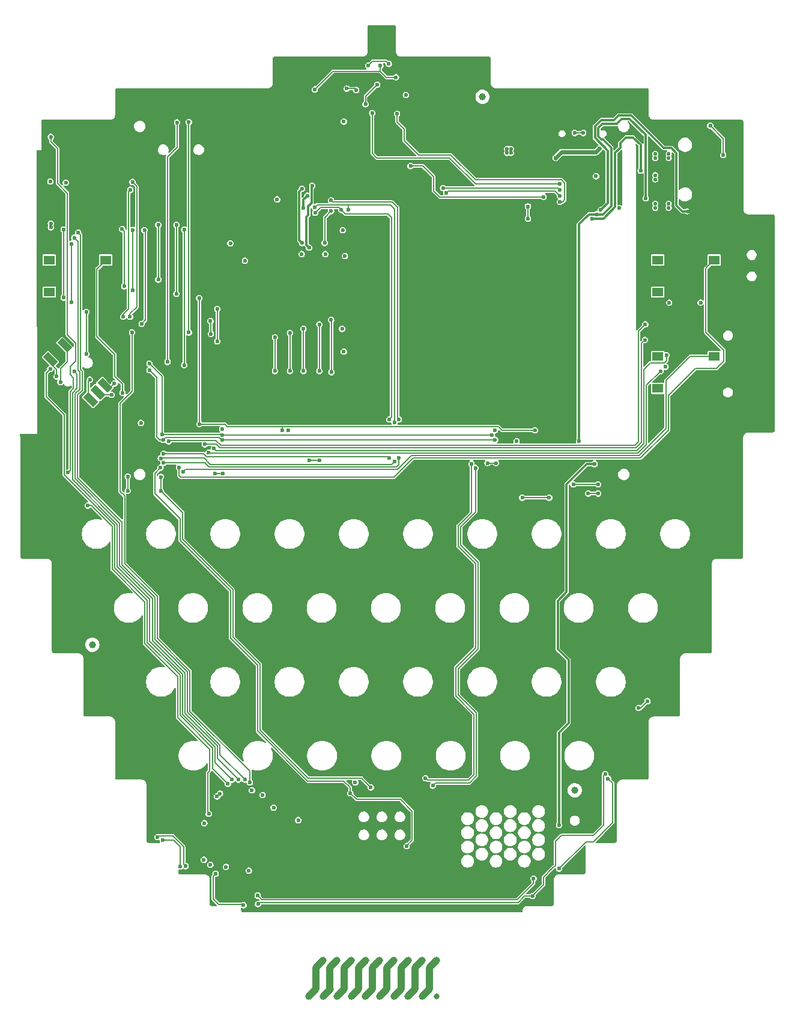
<source format=gbr>
G04 #@! TF.GenerationSoftware,KiCad,Pcbnew,7.99.0-1.20230515git1adcb86.fc37*
G04 #@! TF.CreationDate,2023-05-21T15:33:56+01:00*
G04 #@! TF.ProjectId,tr23-badge-r2,74723233-2d62-4616-9467-652d72322e6b,r2*
G04 #@! TF.SameCoordinates,Original*
G04 #@! TF.FileFunction,Copper,L1,Top*
G04 #@! TF.FilePolarity,Positive*
%FSLAX46Y46*%
G04 Gerber Fmt 4.6, Leading zero omitted, Abs format (unit mm)*
G04 Created by KiCad (PCBNEW 7.99.0-1.20230515git1adcb86.fc37) date 2023-05-21 15:33:56*
%MOMM*%
%LPD*%
G01*
G04 APERTURE LIST*
G04 Aperture macros list*
%AMHorizOval*
0 Thick line with rounded ends*
0 $1 width*
0 $2 $3 position (X,Y) of the first rounded end (center of the circle)*
0 $4 $5 position (X,Y) of the second rounded end (center of the circle)*
0 Add line between two ends*
20,1,$1,$2,$3,$4,$5,0*
0 Add two circle primitives to create the rounded ends*
1,1,$1,$2,$3*
1,1,$1,$4,$5*%
%AMRotRect*
0 Rectangle, with rotation*
0 The origin of the aperture is its center*
0 $1 length*
0 $2 width*
0 $3 Rotation angle, in degrees counterclockwise*
0 Add horizontal line*
21,1,$1,$2,0,0,$3*%
G04 Aperture macros list end*
G04 #@! TA.AperFunction,EtchedComponent*
%ADD10C,0.000000*%
G04 #@! TD*
G04 #@! TA.AperFunction,SMDPad,CuDef*
%ADD11C,1.000000*%
G04 #@! TD*
G04 #@! TA.AperFunction,SMDPad,CuDef*
%ADD12R,1.550000X1.300000*%
G04 #@! TD*
G04 #@! TA.AperFunction,SMDPad,CuDef*
%ADD13C,0.500000*%
G04 #@! TD*
G04 #@! TA.AperFunction,SMDPad,CuDef*
%ADD14RotRect,2.000000X1.000000X135.000000*%
G04 #@! TD*
G04 #@! TA.AperFunction,SMDPad,CuDef*
%ADD15RotRect,2.000000X1.800000X135.000000*%
G04 #@! TD*
G04 #@! TA.AperFunction,ComponentPad*
%ADD16O,1.000000X2.100000*%
G04 #@! TD*
G04 #@! TA.AperFunction,ComponentPad*
%ADD17O,1.000000X1.800000*%
G04 #@! TD*
G04 #@! TA.AperFunction,ComponentPad*
%ADD18C,0.800000*%
G04 #@! TD*
G04 #@! TA.AperFunction,SMDPad,CuDef*
%ADD19HorizOval,1.000000X-0.499995X-0.499995X0.499995X0.499995X0*%
G04 #@! TD*
G04 #@! TA.AperFunction,SMDPad,CuDef*
%ADD20O,1.000000X4.000000*%
G04 #@! TD*
G04 #@! TA.AperFunction,ComponentPad*
%ADD21C,0.550000*%
G04 #@! TD*
G04 #@! TA.AperFunction,ViaPad*
%ADD22C,0.600000*%
G04 #@! TD*
G04 #@! TA.AperFunction,Conductor*
%ADD23C,0.600000*%
G04 #@! TD*
G04 #@! TA.AperFunction,Conductor*
%ADD24C,0.200000*%
G04 #@! TD*
G04 #@! TA.AperFunction,Conductor*
%ADD25C,0.300000*%
G04 #@! TD*
G04 APERTURE END LIST*
D10*
G04 #@! TA.AperFunction,EtchedComponent*
G04 #@! TO.C,NT1*
G36*
X192550000Y-60557500D02*
G01*
X191550000Y-60557500D01*
X191550000Y-60057500D01*
X192550000Y-60057500D01*
X192550000Y-60557500D01*
G37*
G04 #@! TD.AperFunction*
G04 #@! TD*
D11*
G04 #@! TO.P,FID1,*
G04 #@! TO.N,*
X107702000Y-121357500D03*
G04 #@! TD*
G04 #@! TO.P,FID2,*
G04 #@! TO.N,*
X162702000Y-44157500D03*
G04 #@! TD*
G04 #@! TO.P,FID3,*
G04 #@! TO.N,*
X175702000Y-141857500D03*
G04 #@! TD*
D12*
G04 #@! TO.P,S4,1,1*
G04 #@! TO.N,unconnected-(S4-Pad1)*
X101647000Y-67167500D03*
G04 #@! TO.P,S4,2,2*
G04 #@! TO.N,/io_expander/BTN_START*
X109607000Y-67167500D03*
G04 #@! TO.P,S4,3,K*
G04 #@! TO.N,GND*
X109607000Y-71667500D03*
G04 #@! TO.P,S4,4,A*
G04 #@! TO.N,unconnected-(S4-A-Pad4)*
X101647000Y-71667500D03*
G04 #@! TD*
D13*
G04 #@! TO.P,NT1,1,1*
G04 #@! TO.N,/audio/SGND*
X191550000Y-60307500D03*
G04 #@! TO.P,NT1,2,2*
G04 #@! TO.N,GND*
X192550000Y-60307500D03*
G04 #@! TD*
D14*
G04 #@! TO.P,S5,1,A*
G04 #@! TO.N,/io_expander/JOY_A*
X107447801Y-86828555D03*
G04 #@! TO.P,S5,2,Center*
G04 #@! TO.N,/io_expander/JOY_PUSH*
X108455427Y-85820927D03*
G04 #@! TO.P,S5,3,C*
G04 #@! TO.N,/io_expander/JOY_C*
X109463054Y-84813300D03*
G04 #@! TO.P,S5,4,B*
G04 #@! TO.N,/io_expander/JOY_B*
X101790946Y-81171700D03*
G04 #@! TO.P,S5,5,COM*
G04 #@! TO.N,GND*
X102798573Y-80164073D03*
G04 #@! TO.P,S5,6,D*
G04 #@! TO.N,/io_expander/JOY_D*
X103806200Y-79156446D03*
D15*
G04 #@! TO.P,S5,SH1,SHIELD*
G04 #@! TO.N,GND*
X102763218Y-85856282D03*
G04 #@! TO.P,S5,SH2,SHIELD*
X108490783Y-80128718D03*
G04 #@! TD*
D12*
G04 #@! TO.P,S6,1,1*
G04 #@! TO.N,unconnected-(S6-Pad1)*
X187397000Y-67167500D03*
G04 #@! TO.P,S6,2,2*
G04 #@! TO.N,/io_expander/BTN_A*
X195357000Y-67167500D03*
G04 #@! TO.P,S6,3,K*
G04 #@! TO.N,GND*
X195357000Y-71667500D03*
G04 #@! TO.P,S6,4,A*
G04 #@! TO.N,unconnected-(S6-A-Pad4)*
X187397000Y-71667500D03*
G04 #@! TD*
G04 #@! TO.P,S7,1,1*
G04 #@! TO.N,unconnected-(S7-Pad1)*
X187397000Y-80742500D03*
G04 #@! TO.P,S7,2,2*
G04 #@! TO.N,/io_expander/BTN_B*
X195357000Y-80742500D03*
G04 #@! TO.P,S7,3,K*
G04 #@! TO.N,GND*
X195357000Y-85242500D03*
G04 #@! TO.P,S7,4,A*
G04 #@! TO.N,unconnected-(S7-A-Pad4)*
X187397000Y-85242500D03*
G04 #@! TD*
D16*
G04 #@! TO.P,J2,SH,SH*
G04 #@! TO.N,GND*
X172480000Y-49857500D03*
D17*
X172480000Y-45707500D03*
D16*
X181120000Y-49857500D03*
D17*
X181120000Y-45707500D03*
G04 #@! TD*
D18*
G04 #@! TO.P,AE1,1,A*
G04 #@! TO.N,/radio/ANT*
X138202000Y-170857500D03*
D19*
X138702000Y-170357500D03*
D20*
X139202000Y-168357500D03*
D19*
X139702000Y-166357500D03*
D18*
X140202000Y-170857500D03*
X140202000Y-165857500D03*
D19*
X140702000Y-170357500D03*
D20*
X141202000Y-168357500D03*
D19*
X141702000Y-166357500D03*
D18*
X142202000Y-170857500D03*
X142202000Y-165857500D03*
D19*
X142702000Y-170357500D03*
D20*
X143202000Y-168357500D03*
D19*
X143702000Y-166357500D03*
D18*
X144202000Y-170857500D03*
X144202000Y-165857500D03*
D19*
X144702000Y-170357500D03*
D20*
X145202000Y-168357500D03*
D19*
X145702000Y-166357500D03*
D18*
X146202000Y-170857500D03*
X146202000Y-165857500D03*
D19*
X146702000Y-170357500D03*
D20*
X147202000Y-168357500D03*
D19*
X147702000Y-166357500D03*
D18*
X148202000Y-170857500D03*
X148202000Y-165857500D03*
D19*
X148702000Y-170357500D03*
D20*
X149202000Y-168357500D03*
D19*
X149702000Y-166357500D03*
D18*
X150202000Y-170857500D03*
X150202000Y-165857500D03*
D19*
X150702000Y-170357500D03*
D20*
X151202000Y-168357500D03*
D19*
X151702000Y-166357500D03*
D18*
X152202000Y-170857500D03*
X152202000Y-165857500D03*
D19*
X152702000Y-170357500D03*
D20*
X153202000Y-168357500D03*
D19*
X153702000Y-166357500D03*
D18*
X154202000Y-170857500D03*
X154202000Y-165857500D03*
D19*
X154702000Y-170357500D03*
D20*
X155202000Y-168357500D03*
D19*
X155702000Y-166357500D03*
D18*
X156202000Y-170857500D03*
X156202000Y-165857500D03*
G04 #@! TD*
D21*
G04 #@! TO.P,J5,R1*
G04 #@! TO.N,/audio/OUTR*
X187050000Y-55207500D03*
X187050000Y-55807500D03*
G04 #@! TO.P,J5,R2*
G04 #@! TO.N,unconnected-(J5-PadR2)*
X187050000Y-52207500D03*
X188950000Y-52207500D03*
X187050000Y-52807500D03*
X188950000Y-52807500D03*
G04 #@! TO.P,J5,S*
G04 #@! TO.N,GND*
X193550000Y-60307500D03*
X195450000Y-60307500D03*
X193550000Y-60907500D03*
X195450000Y-60907500D03*
G04 #@! TO.P,J5,T*
G04 #@! TO.N,/audio/OUTL*
X187050000Y-59207500D03*
X188950000Y-59207500D03*
X187050000Y-59807500D03*
X188950000Y-59807500D03*
G04 #@! TD*
D22*
G04 #@! TO.N,GND*
X126569571Y-147236093D03*
X128690892Y-146528986D03*
X127983785Y-147236093D03*
X127276678Y-147943199D03*
X129397998Y-147236093D03*
X128690892Y-147943199D03*
X127983785Y-148650306D03*
X127983785Y-145821879D03*
X127276678Y-146528986D03*
X127100000Y-153657500D03*
X128800000Y-154601317D03*
X130250000Y-155757500D03*
X131570000Y-154480000D03*
X133861539Y-144901226D03*
X123541528Y-152416003D03*
X122661463Y-151535938D03*
X124100000Y-147057500D03*
X134982374Y-149380677D03*
X137700000Y-143057500D03*
X133042639Y-152523766D03*
X131821324Y-152721332D03*
X131102904Y-153439753D03*
X123400000Y-102757500D03*
X153650000Y-55107500D03*
X102300000Y-101507500D03*
X198900000Y-66707500D03*
X150050000Y-112757500D03*
X113450000Y-55000000D03*
X143757328Y-155488378D03*
X125300000Y-52307500D03*
X169050000Y-102957500D03*
X117750000Y-62057500D03*
X133530000Y-158640000D03*
X168450000Y-52207500D03*
X179400000Y-54107500D03*
X147400000Y-139907500D03*
X115800000Y-136607500D03*
X136400000Y-43307500D03*
X142975000Y-150800000D03*
X197650000Y-61157500D03*
X183700000Y-45900000D03*
X131900000Y-156600000D03*
X151300000Y-39157500D03*
X131550000Y-158700000D03*
X100550000Y-77357500D03*
X181200000Y-134957500D03*
X116600000Y-108757500D03*
X132300000Y-67157500D03*
X184850000Y-123507500D03*
X143000000Y-64557500D03*
X136450000Y-141607500D03*
X158300000Y-56207500D03*
X139250000Y-58707500D03*
X130000000Y-157850000D03*
X132870000Y-155780000D03*
X100550000Y-79807500D03*
X114900000Y-54900000D03*
X185649500Y-79157500D03*
X178850000Y-54107500D03*
X124532404Y-143259190D03*
X141600000Y-102757500D03*
X198950000Y-90657500D03*
X118950000Y-59557500D03*
X132650000Y-61407500D03*
X112050000Y-48357500D03*
X187800000Y-79557500D03*
X189750000Y-115107500D03*
X126287624Y-68351335D03*
X147100000Y-129757500D03*
X143240000Y-158750000D03*
X172000000Y-53757500D03*
X134400000Y-66207500D03*
X102050000Y-52950000D03*
X141100000Y-62807500D03*
X145707328Y-156488378D03*
X177600000Y-48000000D03*
X145707328Y-158438378D03*
X132750000Y-123457500D03*
X158850000Y-55657500D03*
X139230000Y-158770000D03*
X198900000Y-83657500D03*
X129700000Y-64807500D03*
X101650000Y-95550000D03*
X140750000Y-158770000D03*
X111050000Y-124007500D03*
X100550000Y-62257500D03*
X158900000Y-62000000D03*
X158850000Y-60250000D03*
X199450000Y-60757500D03*
X169650000Y-157650000D03*
X175700000Y-53257500D03*
X145707328Y-152438378D03*
X126389966Y-141883860D03*
X173800000Y-112457500D03*
X138800000Y-149050000D03*
X145757328Y-153388378D03*
X145107328Y-155588378D03*
X170300000Y-92107500D03*
X158300000Y-55657500D03*
X119800000Y-144507500D03*
X130550000Y-104657500D03*
X111150000Y-127157500D03*
X159400000Y-55657500D03*
X157500000Y-43907500D03*
X169550000Y-52207500D03*
X104500000Y-52357500D03*
X145057328Y-154388378D03*
X139450000Y-69007500D03*
X124900000Y-152857500D03*
X123500000Y-148457500D03*
X141150000Y-45807500D03*
X186050000Y-74657500D03*
X143150000Y-80907500D03*
X129650000Y-69307500D03*
X148475000Y-124275000D03*
X143150000Y-67607500D03*
X131450000Y-108807500D03*
X138375000Y-146950000D03*
X150850000Y-100957500D03*
X143757328Y-154388378D03*
X170700000Y-99157500D03*
X175650000Y-143850000D03*
X182050000Y-58857500D03*
X167900000Y-52207500D03*
X194750000Y-107557500D03*
X114850000Y-93057500D03*
X194400000Y-97357500D03*
X169000000Y-52207500D03*
X103150000Y-48650000D03*
X138650000Y-69007500D03*
X141070000Y-150820000D03*
X168800000Y-129357500D03*
X152800000Y-47507500D03*
X173350000Y-48657500D03*
X115150000Y-51957500D03*
X148425000Y-103400000D03*
X159400000Y-56207500D03*
X126350000Y-120907500D03*
X139300000Y-150820000D03*
X120600000Y-98357500D03*
X185900000Y-130557500D03*
X134400000Y-59957500D03*
X176000000Y-54557500D03*
X117700000Y-59607500D03*
X195400000Y-74907500D03*
X122800000Y-144757500D03*
X133071277Y-143428464D03*
X163300000Y-45557500D03*
X164300000Y-141707500D03*
X124850000Y-47807500D03*
X103750000Y-86907500D03*
X145707328Y-151438378D03*
X106250000Y-55000000D03*
X111150000Y-129100000D03*
X133250000Y-43607500D03*
X158850000Y-56207500D03*
X128250000Y-153457500D03*
X106700000Y-117357500D03*
X186750000Y-91157500D03*
G04 #@! TO.N,/SCL*
X161700000Y-96457500D03*
X126000882Y-92528316D03*
X164475001Y-92482499D03*
X117700000Y-92507500D03*
X115750000Y-82657500D03*
X155700000Y-141200000D03*
G04 #@! TO.N,/SDA*
X125969149Y-91779486D03*
X115750000Y-81757500D03*
X117500000Y-91757500D03*
X154650000Y-140150000D03*
X161150000Y-95857500D03*
X164025001Y-91832501D03*
G04 #@! TO.N,/~{DC}*
X137450000Y-82800000D03*
X137450000Y-76857500D03*
X114650000Y-76150000D03*
X115050000Y-62957500D03*
G04 #@! TO.N,/SCK*
X127400000Y-140357500D03*
X105150000Y-82857500D03*
X135550000Y-82800000D03*
X135550000Y-77457500D03*
G04 #@! TO.N,/RXD0*
X113350000Y-56157500D03*
X113000000Y-75150000D03*
X157150000Y-57007500D03*
X173600000Y-57257500D03*
G04 #@! TO.N,/TXD0*
X157600000Y-57707500D03*
X113050000Y-57257500D03*
X173600000Y-58157500D03*
X112050000Y-75150000D03*
G04 #@! TO.N,/MOSI*
X101750000Y-82507500D03*
X139700000Y-82800000D03*
X139700000Y-76207500D03*
X126800000Y-140957500D03*
G04 #@! TO.N,VBUS*
X179200000Y-51450185D03*
X173000000Y-52757500D03*
X169100000Y-61307500D03*
X169100000Y-59607500D03*
G04 #@! TO.N,+VSW*
X117650000Y-148907500D03*
X169750000Y-156750000D03*
X184700000Y-130257500D03*
X131050000Y-157900000D03*
X185950000Y-129307500D03*
X150500000Y-41407500D03*
X148299998Y-39757500D03*
X120100000Y-152607500D03*
X139050000Y-43107500D03*
X180000000Y-139557500D03*
G04 #@! TO.N,/RTS*
X150650000Y-46557500D03*
X173600000Y-58957500D03*
G04 #@! TO.N,/DTR*
X173600000Y-56457500D03*
X147150000Y-46457500D03*
G04 #@! TO.N,/SD_CMD*
X124100000Y-94307500D03*
X187800000Y-82807500D03*
G04 #@! TO.N,/SD_CLK*
X188621502Y-80557500D03*
X120650000Y-81957500D03*
X120650000Y-62857500D03*
X124850000Y-93707500D03*
G04 #@! TO.N,/usb/USB_DN*
X176900000Y-49257500D03*
X175700000Y-49257500D03*
G04 #@! TO.N,/io_expander/BTN_START*
X111950000Y-85857500D03*
G04 #@! TO.N,/io_expander/BTN_A*
X119900000Y-96357500D03*
G04 #@! TO.N,/io_expander/BTN_B*
X120500000Y-97007500D03*
G04 #@! TO.N,/io_expander/JOY_PUSH*
X110400000Y-86157500D03*
G04 #@! TO.N,/io_expander/JOY_A*
X107350000Y-84007500D03*
G04 #@! TO.N,/io_expander/JOY_C*
X110800000Y-84557500D03*
G04 #@! TO.N,/io_expander/JOY_D*
X103200000Y-84357500D03*
G04 #@! TO.N,/io_expander/JOY_B*
X102650000Y-83557500D03*
G04 #@! TO.N,/~{DISP_CS}*
X124350000Y-75758000D03*
X124400000Y-77557500D03*
X133450000Y-78057500D03*
X133450000Y-82800000D03*
G04 #@! TO.N,/I2S_WS*
X117000000Y-62207500D03*
X117000000Y-69907500D03*
G04 #@! TO.N,/I2S_SCK*
X113400000Y-62907500D03*
X113400000Y-71457500D03*
G04 #@! TO.N,/I2S_SD*
X111900000Y-62807500D03*
X112200000Y-70857500D03*
G04 #@! TO.N,/MISO*
X105150000Y-64007500D03*
X128300000Y-140357500D03*
G04 #@! TO.N,/CC_INT*
X129200000Y-140357500D03*
X105700000Y-63307500D03*
G04 #@! TO.N,+3.3V*
X124331107Y-152369531D03*
X123415804Y-151661662D03*
X123478666Y-146498015D03*
X129746885Y-153179325D03*
X126521180Y-152657499D03*
X143000000Y-62957500D03*
X130188544Y-141857500D03*
X143150000Y-47657500D03*
X178700000Y-55357500D03*
X188500000Y-82207500D03*
X101850000Y-62007500D03*
X166150000Y-52057500D03*
X127150000Y-64807500D03*
X126000000Y-90957500D03*
X114550000Y-90107500D03*
X133750000Y-58607500D03*
X182000000Y-59857500D03*
X131686153Y-142543653D03*
X166700000Y-51507500D03*
X142900000Y-76857500D03*
X129215997Y-67247072D03*
X164450000Y-91157500D03*
X125681876Y-142325243D03*
X135300000Y-91157500D03*
X166150000Y-51507500D03*
X143150000Y-80057500D03*
X133249185Y-144306832D03*
X193450000Y-73157500D03*
X143300000Y-66592500D03*
X151900000Y-43907500D03*
X136717261Y-146068659D03*
X103950000Y-56257500D03*
X167500000Y-92657500D03*
X166700000Y-52057500D03*
X140550000Y-66307500D03*
X101785000Y-56090000D03*
X189000000Y-73157500D03*
X137200000Y-66307500D03*
X144750000Y-140757500D03*
X101850000Y-62557500D03*
X125277765Y-142729355D03*
G04 #@! TO.N,/BACKLIGHT*
X119550000Y-62207500D03*
X119550000Y-71900000D03*
G04 #@! TO.N,/KEY_INT*
X122800000Y-90257500D03*
X104750000Y-73107500D03*
X122750000Y-72507500D03*
X134450000Y-91157500D03*
X104750000Y-64857500D03*
X170100000Y-91157500D03*
G04 #@! TO.N,/FSYNC*
X125300000Y-74050000D03*
X103650000Y-72457500D03*
X103650000Y-62857500D03*
X125300000Y-78607500D03*
G04 #@! TO.N,/SD_DETECT*
X185650000Y-76207500D03*
X118450000Y-92707500D03*
G04 #@! TO.N,/SAO_GPIO2*
X144050000Y-142257500D03*
X117300000Y-96407500D03*
X152000000Y-149700000D03*
G04 #@! TO.N,/LED_DOUT*
X101850000Y-49800000D03*
X112700000Y-99657500D03*
X117350000Y-97707500D03*
X104250000Y-97107500D03*
X112700000Y-97657500D03*
X146950000Y-141457500D03*
X117350000Y-99657500D03*
G04 #@! TO.N,/CC_RESET*
X124108981Y-145170634D03*
X107050000Y-101757500D03*
G04 #@! TO.N,/audio/OUTR*
X178200000Y-61307500D03*
X138000000Y-58107500D03*
X137450000Y-59850000D03*
X185000000Y-54557500D03*
G04 #@! TO.N,/audio/OUTL*
X185700000Y-58457500D03*
X137250000Y-64757500D03*
X178800000Y-60707500D03*
X176300000Y-92707500D03*
X173500000Y-146750000D03*
X178500000Y-95907500D03*
X137250000Y-57107500D03*
G04 #@! TO.N,/AMP_EN*
X141350000Y-58757500D03*
X141350000Y-60257500D03*
X140450000Y-64757500D03*
X150900000Y-89607500D03*
X150900000Y-95057500D03*
X117750000Y-95732500D03*
G04 #@! TO.N,Net-(LED2-DOUT)*
X120850000Y-152557500D03*
X129000000Y-158050000D03*
X116900000Y-148457500D03*
X125075000Y-153632500D03*
G04 #@! TO.N,Net-(LED3-DOUT)*
X169900000Y-154300000D03*
X131000000Y-156700000D03*
G04 #@! TO.N,Net-(LED4-DOUT)*
X173500000Y-152900000D03*
X180400000Y-140207500D03*
G04 #@! TO.N,Net-(Q2-B)*
X147850000Y-42457500D03*
X146200000Y-45207500D03*
G04 #@! TO.N,Net-(U1-STAT)*
X152550000Y-53907500D03*
X171300000Y-58257500D03*
G04 #@! TO.N,/AMP_GAIN1*
X142800000Y-60100000D03*
X149550000Y-89607500D03*
X139100000Y-60507500D03*
X117750000Y-94432500D03*
X149550000Y-95007500D03*
G04 #@! TO.N,/AMP_GAIN0*
X150300000Y-90057500D03*
X150300000Y-95557500D03*
X143750000Y-60100000D03*
X117350000Y-95082500D03*
X139050000Y-59707500D03*
G04 #@! TO.N,/keyboard/KEY2*
X177600000Y-100057500D03*
X179000000Y-100057500D03*
G04 #@! TO.N,/keyboard/KEY4*
X175500000Y-98757500D03*
X179000000Y-98757500D03*
G04 #@! TO.N,/keyboard/KEY8*
X168300000Y-100657500D03*
X172100000Y-100657500D03*
G04 #@! TO.N,/keyboard/KEY12*
X164600000Y-95757500D03*
X163400000Y-95757500D03*
G04 #@! TO.N,/keyboard/KEY19*
X139700000Y-95407500D03*
X138300000Y-95407500D03*
G04 #@! TO.N,/keyboard/KEY26*
X124950000Y-97206501D03*
X126049999Y-97206501D03*
G04 #@! TO.N,Net-(LED6-DOUT)*
X194800000Y-48232500D03*
X196625000Y-52332500D03*
G04 #@! TO.N,Net-(LED8-DOUT)*
X146586444Y-39771056D03*
X149482155Y-39525345D03*
G04 #@! TO.N,/audio/SGND*
X179350000Y-60107500D03*
X138250000Y-65407500D03*
X138700000Y-56700000D03*
G04 #@! TO.N,/~{DISP_RST}*
X141350000Y-75592500D03*
X106850000Y-74450000D03*
X106850000Y-80407500D03*
X141400000Y-82950000D03*
G04 #@! TO.N,/SD_DAT0{slash}BOOT2*
X119650000Y-47757500D03*
X144887501Y-43195001D03*
X123550000Y-93107500D03*
X185599998Y-78407500D03*
X143550000Y-43007500D03*
X118300000Y-81507500D03*
G04 #@! TO.N,/~{CC_CS}{slash}BOOT0*
X113300000Y-77350000D03*
X121300000Y-47707500D03*
X129900000Y-140757500D03*
X121300000Y-77357500D03*
G04 #@! TD*
D23*
G04 #@! TO.N,GND*
X192550000Y-60307500D02*
X193550000Y-60307500D01*
D24*
G04 #@! TO.N,/SCL*
X116750000Y-84307500D02*
X116750000Y-83657500D01*
X161700000Y-102657500D02*
X161700000Y-96457500D01*
X117700000Y-92507500D02*
X117200000Y-92507500D01*
X116750000Y-92057500D02*
X116750000Y-84307500D01*
X160850000Y-140807500D02*
X161850000Y-139807500D01*
X162050000Y-109757500D02*
X159600000Y-107307500D01*
X126046699Y-92482499D02*
X126000882Y-92528316D01*
X161850000Y-139807500D02*
X161850000Y-130957500D01*
X125940868Y-92528316D02*
X126000882Y-92528316D01*
X161850000Y-130957500D02*
X159250000Y-128357500D01*
X155700000Y-141200000D02*
X156092500Y-140807500D01*
X125570052Y-92157500D02*
X125940868Y-92528316D01*
X162050000Y-121957500D02*
X162050000Y-109757500D01*
X117700000Y-92507500D02*
X118050000Y-92157500D01*
X159250000Y-128357500D02*
X159250000Y-124757500D01*
X116750000Y-83657500D02*
X115750000Y-82657500D01*
X156092500Y-140807500D02*
X160850000Y-140807500D01*
X159600000Y-104757500D02*
X161700000Y-102657500D01*
X159250000Y-124757500D02*
X162050000Y-121957500D01*
X159600000Y-107307500D02*
X159600000Y-104757500D01*
X164475001Y-92482499D02*
X126046699Y-92482499D01*
X117200000Y-92507500D02*
X116750000Y-92057500D01*
X118050000Y-92157500D02*
X125570052Y-92157500D01*
G04 #@! TO.N,/SDA*
X126022164Y-91832501D02*
X125969149Y-91779486D01*
X161700000Y-121807500D02*
X161700000Y-109902474D01*
X154650000Y-140150000D02*
X154957500Y-140457500D01*
X160700000Y-140457500D02*
X161500000Y-139657500D01*
X161700000Y-109902474D02*
X159250000Y-107452474D01*
X159250000Y-107452474D02*
X159250000Y-104612526D01*
X125897163Y-91707500D02*
X125969149Y-91779486D01*
X154957500Y-140457500D02*
X160700000Y-140457500D01*
X164025001Y-91832501D02*
X126022164Y-91832501D01*
X161500000Y-131157500D02*
X158900000Y-128557500D01*
X159250000Y-104612526D02*
X161150000Y-102712526D01*
X161150000Y-102712526D02*
X161150000Y-95857500D01*
X158900000Y-128557500D02*
X158900000Y-124607500D01*
X117500000Y-91757500D02*
X117550000Y-91707500D01*
X158900000Y-124607500D02*
X161700000Y-121807500D01*
X117550000Y-91707500D02*
X125897163Y-91707500D01*
X117500000Y-83507500D02*
X115750000Y-81757500D01*
X117500000Y-91757500D02*
X117500000Y-83507500D01*
X161500000Y-139657500D02*
X161500000Y-131157500D01*
G04 #@! TO.N,/~{DC}*
X137450000Y-82800000D02*
X137450000Y-76857500D01*
X115200000Y-75600000D02*
X115200000Y-63107500D01*
X114650000Y-76150000D02*
X115200000Y-75600000D01*
X115200000Y-63107500D02*
X115050000Y-62957500D01*
G04 #@! TO.N,/SCK*
X124999501Y-137957001D02*
X127400000Y-140357500D01*
X105150000Y-82857500D02*
X105550000Y-83257500D01*
X105550000Y-83257500D02*
X105550000Y-85222578D01*
X104900000Y-85872578D02*
X104900000Y-98107500D01*
X120399501Y-125489810D02*
X120399501Y-131162731D01*
X135550000Y-82800000D02*
X135550000Y-77457500D01*
X105550000Y-85222578D02*
X104900000Y-85872578D01*
X120399501Y-131162731D02*
X124999501Y-135762731D01*
X104900000Y-98107500D02*
X111199501Y-104407001D01*
X115799501Y-120889808D02*
X120399501Y-125489810D01*
X124999501Y-135762731D02*
X124999501Y-137957001D01*
X111199501Y-110362731D02*
X115799501Y-114962731D01*
X111199501Y-104407001D02*
X111199501Y-110362731D01*
X115799501Y-114962731D02*
X115799501Y-120889808D01*
G04 #@! TO.N,/RXD0*
X113950000Y-56757500D02*
X113350000Y-56157500D01*
X113950000Y-73807500D02*
X113950000Y-56757500D01*
X113000000Y-75150000D02*
X113000000Y-74757500D01*
X173350000Y-57007500D02*
X157150000Y-57007500D01*
X173600000Y-57257500D02*
X173350000Y-57007500D01*
X113000000Y-74757500D02*
X113950000Y-73807500D01*
G04 #@! TO.N,/TXD0*
X172900000Y-57457500D02*
X157800000Y-57457500D01*
X112050000Y-74807500D02*
X112800000Y-74057500D01*
X157600000Y-57657500D02*
X157600000Y-57707500D01*
X112050000Y-75150000D02*
X112050000Y-74807500D01*
X112800000Y-57507500D02*
X113050000Y-57257500D01*
X157800000Y-57457500D02*
X157600000Y-57657500D01*
X112800000Y-74057500D02*
X112800000Y-57507500D01*
X173600000Y-58157500D02*
X172900000Y-57457500D01*
G04 #@! TO.N,/MOSI*
X124650000Y-138807500D02*
X126800000Y-140957500D01*
X120050000Y-125634578D02*
X120050000Y-131307499D01*
X101169715Y-86377215D02*
X103700000Y-88907500D01*
X124650000Y-135907500D02*
X124650000Y-138807500D01*
X110850000Y-104551770D02*
X110850000Y-110507499D01*
X139700000Y-82800000D02*
X139700000Y-76207500D01*
X120050000Y-131307499D02*
X124650000Y-135907500D01*
X110850000Y-110507499D02*
X115450000Y-115107500D01*
X115450000Y-121034576D02*
X120050000Y-125634578D01*
X101169715Y-83087785D02*
X101169715Y-86377215D01*
X101750000Y-82507500D02*
X101169715Y-83087785D01*
X103700000Y-97401770D02*
X110850000Y-104551770D01*
X103700000Y-88907500D02*
X103700000Y-97401770D01*
X115450000Y-115107500D02*
X115450000Y-121034576D01*
G04 #@! TO.N,VBUS*
X169100000Y-59607500D02*
X169100000Y-61307500D01*
D23*
X178692685Y-51957500D02*
X173800000Y-51957500D01*
X173800000Y-51957500D02*
X173000000Y-52757500D01*
X179200000Y-51450185D02*
X178692685Y-51957500D01*
D24*
G04 #@! TO.N,+VSW*
X117650000Y-148907500D02*
X119175000Y-148907500D01*
X171300000Y-154100000D02*
X172500000Y-152900000D01*
X179750000Y-146807500D02*
X178325000Y-148232500D01*
X184700000Y-130257500D02*
X185000000Y-130257500D01*
X148299998Y-40557498D02*
X141600002Y-40557498D01*
X179750000Y-139807500D02*
X179750000Y-146807500D01*
X169750000Y-156750000D02*
X169750000Y-156700000D01*
X168625000Y-156750000D02*
X169750000Y-156750000D01*
X119175000Y-148907500D02*
X120100000Y-149832500D01*
X120100000Y-149832500D02*
X120100000Y-152607500D01*
X178325000Y-148232500D02*
X173817500Y-148232500D01*
X180000000Y-139557500D02*
X179750000Y-139807500D01*
X141600002Y-40557498D02*
X139050000Y-43107500D01*
X169750000Y-156700000D02*
X171300000Y-155150000D01*
X185000000Y-130257500D02*
X185950000Y-129307500D01*
X173000000Y-149050000D02*
X173000000Y-152400000D01*
X167717500Y-157657500D02*
X168625000Y-156750000D01*
X131292500Y-157657500D02*
X167717500Y-157657500D01*
X173817500Y-148232500D02*
X173000000Y-149050000D01*
X171300000Y-155150000D02*
X171300000Y-154100000D01*
X131050000Y-157900000D02*
X131292500Y-157657500D01*
X149150000Y-41407500D02*
X150500000Y-41407500D01*
X173000000Y-152400000D02*
X172500000Y-152900000D01*
X148299998Y-40557498D02*
X149150000Y-41407500D01*
X148299998Y-39757500D02*
X148299998Y-40557498D01*
G04 #@! TO.N,/RTS*
X174000000Y-58957500D02*
X174300000Y-58657500D01*
X153700000Y-52357500D02*
X151650000Y-50307500D01*
X173800000Y-55857500D02*
X161700000Y-55857500D01*
X150650000Y-47707500D02*
X150650000Y-46557500D01*
X174300000Y-56357500D02*
X173800000Y-55857500D01*
X161700000Y-55857500D02*
X158200000Y-52357500D01*
X158200000Y-52357500D02*
X153700000Y-52357500D01*
X173600000Y-58957500D02*
X174000000Y-58957500D01*
X151650000Y-50307500D02*
X151650000Y-48707500D01*
X151650000Y-48707500D02*
X150650000Y-47707500D01*
X174300000Y-58657500D02*
X174300000Y-56357500D01*
G04 #@! TO.N,/DTR*
X147150000Y-52107500D02*
X147800000Y-52757500D01*
X161750000Y-56457500D02*
X173600000Y-56457500D01*
X147150000Y-46457500D02*
X147150000Y-52107500D01*
X147800000Y-52757500D02*
X158050000Y-52757500D01*
X158050000Y-52757500D02*
X161750000Y-56457500D01*
G04 #@! TO.N,/SD_CMD*
X124148503Y-94356003D02*
X124100000Y-94307500D01*
X184601497Y-94356003D02*
X124148503Y-94356003D01*
X185800000Y-84807500D02*
X185800000Y-93157500D01*
X185800000Y-93157500D02*
X184601497Y-94356003D01*
X187800000Y-82807500D02*
X185800000Y-84807500D01*
G04 #@! TO.N,/SD_CLK*
X185450000Y-93007500D02*
X185450000Y-82557500D01*
X185450000Y-82557500D02*
X186350000Y-81657500D01*
X124850000Y-93707500D02*
X125149002Y-94006502D01*
X120650000Y-81957500D02*
X120650000Y-62857500D01*
X184450998Y-94006502D02*
X185450000Y-93007500D01*
X125149002Y-94006502D02*
X184450998Y-94006502D01*
X188621502Y-81336997D02*
X188621502Y-80557500D01*
X186350000Y-81657500D02*
X188300999Y-81657500D01*
X188300999Y-81657500D02*
X188621502Y-81336997D01*
G04 #@! TO.N,/usb/USB_DN*
X176900000Y-49257500D02*
X175700000Y-49257500D01*
G04 #@! TO.N,/io_expander/BTN_START*
X108350000Y-77957500D02*
X108350000Y-68424500D01*
X110850000Y-80457500D02*
X108350000Y-77957500D01*
X110850000Y-83557500D02*
X110850000Y-80457500D01*
X111950000Y-85857500D02*
X111950000Y-84657500D01*
X111950000Y-84657500D02*
X110850000Y-83557500D01*
X108350000Y-68424500D02*
X109607000Y-67167500D01*
G04 #@! TO.N,/io_expander/BTN_A*
X150195474Y-97757000D02*
X120149500Y-97757000D01*
X195700000Y-82407500D02*
X192750000Y-82407500D01*
X196700000Y-81407500D02*
X195700000Y-82407500D01*
X192750000Y-82407500D02*
X188900000Y-86257500D01*
X120149500Y-97757000D02*
X119900000Y-97507500D01*
X188900000Y-91107500D02*
X184950000Y-95057500D01*
X188900000Y-86257500D02*
X188900000Y-91107500D01*
X119900000Y-97507500D02*
X119900000Y-96357500D01*
X152894974Y-95057500D02*
X150195474Y-97757000D01*
X184950000Y-95057500D02*
X152894974Y-95057500D01*
X196700000Y-79857500D02*
X196700000Y-81407500D01*
X195357000Y-67167500D02*
X194200000Y-68324500D01*
X194200000Y-68324500D02*
X194200000Y-77357500D01*
X194200000Y-77357500D02*
X196700000Y-79857500D01*
G04 #@! TO.N,/io_expander/BTN_B*
X152644269Y-94707500D02*
X150694768Y-96657001D01*
X188550000Y-84157500D02*
X188550000Y-90907500D01*
X150694768Y-96657001D02*
X120850499Y-96657001D01*
X188550000Y-90907500D02*
X184750000Y-94707500D01*
X120850499Y-96657001D02*
X120500000Y-97007500D01*
X195357000Y-80742500D02*
X191965000Y-80742500D01*
X191965000Y-80742500D02*
X188550000Y-84157500D01*
X184750000Y-94707500D02*
X152644269Y-94707500D01*
G04 #@! TO.N,/io_expander/JOY_PUSH*
X110400000Y-86157500D02*
X108792000Y-86157500D01*
X108792000Y-86157500D02*
X108455427Y-85820927D01*
G04 #@! TO.N,/io_expander/JOY_A*
X107350000Y-84007500D02*
X107100000Y-84257500D01*
X107100000Y-86480754D02*
X107447801Y-86828555D01*
X107100000Y-84257500D02*
X107100000Y-86480754D01*
G04 #@! TO.N,/io_expander/JOY_C*
X110003627Y-85353873D02*
X109463054Y-84813300D01*
X110800000Y-84557500D02*
X110003627Y-85353873D01*
G04 #@! TO.N,/io_expander/JOY_D*
X103200000Y-84357500D02*
X103200000Y-82457500D01*
X104200000Y-81457500D02*
X104200000Y-79550246D01*
X103200000Y-82457500D02*
X104200000Y-81457500D01*
X104200000Y-79550246D02*
X103806200Y-79156446D01*
G04 #@! TO.N,/io_expander/JOY_B*
X101790946Y-81698446D02*
X101790946Y-81171700D01*
X102650000Y-82557500D02*
X101790946Y-81698446D01*
X102650000Y-83557500D02*
X102650000Y-82557500D01*
G04 #@! TO.N,/~{DISP_CS}*
X124400000Y-77557500D02*
X124400000Y-75808000D01*
X133450000Y-82800000D02*
X133450000Y-78057500D01*
X124400000Y-75808000D02*
X124350000Y-75758000D01*
G04 #@! TO.N,/I2S_WS*
X117000000Y-69907500D02*
X117000000Y-62207500D01*
G04 #@! TO.N,/I2S_SCK*
X113400000Y-71457500D02*
X113400000Y-62907500D01*
G04 #@! TO.N,/I2S_SD*
X112200000Y-70857500D02*
X112200000Y-63107500D01*
X112200000Y-63107500D02*
X111900000Y-62807500D01*
G04 #@! TO.N,/MISO*
X120749002Y-131017960D02*
X125349002Y-135617962D01*
X125349002Y-137406502D02*
X128300000Y-140357500D01*
X105700000Y-64557500D02*
X105700000Y-82707500D01*
X125349002Y-135617962D02*
X125349002Y-137406502D01*
X105150000Y-64007500D02*
X105700000Y-64557500D01*
X105250000Y-97957500D02*
X111549002Y-104256502D01*
X105900000Y-85367552D02*
X105250000Y-86017552D01*
X105900000Y-82907500D02*
X105900000Y-85367552D01*
X111549002Y-104256502D02*
X111549002Y-110217960D01*
X105250000Y-86017552D02*
X105250000Y-97957500D01*
X116149002Y-120745040D02*
X120749002Y-125345042D01*
X116149002Y-114817962D02*
X116149002Y-120745040D01*
X105700000Y-82707500D02*
X105900000Y-82907500D01*
X111549002Y-110217960D02*
X116149002Y-114817962D01*
X120749002Y-125345042D02*
X120749002Y-131017960D01*
G04 #@! TO.N,/CC_INT*
X106250000Y-85512526D02*
X105600000Y-86162526D01*
X105700000Y-63307500D02*
X106050000Y-63657500D01*
X116498503Y-120600272D02*
X121098503Y-125200273D01*
X106050000Y-63657500D02*
X106050000Y-82557500D01*
X106050000Y-82557500D02*
X106250000Y-82757500D01*
X111898503Y-104106003D02*
X111898503Y-110073192D01*
X111898503Y-110073192D02*
X116498503Y-114673193D01*
X105600000Y-86162526D02*
X105600000Y-97807500D01*
X125698503Y-136856003D02*
X129200000Y-140357500D01*
X106250000Y-82757500D02*
X106250000Y-85512526D01*
X121098503Y-130873192D02*
X125698503Y-135473193D01*
X116498503Y-114673193D02*
X116498503Y-120600272D01*
X121098503Y-125200273D02*
X121098503Y-130873192D01*
X125698503Y-135473193D02*
X125698503Y-136856003D01*
X105600000Y-97807500D02*
X111898503Y-104106003D01*
G04 #@! TO.N,/BACKLIGHT*
X119550000Y-62207500D02*
X119550000Y-71900000D01*
G04 #@! TO.N,/KEY_INT*
X134450000Y-91157500D02*
X134450000Y-90607500D01*
X104750000Y-73107500D02*
X104750000Y-64857500D01*
X122800000Y-72557500D02*
X122750000Y-72507500D01*
X165450000Y-91157500D02*
X165000000Y-90707500D01*
X126700000Y-90607500D02*
X126400000Y-90307500D01*
X165000000Y-90707500D02*
X164900000Y-90607500D01*
X170100000Y-91157500D02*
X165450000Y-91157500D01*
X134450000Y-90607500D02*
X126700000Y-90607500D01*
X164900000Y-90607500D02*
X163800000Y-90607500D01*
X126400000Y-90307500D02*
X126350000Y-90257500D01*
X122800000Y-90257500D02*
X122800000Y-72557500D01*
X163800000Y-90607500D02*
X134450000Y-90607500D01*
X126350000Y-90257500D02*
X122800000Y-90257500D01*
G04 #@! TO.N,/FSYNC*
X103650000Y-72457500D02*
X103650000Y-62857500D01*
X125300000Y-74050000D02*
X125300000Y-78607500D01*
G04 #@! TO.N,/SD_DETECT*
X184650499Y-77207001D02*
X185650000Y-76207500D01*
X184148503Y-93258997D02*
X184650499Y-92757001D01*
X125801497Y-93258997D02*
X184148503Y-93258997D01*
X184650499Y-92757001D02*
X184650499Y-77207001D01*
X125100000Y-92557500D02*
X125801497Y-93258997D01*
X118600000Y-92557500D02*
X125100000Y-92557500D01*
X118450000Y-92707500D02*
X118600000Y-92557500D01*
G04 #@! TO.N,/SAO_GPIO2*
X116500000Y-97207500D02*
X117300000Y-96407500D01*
X144942500Y-143150000D02*
X144050000Y-142257500D01*
X151150000Y-143150000D02*
X144942500Y-143150000D01*
X127150000Y-113707500D02*
X120050000Y-106607500D01*
X120050000Y-103607500D02*
X116500000Y-100057500D01*
X152800000Y-144800000D02*
X151150000Y-143150000D01*
X144050000Y-142257500D02*
X144050000Y-141457500D01*
X116500000Y-100057500D02*
X116500000Y-97207500D01*
X127150000Y-120407500D02*
X127150000Y-113707500D01*
X143150000Y-140557500D02*
X138055026Y-140557500D01*
X138055026Y-140557500D02*
X131000000Y-133502474D01*
X144050000Y-141457500D02*
X143150000Y-140557500D01*
X152000000Y-149700000D02*
X152800000Y-148900000D01*
X120050000Y-106607500D02*
X120050000Y-103607500D01*
X131000000Y-133502474D02*
X131000000Y-124257500D01*
X152800000Y-148900000D02*
X152800000Y-144800000D01*
X131000000Y-124257500D02*
X127150000Y-120407500D01*
G04 #@! TO.N,/LED_DOUT*
X105050000Y-85207500D02*
X104550000Y-85707500D01*
X104550000Y-96807500D02*
X104250000Y-97107500D01*
X105050000Y-83807500D02*
X105050000Y-85207500D01*
X117350000Y-99657500D02*
X117350000Y-97707500D01*
X104550000Y-83307500D02*
X105050000Y-83807500D01*
X127500000Y-113557500D02*
X120400000Y-106457500D01*
X131350000Y-124107500D02*
X127500000Y-120257500D01*
X120400000Y-102707500D02*
X117350000Y-99657500D01*
X105350000Y-78857500D02*
X105350000Y-81407500D01*
X101850000Y-50507500D02*
X102800000Y-51457500D01*
X101850000Y-49800000D02*
X101850000Y-50507500D01*
X145650000Y-140157500D02*
X138150000Y-140157500D01*
X104200000Y-57750000D02*
X104200000Y-77707500D01*
X127500000Y-120257500D02*
X127500000Y-113557500D01*
X138150000Y-140157500D02*
X131350000Y-133357500D01*
X102800000Y-56350000D02*
X104200000Y-57750000D01*
X120400000Y-106457500D02*
X120400000Y-102707500D01*
X146950000Y-141457500D02*
X145650000Y-140157500D01*
X104200000Y-77707500D02*
X105350000Y-78857500D01*
X104550000Y-82207500D02*
X104550000Y-83307500D01*
X104550000Y-85707500D02*
X104550000Y-96807500D01*
X112700000Y-97657500D02*
X112700000Y-99657500D01*
X105350000Y-81407500D02*
X104550000Y-82207500D01*
X131350000Y-133357500D02*
X131350000Y-124107500D01*
X102800000Y-51457500D02*
X102800000Y-56350000D01*
G04 #@! TO.N,/CC_RESET*
X110500000Y-110734230D02*
X115100000Y-115334230D01*
X124200000Y-136124230D02*
X124200000Y-139157500D01*
X115100000Y-115334230D02*
X115100000Y-121214230D01*
X119700000Y-125814230D02*
X119700000Y-131624230D01*
X115100000Y-121214230D02*
X119700000Y-125814230D01*
X107550000Y-101757500D02*
X107050000Y-101757500D01*
X123950000Y-139407500D02*
X123950000Y-145011653D01*
X123950000Y-145011653D02*
X124108981Y-145170634D01*
X124200000Y-139157500D02*
X123950000Y-139407500D01*
X110500000Y-104707500D02*
X107550000Y-101757500D01*
X119700000Y-131624230D02*
X124200000Y-136124230D01*
X110500000Y-104707500D02*
X110500000Y-110734230D01*
D25*
G04 #@! TO.N,/audio/OUTR*
X182100000Y-51350000D02*
X182100000Y-50700000D01*
X182900000Y-49900000D02*
X183942500Y-49900000D01*
X137450000Y-59850000D02*
X137450000Y-58657500D01*
X185000000Y-50957500D02*
X185000000Y-54557500D01*
X137450000Y-58657500D02*
X138000000Y-58107500D01*
X179750000Y-61307500D02*
X181400000Y-59657500D01*
X178200000Y-61307500D02*
X179750000Y-61307500D01*
X181400000Y-59657500D02*
X181400000Y-52050000D01*
X183942500Y-49900000D02*
X185000000Y-50957500D01*
X182100000Y-50700000D02*
X182900000Y-49900000D01*
X181400000Y-52050000D02*
X182100000Y-51350000D01*
G04 #@! TO.N,/audio/OUTL*
X179650000Y-50150000D02*
X179450000Y-50150000D01*
X177100000Y-61307500D02*
X176300000Y-62107500D01*
X179600000Y-47975000D02*
X181600000Y-47975000D01*
X179450000Y-50150000D02*
X179039999Y-49739999D01*
X179700000Y-60707500D02*
X180850000Y-59557500D01*
X173300000Y-115207500D02*
X174550000Y-113957500D01*
X137250000Y-64757500D02*
X136850000Y-64357500D01*
X178800000Y-60707500D02*
X179700000Y-60707500D01*
X177700000Y-60707500D02*
X177100000Y-61307500D01*
X174550000Y-113957500D02*
X174550000Y-98757500D01*
X180850000Y-51350000D02*
X179650000Y-50150000D01*
X136850000Y-64357500D02*
X136850000Y-57507500D01*
X181600000Y-47975000D02*
X182300000Y-47275000D01*
X179039999Y-49739999D02*
X179039999Y-48535001D01*
X173500000Y-133707500D02*
X174850000Y-132357500D01*
X174850000Y-132357500D02*
X174850000Y-123507500D01*
X179039999Y-48535001D02*
X179600000Y-47975000D01*
X183450000Y-47275000D02*
X185700000Y-49525000D01*
X185700000Y-49525000D02*
X185700000Y-58457500D01*
X182300000Y-47275000D02*
X183450000Y-47275000D01*
X176300000Y-62107500D02*
X176300000Y-92707500D01*
X177400000Y-95907500D02*
X178500000Y-95907500D01*
X136850000Y-57507500D02*
X137250000Y-57107500D01*
X174850000Y-123507500D02*
X173300000Y-121957500D01*
X174550000Y-98757500D02*
X177400000Y-95907500D01*
X178800000Y-60707500D02*
X177700000Y-60707500D01*
X173300000Y-121957500D02*
X173300000Y-115207500D01*
X173500000Y-146750000D02*
X173500000Y-133707500D01*
X180850000Y-59557500D02*
X180850000Y-51350000D01*
D24*
G04 #@! TO.N,/AMP_EN*
X117750000Y-95732500D02*
X117775000Y-95707500D01*
X150700000Y-59707500D02*
X150700000Y-89407500D01*
X150000000Y-59007500D02*
X150700000Y-59707500D01*
X140450000Y-61157500D02*
X140450000Y-64757500D01*
X141350000Y-60257500D02*
X140450000Y-61157500D01*
X123550000Y-95707500D02*
X124150000Y-96307500D01*
X141350000Y-58757500D02*
X141600000Y-59007500D01*
X117775000Y-95707500D02*
X123550000Y-95707500D01*
X124150000Y-96307500D02*
X150550000Y-96307500D01*
X141600000Y-59007500D02*
X150000000Y-59007500D01*
X150900000Y-95957500D02*
X150900000Y-95057500D01*
X150700000Y-89407500D02*
X150900000Y-89607500D01*
X150550000Y-96307500D02*
X150900000Y-95957500D01*
G04 #@! TO.N,Net-(LED2-DOUT)*
X120550000Y-152257500D02*
X120850000Y-152557500D01*
X117100000Y-148257500D02*
X119025000Y-148257500D01*
X129000000Y-158050000D02*
X128857500Y-157907500D01*
X120550000Y-150657500D02*
X120550000Y-152257500D01*
X125500000Y-157907500D02*
X124750000Y-157157500D01*
X124750000Y-157157500D02*
X124750000Y-153957500D01*
X120550000Y-149782500D02*
X120550000Y-150657500D01*
X116900000Y-148457500D02*
X117100000Y-148257500D01*
X119025000Y-148257500D02*
X120550000Y-149782500D01*
X124750000Y-153957500D02*
X125075000Y-153632500D01*
X128857500Y-157907500D02*
X125500000Y-157907500D01*
G04 #@! TO.N,Net-(LED3-DOUT)*
X169900000Y-154975000D02*
X169900000Y-154300000D01*
X131607500Y-157307500D02*
X167567500Y-157307500D01*
X131000000Y-156700000D02*
X131607500Y-157307500D01*
X167567500Y-157307500D02*
X169900000Y-154975000D01*
G04 #@! TO.N,Net-(LED4-DOUT)*
X181000000Y-140807500D02*
X181000000Y-146407500D01*
X178300000Y-149107500D02*
X177292500Y-149107500D01*
X177292500Y-149107500D02*
X173500000Y-152900000D01*
X181000000Y-146407500D02*
X178300000Y-149107500D01*
X180400000Y-140207500D02*
X181000000Y-140807500D01*
G04 #@! TO.N,Net-(Q2-B)*
X146200000Y-44107500D02*
X146200000Y-45207500D01*
X147850000Y-42457500D02*
X146200000Y-44107500D01*
G04 #@! TO.N,Net-(U1-STAT)*
X156650000Y-58257500D02*
X155800000Y-57407500D01*
X155800000Y-55407500D02*
X154700000Y-54307500D01*
X155800000Y-57407500D02*
X155800000Y-55407500D01*
X154700000Y-54307500D02*
X154300000Y-53907500D01*
X171300000Y-58257500D02*
X156650000Y-58257500D01*
X154300000Y-53907500D02*
X152550000Y-53907500D01*
G04 #@! TO.N,/AMP_GAIN1*
X139900000Y-59707500D02*
X139100000Y-60507500D01*
X142800000Y-60100000D02*
X143400000Y-60700000D01*
X143400000Y-60700000D02*
X149400000Y-60700000D01*
X142407500Y-59707500D02*
X142800000Y-60100000D01*
X149400000Y-60700000D02*
X149850000Y-61150000D01*
X117775000Y-94407500D02*
X123350000Y-94407500D01*
X139900000Y-59707500D02*
X142407500Y-59707500D01*
X117750000Y-94432500D02*
X117775000Y-94407500D01*
X123350000Y-94407500D02*
X123800000Y-94857500D01*
X149850000Y-89307500D02*
X149550000Y-89607500D01*
X123800000Y-94857500D02*
X149400000Y-94857500D01*
X149400000Y-94857500D02*
X149550000Y-95007500D01*
X149850000Y-61150000D02*
X149850000Y-89307500D01*
G04 #@! TO.N,/AMP_GAIN0*
X143750000Y-59357500D02*
X139400000Y-59357500D01*
X117350000Y-95082500D02*
X117375000Y-95057500D01*
X149900000Y-95957500D02*
X150300000Y-95557500D01*
X143750000Y-60100000D02*
X143750000Y-59357500D01*
X149700000Y-59357500D02*
X143750000Y-59357500D01*
X139400000Y-59357500D02*
X139050000Y-59707500D01*
X150300000Y-59957500D02*
X149700000Y-59357500D01*
X123425000Y-95057500D02*
X124325000Y-95957500D01*
X124325000Y-95957500D02*
X149900000Y-95957500D01*
X150300000Y-90057500D02*
X150300000Y-59957500D01*
X117375000Y-95057500D02*
X123425000Y-95057500D01*
G04 #@! TO.N,/keyboard/KEY2*
X179000000Y-100057500D02*
X177600000Y-100057500D01*
G04 #@! TO.N,/keyboard/KEY4*
X179000000Y-98757500D02*
X175500000Y-98757500D01*
G04 #@! TO.N,/keyboard/KEY8*
X172100000Y-100657500D02*
X168300000Y-100657500D01*
G04 #@! TO.N,/keyboard/KEY12*
X164600000Y-95757500D02*
X163400000Y-95757500D01*
G04 #@! TO.N,/keyboard/KEY19*
X138300000Y-95407500D02*
X139700000Y-95407500D01*
G04 #@! TO.N,/keyboard/KEY26*
X126049999Y-97206501D02*
X124950000Y-97206501D01*
G04 #@! TO.N,Net-(LED6-DOUT)*
X196625000Y-50057500D02*
X196625000Y-52332500D01*
X194800000Y-48232500D02*
X196625000Y-50057500D01*
G04 #@! TO.N,Net-(LED8-DOUT)*
X149482155Y-39525345D02*
X149114310Y-39157500D01*
X147200000Y-39157500D02*
X146586444Y-39771056D01*
X149114310Y-39157500D02*
X147200000Y-39157500D01*
D25*
G04 #@! TO.N,/audio/SGND*
X138600000Y-56800000D02*
X138600000Y-59107500D01*
X178550000Y-48325000D02*
X179425000Y-47450000D01*
X138600000Y-59107500D02*
X138150000Y-59557500D01*
X183650000Y-46800000D02*
X188207500Y-51357500D01*
X190050000Y-52107500D02*
X190050000Y-59457500D01*
X138150000Y-59557500D02*
X138150000Y-60807500D01*
X179425000Y-47450000D02*
X181250000Y-47450000D01*
X137900000Y-61057500D02*
X137900000Y-65057500D01*
X190050000Y-59457500D02*
X190900000Y-60307500D01*
X179350000Y-60107500D02*
X180350000Y-59107500D01*
X180350000Y-59107500D02*
X180350000Y-51750000D01*
X178550000Y-49950000D02*
X178550000Y-48325000D01*
X189300000Y-51357500D02*
X190050000Y-52107500D01*
X180350000Y-51750000D02*
X178550000Y-49950000D01*
X181250000Y-47450000D02*
X181900000Y-46800000D01*
X138150000Y-60807500D02*
X137900000Y-61057500D01*
X137900000Y-65057500D02*
X138250000Y-65407500D01*
X138700000Y-56700000D02*
X138600000Y-56800000D01*
X181900000Y-46800000D02*
X183650000Y-46800000D01*
X188207500Y-51357500D02*
X189300000Y-51357500D01*
X190900000Y-60307500D02*
X191550000Y-60307500D01*
D24*
G04 #@! TO.N,/~{DISP_RST}*
X141350000Y-75592500D02*
X141400000Y-75642500D01*
X141400000Y-75642500D02*
X141400000Y-82950000D01*
X106850000Y-74450000D02*
X106850000Y-80407500D01*
G04 #@! TO.N,/SD_DAT0{slash}BOOT2*
X185100000Y-78907500D02*
X185599998Y-78407500D01*
X119650000Y-51257500D02*
X119650000Y-47757500D01*
X184349002Y-93608498D02*
X185100000Y-92857500D01*
X143550000Y-43007500D02*
X144700000Y-43007500D01*
X125155730Y-93107500D02*
X125656728Y-93608498D01*
X123550000Y-93107500D02*
X125155730Y-93107500D01*
X144700000Y-43007500D02*
X144887501Y-43195001D01*
X125656728Y-93608498D02*
X184349002Y-93608498D01*
X118300000Y-81507500D02*
X118300000Y-52607500D01*
X118300000Y-52607500D02*
X119650000Y-51257500D01*
X185100000Y-92857500D02*
X185100000Y-78907500D01*
G04 #@! TO.N,/~{CC_CS}{slash}BOOT0*
X121448004Y-130728424D02*
X121448004Y-125055504D01*
X129900000Y-139180420D02*
X121448004Y-130728424D01*
X112248004Y-100398004D02*
X111600000Y-99750000D01*
X112248004Y-109928424D02*
X112248004Y-100398004D01*
X121448004Y-125055504D02*
X116848004Y-120455504D01*
X116848004Y-120455504D02*
X116848004Y-114528424D01*
X121300000Y-74607500D02*
X121300000Y-47707500D01*
X111600000Y-87350000D02*
X113300000Y-85650000D01*
X116848004Y-114528424D02*
X112248004Y-109928424D01*
X121300000Y-74607500D02*
X121300000Y-77357500D01*
X129900000Y-140757500D02*
X129900000Y-139180420D01*
X113300000Y-85650000D02*
X113300000Y-77350000D01*
X111600000Y-99750000D02*
X111600000Y-87350000D01*
G04 #@! TD*
G04 #@! TA.AperFunction,Conductor*
G04 #@! TO.N,GND*
G36*
X102343169Y-82605058D02*
G01*
X102346202Y-82607962D01*
X102370505Y-82632265D01*
X102398281Y-82686780D01*
X102399500Y-82702267D01*
X102399500Y-83128917D01*
X102380593Y-83187108D01*
X102354024Y-83212201D01*
X102351951Y-83213532D01*
X102267117Y-83311438D01*
X102213302Y-83429274D01*
X102194867Y-83557497D01*
X102194867Y-83557502D01*
X102213302Y-83685725D01*
X102267117Y-83803561D01*
X102267118Y-83803563D01*
X102314322Y-83858040D01*
X102351952Y-83901468D01*
X102460926Y-83971501D01*
X102460931Y-83971504D01*
X102585228Y-84008000D01*
X102585230Y-84008000D01*
X102710309Y-84008000D01*
X102768500Y-84026907D01*
X102804464Y-84076407D01*
X102804464Y-84137593D01*
X102800362Y-84148127D01*
X102763302Y-84229274D01*
X102744867Y-84357497D01*
X102744867Y-84357502D01*
X102763302Y-84485725D01*
X102805297Y-84577680D01*
X102817118Y-84603563D01*
X102863854Y-84657500D01*
X102901952Y-84701468D01*
X102983604Y-84753942D01*
X103010931Y-84771504D01*
X103135228Y-84808000D01*
X103135230Y-84808000D01*
X103264770Y-84808000D01*
X103264772Y-84808000D01*
X103389069Y-84771504D01*
X103498049Y-84701467D01*
X103553471Y-84637505D01*
X103605865Y-84605909D01*
X103666826Y-84611144D01*
X103711878Y-84649289D01*
X103778294Y-84753942D01*
X103898104Y-84866451D01*
X103898103Y-84866451D01*
X104042127Y-84945629D01*
X104042129Y-84945630D01*
X104201320Y-84986503D01*
X104201323Y-84986503D01*
X104324422Y-84986503D01*
X104446550Y-84971075D01*
X104446551Y-84971074D01*
X104446555Y-84971074D01*
X104599368Y-84910571D01*
X104642309Y-84879372D01*
X104700497Y-84860465D01*
X104758688Y-84879371D01*
X104794653Y-84928871D01*
X104799499Y-84959464D01*
X104799500Y-85062730D01*
X104780593Y-85120921D01*
X104770503Y-85132735D01*
X104397210Y-85506027D01*
X104382215Y-85518334D01*
X104369401Y-85526897D01*
X104369398Y-85526900D01*
X104333943Y-85579959D01*
X104333944Y-85579960D01*
X104314033Y-85609761D01*
X104298452Y-85688093D01*
X104294592Y-85707500D01*
X104297564Y-85722446D01*
X104297597Y-85722608D01*
X104299499Y-85741920D01*
X104299499Y-91186618D01*
X104299500Y-96558000D01*
X104280593Y-96616191D01*
X104231093Y-96652155D01*
X104200500Y-96657000D01*
X104185225Y-96657000D01*
X104077391Y-96688663D01*
X104016231Y-96686915D01*
X103967778Y-96649552D01*
X103950500Y-96593673D01*
X103950500Y-88941925D01*
X103952402Y-88922611D01*
X103955408Y-88907500D01*
X103935966Y-88809759D01*
X103935963Y-88809754D01*
X103935962Y-88809752D01*
X103916058Y-88779963D01*
X103916058Y-88779964D01*
X103880602Y-88726901D01*
X103880601Y-88726899D01*
X103867789Y-88718338D01*
X103852787Y-88706027D01*
X101449211Y-86302450D01*
X101421434Y-86247933D01*
X101420215Y-86232446D01*
X101420215Y-83232551D01*
X101439122Y-83174360D01*
X101449200Y-83162559D01*
X101624764Y-82986994D01*
X101679279Y-82959219D01*
X101694766Y-82958000D01*
X101814770Y-82958000D01*
X101814772Y-82958000D01*
X101939069Y-82921504D01*
X102048049Y-82851467D01*
X102132882Y-82753563D01*
X102186175Y-82636866D01*
X102227547Y-82591791D01*
X102287513Y-82579640D01*
X102343169Y-82605058D01*
G37*
G04 #@! TD.AperFunction*
G04 #@! TA.AperFunction,Conductor*
G36*
X186417445Y-84641056D02*
G01*
X186460710Y-84684321D01*
X186471500Y-84729266D01*
X186471500Y-85907327D01*
X186480232Y-85951220D01*
X186480234Y-85951224D01*
X186494500Y-85972574D01*
X186513496Y-86001004D01*
X186563278Y-86034267D01*
X186573066Y-86036214D01*
X186607172Y-86042999D01*
X186607178Y-86042999D01*
X186607180Y-86043000D01*
X186607181Y-86043000D01*
X188186819Y-86043000D01*
X188186820Y-86043000D01*
X188186820Y-86042999D01*
X188190800Y-86042608D01*
X188250563Y-86055723D01*
X188291204Y-86101461D01*
X188299500Y-86141132D01*
X188299500Y-90762731D01*
X188280593Y-90820922D01*
X188270504Y-90832735D01*
X186219504Y-92883734D01*
X186164987Y-92911511D01*
X186104555Y-92901940D01*
X186061290Y-92858675D01*
X186050500Y-92813730D01*
X186050500Y-84952267D01*
X186069407Y-84894076D01*
X186079496Y-84882264D01*
X186302496Y-84659263D01*
X186357013Y-84631485D01*
X186417445Y-84641056D01*
G37*
G04 #@! TD.AperFunction*
G04 #@! TA.AperFunction,Conductor*
G36*
X182347945Y-51623768D02*
G01*
X182391210Y-51667033D01*
X182402000Y-51711978D01*
X182402000Y-59399033D01*
X182383093Y-59457224D01*
X182333593Y-59493188D01*
X182272407Y-59493188D01*
X182249477Y-59482317D01*
X182189073Y-59443498D01*
X182189070Y-59443496D01*
X182189069Y-59443496D01*
X182189066Y-59443495D01*
X182064774Y-59407000D01*
X182064772Y-59407000D01*
X181935228Y-59407000D01*
X181935225Y-59407000D01*
X181827391Y-59438663D01*
X181766231Y-59436915D01*
X181717778Y-59399552D01*
X181700500Y-59343673D01*
X181700500Y-52215478D01*
X181719407Y-52157287D01*
X181729490Y-52145480D01*
X182232996Y-51641973D01*
X182287513Y-51614197D01*
X182347945Y-51623768D01*
G37*
G04 #@! TD.AperFunction*
G04 #@! TA.AperFunction,Conductor*
G36*
X183342712Y-47594407D02*
G01*
X183354525Y-47604496D01*
X185370504Y-49620475D01*
X185398281Y-49674992D01*
X185399500Y-49690479D01*
X185399500Y-50686408D01*
X185380593Y-50744599D01*
X185331093Y-50780563D01*
X185269907Y-50780563D01*
X185233322Y-50756965D01*
X185233239Y-50757076D01*
X185231744Y-50755947D01*
X185227341Y-50753107D01*
X185225921Y-50751549D01*
X185200483Y-50732339D01*
X185195306Y-50727834D01*
X184201065Y-49733594D01*
X184192979Y-49722344D01*
X184191987Y-49723094D01*
X184186458Y-49715772D01*
X184177933Y-49708000D01*
X184150923Y-49683377D01*
X184149275Y-49681804D01*
X184135297Y-49667826D01*
X184132359Y-49665813D01*
X184126996Y-49661564D01*
X184103433Y-49640084D01*
X184094262Y-49636531D01*
X184074086Y-49625895D01*
X184065984Y-49620345D01*
X184065979Y-49620343D01*
X184034957Y-49613046D01*
X184028402Y-49611016D01*
X183998677Y-49599501D01*
X183998674Y-49599500D01*
X183998673Y-49599500D01*
X183998672Y-49599500D01*
X183988848Y-49599500D01*
X183966183Y-49596870D01*
X183956619Y-49594621D01*
X183956618Y-49594621D01*
X183925047Y-49599025D01*
X183918201Y-49599500D01*
X182965165Y-49599500D01*
X182951489Y-49597267D01*
X182951318Y-49598494D01*
X182942234Y-49597226D01*
X182901887Y-49599092D01*
X182894207Y-49599447D01*
X182891931Y-49599500D01*
X182872153Y-49599500D01*
X182868658Y-49600153D01*
X182861845Y-49600943D01*
X182830011Y-49602414D01*
X182830007Y-49602415D01*
X182821013Y-49606386D01*
X182799228Y-49613132D01*
X182789571Y-49614937D01*
X182789565Y-49614940D01*
X182762465Y-49631718D01*
X182756396Y-49634917D01*
X182727238Y-49647792D01*
X182727231Y-49647796D01*
X182720286Y-49654742D01*
X182702406Y-49668905D01*
X182694048Y-49674080D01*
X182674839Y-49699515D01*
X182670335Y-49704692D01*
X181933590Y-50441437D01*
X181922361Y-50449550D01*
X181923090Y-50450515D01*
X181915771Y-50456041D01*
X181883372Y-50491580D01*
X181881796Y-50493231D01*
X181867830Y-50507198D01*
X181867817Y-50507213D01*
X181865813Y-50510138D01*
X181861561Y-50515504D01*
X181840084Y-50539065D01*
X181840083Y-50539067D01*
X181836529Y-50548240D01*
X181825896Y-50568412D01*
X181820346Y-50576515D01*
X181820342Y-50576524D01*
X181813045Y-50607545D01*
X181811016Y-50614098D01*
X181799500Y-50643824D01*
X181799500Y-50653651D01*
X181796870Y-50676318D01*
X181794621Y-50685881D01*
X181794931Y-50688101D01*
X181799025Y-50717452D01*
X181799500Y-50724298D01*
X181799500Y-51184520D01*
X181780593Y-51242711D01*
X181770503Y-51254524D01*
X181319503Y-51705523D01*
X181264987Y-51733300D01*
X181204555Y-51723729D01*
X181161290Y-51680464D01*
X181150500Y-51635519D01*
X181150500Y-51415168D01*
X181152731Y-51401495D01*
X181151505Y-51401324D01*
X181152773Y-51392232D01*
X181151063Y-51355241D01*
X181150552Y-51344207D01*
X181150500Y-51341928D01*
X181150500Y-51322160D01*
X181150500Y-51322156D01*
X181149846Y-51318664D01*
X181149056Y-51311859D01*
X181147585Y-51280008D01*
X181143615Y-51271017D01*
X181136864Y-51249215D01*
X181135648Y-51242711D01*
X181135061Y-51239567D01*
X181118276Y-51212458D01*
X181115084Y-51206401D01*
X181102206Y-51177235D01*
X181102205Y-51177233D01*
X181095256Y-51170284D01*
X181081090Y-51152399D01*
X181075919Y-51144048D01*
X181050483Y-51124839D01*
X181045306Y-51120334D01*
X179908565Y-49983594D01*
X179900479Y-49972344D01*
X179899487Y-49973094D01*
X179888429Y-49958450D01*
X179889465Y-49957667D01*
X179863943Y-49912825D01*
X179870714Y-49852015D01*
X179911934Y-49806799D01*
X179919779Y-49802786D01*
X179945289Y-49791135D01*
X179963372Y-49782877D01*
X180072142Y-49688628D01*
X180149952Y-49567553D01*
X180190499Y-49429461D01*
X180190499Y-49285539D01*
X180149952Y-49147447D01*
X180134241Y-49123000D01*
X180072143Y-49026373D01*
X180027965Y-48988093D01*
X179963372Y-48932123D01*
X179963370Y-48932122D01*
X179832455Y-48872334D01*
X179725803Y-48857000D01*
X179725798Y-48857000D01*
X179654200Y-48857000D01*
X179654195Y-48857000D01*
X179547544Y-48872333D01*
X179480625Y-48902895D01*
X179419839Y-48909869D01*
X179366562Y-48879782D01*
X179341144Y-48824126D01*
X179340499Y-48812841D01*
X179340499Y-48700478D01*
X179359406Y-48642287D01*
X179369496Y-48630474D01*
X179695475Y-48304496D01*
X179749991Y-48276719D01*
X179765478Y-48275500D01*
X181534836Y-48275500D01*
X181548511Y-48277732D01*
X181548683Y-48276506D01*
X181557764Y-48277772D01*
X181557765Y-48277773D01*
X181557765Y-48277772D01*
X181557766Y-48277773D01*
X181566507Y-48277368D01*
X181605793Y-48275552D01*
X181608070Y-48275500D01*
X181627841Y-48275500D01*
X181627844Y-48275500D01*
X181631337Y-48274846D01*
X181638141Y-48274056D01*
X181669992Y-48272585D01*
X181678976Y-48268617D01*
X181700774Y-48261866D01*
X181708099Y-48260497D01*
X181768772Y-48268391D01*
X181813218Y-48310441D01*
X181824664Y-48346727D01*
X181842130Y-48501749D01*
X181842133Y-48501761D01*
X181901711Y-48672022D01*
X181901711Y-48672023D01*
X181997284Y-48824126D01*
X181997684Y-48824762D01*
X182125238Y-48952316D01*
X182125240Y-48952317D01*
X182125241Y-48952318D01*
X182182176Y-48988093D01*
X182277978Y-49048289D01*
X182346157Y-49072146D01*
X182448238Y-49107866D01*
X182448242Y-49107867D01*
X182448245Y-49107868D01*
X182448246Y-49107868D01*
X182448250Y-49107869D01*
X182582529Y-49122999D01*
X182582545Y-49122999D01*
X182582546Y-49123000D01*
X182582547Y-49123000D01*
X182672453Y-49123000D01*
X182672454Y-49123000D01*
X182672455Y-49122999D01*
X182672470Y-49122999D01*
X182806749Y-49107869D01*
X182806751Y-49107868D01*
X182806755Y-49107868D01*
X182977022Y-49048289D01*
X183129762Y-48952316D01*
X183257316Y-48824762D01*
X183353289Y-48672022D01*
X183407474Y-48517167D01*
X183412866Y-48501761D01*
X183412867Y-48501757D01*
X183412868Y-48501755D01*
X183433065Y-48322500D01*
X183412868Y-48143245D01*
X183410031Y-48135138D01*
X183363258Y-48001468D01*
X183353289Y-47972978D01*
X183341088Y-47953561D01*
X183257318Y-47820241D01*
X183257317Y-47820240D01*
X183257316Y-47820238D01*
X183181579Y-47744501D01*
X183153804Y-47689987D01*
X183163375Y-47629555D01*
X183206640Y-47586290D01*
X183251585Y-47575500D01*
X183284521Y-47575500D01*
X183342712Y-47594407D01*
G37*
G04 #@! TD.AperFunction*
G04 #@! TA.AperFunction,Conductor*
G36*
X150202660Y-34048542D02*
G01*
X150255433Y-34055077D01*
X150274143Y-34059265D01*
X150309660Y-34070927D01*
X150326851Y-34078445D01*
X150359266Y-34096457D01*
X150374452Y-34106852D01*
X150403131Y-34130688D01*
X150416024Y-34143590D01*
X150439745Y-34172170D01*
X150450190Y-34187468D01*
X150468137Y-34219904D01*
X150475592Y-34237009D01*
X150487266Y-34272638D01*
X150491450Y-34291406D01*
X150497931Y-34344225D01*
X150498300Y-34350259D01*
X150498300Y-37795348D01*
X150498041Y-37800407D01*
X150497041Y-37810144D01*
X150497931Y-37817398D01*
X150498300Y-37823432D01*
X150498300Y-37830741D01*
X150500477Y-37840283D01*
X150501350Y-37845270D01*
X150511239Y-37925872D01*
X150511397Y-37927341D01*
X150513132Y-37946097D01*
X150513746Y-37949065D01*
X150514442Y-37951978D01*
X150520849Y-37969724D01*
X150521331Y-37971122D01*
X150548374Y-38053668D01*
X150548892Y-38055351D01*
X150553928Y-38072795D01*
X150555304Y-38076113D01*
X150556797Y-38079377D01*
X150556798Y-38079379D01*
X150565402Y-38093701D01*
X150566132Y-38094915D01*
X150567013Y-38096443D01*
X150570018Y-38101874D01*
X150607933Y-38170399D01*
X150608776Y-38171990D01*
X150616899Y-38188043D01*
X150618926Y-38191134D01*
X150621101Y-38194196D01*
X150621102Y-38194197D01*
X150629042Y-38203074D01*
X150633086Y-38207594D01*
X150634253Y-38208949D01*
X150687565Y-38273173D01*
X150688756Y-38274667D01*
X150694009Y-38281537D01*
X150699463Y-38288668D01*
X150702261Y-38291581D01*
X150705150Y-38294359D01*
X150705151Y-38294360D01*
X150705153Y-38294362D01*
X150719146Y-38305079D01*
X150720669Y-38306295D01*
X150784667Y-38359490D01*
X150786092Y-38360721D01*
X150796807Y-38370339D01*
X150799373Y-38372642D01*
X150799378Y-38372645D01*
X150802503Y-38374873D01*
X150805707Y-38376977D01*
X150805711Y-38376981D01*
X150821636Y-38385051D01*
X150823257Y-38385912D01*
X150897158Y-38426973D01*
X150898570Y-38427789D01*
X150914289Y-38437247D01*
X150914300Y-38437250D01*
X150917455Y-38438695D01*
X150920662Y-38440033D01*
X150920664Y-38440033D01*
X150920667Y-38440035D01*
X150938257Y-38445145D01*
X150939791Y-38445620D01*
X151022476Y-38472770D01*
X151023839Y-38473240D01*
X151041545Y-38479655D01*
X151041553Y-38479656D01*
X151044518Y-38480367D01*
X151047510Y-38480989D01*
X151047514Y-38480991D01*
X151066251Y-38482735D01*
X151067684Y-38482890D01*
X151148413Y-38492886D01*
X151153325Y-38493749D01*
X151160667Y-38495425D01*
X151163005Y-38495959D01*
X151163006Y-38495959D01*
X151163010Y-38495960D01*
X151170181Y-38495960D01*
X151176264Y-38496334D01*
X151183382Y-38497216D01*
X151193248Y-38496214D01*
X151198254Y-38495960D01*
X163563179Y-38495960D01*
X163569263Y-38496334D01*
X163622031Y-38502867D01*
X163640741Y-38507055D01*
X163676261Y-38518718D01*
X163693440Y-38526229D01*
X163725864Y-38544245D01*
X163741057Y-38554647D01*
X163769726Y-38578477D01*
X163782619Y-38591378D01*
X163806434Y-38620068D01*
X163816837Y-38635288D01*
X163834762Y-38667612D01*
X163842293Y-38684895D01*
X163853878Y-38720375D01*
X163858031Y-38739046D01*
X163863151Y-38780775D01*
X163864531Y-38792017D01*
X163864900Y-38798052D01*
X163864900Y-42243138D01*
X163864641Y-42248197D01*
X163863641Y-42257934D01*
X163864531Y-42265188D01*
X163864900Y-42271222D01*
X163864900Y-42278531D01*
X163867077Y-42288073D01*
X163867950Y-42293060D01*
X163877839Y-42373662D01*
X163877997Y-42375131D01*
X163879732Y-42393887D01*
X163880346Y-42396855D01*
X163881042Y-42399768D01*
X163887449Y-42417514D01*
X163887931Y-42418912D01*
X163914974Y-42501458D01*
X163915492Y-42503141D01*
X163920528Y-42520585D01*
X163921904Y-42523903D01*
X163923397Y-42527167D01*
X163932732Y-42542705D01*
X163933613Y-42544233D01*
X163974533Y-42618189D01*
X163975376Y-42619780D01*
X163983499Y-42635833D01*
X163985526Y-42638924D01*
X163987701Y-42641986D01*
X163999686Y-42655384D01*
X164000853Y-42656739D01*
X164054165Y-42720963D01*
X164055356Y-42722457D01*
X164060609Y-42729327D01*
X164066063Y-42736458D01*
X164068861Y-42739371D01*
X164071750Y-42742149D01*
X164071751Y-42742150D01*
X164071753Y-42742152D01*
X164085746Y-42752869D01*
X164087269Y-42754085D01*
X164151267Y-42807280D01*
X164152692Y-42808511D01*
X164163407Y-42818129D01*
X164165973Y-42820432D01*
X164165978Y-42820435D01*
X164169103Y-42822663D01*
X164172307Y-42824767D01*
X164172311Y-42824771D01*
X164188236Y-42832841D01*
X164189857Y-42833702D01*
X164263758Y-42874763D01*
X164265170Y-42875579D01*
X164280889Y-42885037D01*
X164280900Y-42885040D01*
X164284055Y-42886485D01*
X164287262Y-42887823D01*
X164287264Y-42887823D01*
X164287267Y-42887825D01*
X164304857Y-42892935D01*
X164306391Y-42893410D01*
X164389076Y-42920560D01*
X164390439Y-42921030D01*
X164408145Y-42927445D01*
X164408153Y-42927446D01*
X164411118Y-42928157D01*
X164414110Y-42928779D01*
X164414114Y-42928781D01*
X164432851Y-42930525D01*
X164434284Y-42930680D01*
X164515013Y-42940676D01*
X164519925Y-42941539D01*
X164527267Y-42943215D01*
X164529605Y-42943749D01*
X164529606Y-42943749D01*
X164529610Y-42943750D01*
X164536781Y-42943750D01*
X164542864Y-42944124D01*
X164549982Y-42945006D01*
X164559800Y-42944009D01*
X164559849Y-42944004D01*
X164564854Y-42943750D01*
X185835767Y-42943750D01*
X185841851Y-42944125D01*
X185894577Y-42950659D01*
X185913236Y-42954833D01*
X185948875Y-42966522D01*
X185966091Y-42974048D01*
X185998459Y-42992033D01*
X186013658Y-43002438D01*
X186042232Y-43026189D01*
X186055177Y-43039153D01*
X186078927Y-43067813D01*
X186089277Y-43082970D01*
X186107260Y-43115398D01*
X186114793Y-43132683D01*
X186126426Y-43168313D01*
X186130566Y-43186881D01*
X186137125Y-43239886D01*
X186137500Y-43245971D01*
X186137500Y-46690895D01*
X186137241Y-46695954D01*
X186136241Y-46705690D01*
X186137131Y-46712944D01*
X186137500Y-46718978D01*
X186137500Y-46726290D01*
X186139677Y-46735833D01*
X186140549Y-46740818D01*
X186150417Y-46821245D01*
X186150580Y-46822769D01*
X186152283Y-46841422D01*
X186152912Y-46844474D01*
X186153642Y-46847535D01*
X186154591Y-46850163D01*
X186160008Y-46865171D01*
X186160489Y-46866572D01*
X186187517Y-46949395D01*
X186187987Y-46950923D01*
X186193128Y-46968646D01*
X186194431Y-46971775D01*
X186195799Y-46974776D01*
X186205283Y-46990605D01*
X186206102Y-46992024D01*
X186247102Y-47065897D01*
X186248013Y-47067618D01*
X186255972Y-47083390D01*
X186258151Y-47086719D01*
X186260450Y-47089946D01*
X186260452Y-47089948D01*
X186260453Y-47089950D01*
X186270549Y-47101207D01*
X186272239Y-47103091D01*
X186273512Y-47104568D01*
X186326635Y-47168709D01*
X186327781Y-47170148D01*
X186338601Y-47184287D01*
X186338603Y-47184289D01*
X186341308Y-47187104D01*
X186344091Y-47189786D01*
X186344093Y-47189788D01*
X186358216Y-47200629D01*
X186359652Y-47201775D01*
X186420423Y-47252262D01*
X186423785Y-47255055D01*
X186425219Y-47256294D01*
X186438484Y-47268201D01*
X186441594Y-47270417D01*
X186444855Y-47272559D01*
X186460728Y-47280599D01*
X186462379Y-47281474D01*
X186493769Y-47298913D01*
X186536395Y-47322594D01*
X186537855Y-47323438D01*
X186553580Y-47332889D01*
X186553584Y-47332890D01*
X186556691Y-47334311D01*
X186559874Y-47335637D01*
X186559876Y-47335639D01*
X186577460Y-47340746D01*
X186579059Y-47341241D01*
X186661695Y-47368328D01*
X186663140Y-47368827D01*
X186672524Y-47372227D01*
X186680740Y-47375204D01*
X186680746Y-47375204D01*
X186683778Y-47375931D01*
X186686804Y-47376559D01*
X186686813Y-47376562D01*
X186704769Y-47378224D01*
X186705490Y-47378291D01*
X186706988Y-47378453D01*
X186787516Y-47388426D01*
X186792417Y-47389287D01*
X186802110Y-47391500D01*
X186809275Y-47391500D01*
X186815361Y-47391874D01*
X186822477Y-47392756D01*
X186832356Y-47391753D01*
X186837358Y-47391500D01*
X199173261Y-47391500D01*
X199179393Y-47391881D01*
X199200686Y-47394536D01*
X199232118Y-47398457D01*
X199250782Y-47402648D01*
X199286224Y-47414304D01*
X199303317Y-47421778D01*
X199335557Y-47439667D01*
X199351036Y-47450294D01*
X199378931Y-47473631D01*
X199391754Y-47486541D01*
X199416133Y-47516085D01*
X199426086Y-47530609D01*
X199444172Y-47562812D01*
X199452122Y-47581048D01*
X199463294Y-47615873D01*
X199467275Y-47633946D01*
X199473924Y-47687629D01*
X199474300Y-47693719D01*
X199474300Y-60024123D01*
X199474046Y-60029134D01*
X199473042Y-60038996D01*
X199473925Y-60046125D01*
X199474300Y-60052211D01*
X199474300Y-60059389D01*
X199476505Y-60069051D01*
X199477372Y-60073992D01*
X199487406Y-60155105D01*
X199487550Y-60156416D01*
X199489404Y-60175579D01*
X199489968Y-60178245D01*
X199490589Y-60180832D01*
X199490589Y-60180834D01*
X199490590Y-60180835D01*
X199491083Y-60182196D01*
X199497147Y-60198940D01*
X199497581Y-60200190D01*
X199506418Y-60226789D01*
X199521083Y-60270933D01*
X199524840Y-60282240D01*
X199525463Y-60284258D01*
X199527330Y-60290798D01*
X199530099Y-60300499D01*
X199530202Y-60300858D01*
X199531838Y-60304837D01*
X199533650Y-60308757D01*
X199542601Y-60323517D01*
X199543658Y-60325347D01*
X199563274Y-60361048D01*
X199573369Y-60379421D01*
X199584362Y-60399427D01*
X199585012Y-60400651D01*
X199593692Y-60417580D01*
X199593695Y-60417583D01*
X199595328Y-60420044D01*
X199596951Y-60422343D01*
X199596955Y-60422348D01*
X199596956Y-60422349D01*
X199597036Y-60422439D01*
X199609601Y-60436571D01*
X199610526Y-60437642D01*
X199614959Y-60442925D01*
X199664276Y-60501693D01*
X199665767Y-60503563D01*
X199669374Y-60508317D01*
X199675701Y-60516660D01*
X199679146Y-60520277D01*
X199682730Y-60523686D01*
X199682734Y-60523689D01*
X199695855Y-60533627D01*
X199697710Y-60535105D01*
X199760928Y-60588083D01*
X199762095Y-60589094D01*
X199775919Y-60601467D01*
X199778593Y-60603367D01*
X199781328Y-60605179D01*
X199781332Y-60605183D01*
X199791974Y-60610630D01*
X199797809Y-60613617D01*
X199799205Y-60614360D01*
X199873621Y-60655561D01*
X199875188Y-60656468D01*
X199890518Y-60665723D01*
X199893946Y-60667298D01*
X199897437Y-60668747D01*
X199897446Y-60668752D01*
X199914678Y-60673730D01*
X199916420Y-60674269D01*
X199998552Y-60701373D01*
X199999864Y-60701827D01*
X200004685Y-60703572D01*
X200017765Y-60708311D01*
X200020541Y-60708976D01*
X200023412Y-60709577D01*
X200023420Y-60709580D01*
X200042390Y-60711375D01*
X200043715Y-60711520D01*
X200124625Y-60721529D01*
X200129539Y-60722392D01*
X200139210Y-60724600D01*
X200146388Y-60724600D01*
X200152471Y-60724974D01*
X200159602Y-60725857D01*
X200169471Y-60724853D01*
X200174476Y-60724600D01*
X203596389Y-60724600D01*
X203602471Y-60724975D01*
X203609594Y-60725856D01*
X203655166Y-60731493D01*
X203673934Y-60735698D01*
X203690921Y-60741285D01*
X203709219Y-60747303D01*
X203726309Y-60754774D01*
X203758564Y-60772671D01*
X203774043Y-60783300D01*
X203801851Y-60806566D01*
X203814726Y-60819537D01*
X203839119Y-60849139D01*
X203849034Y-60863617D01*
X203867194Y-60895950D01*
X203875135Y-60914158D01*
X203886283Y-60948870D01*
X203890276Y-60966989D01*
X203896923Y-61020728D01*
X203897298Y-61026810D01*
X203897298Y-91146588D01*
X203896923Y-91152671D01*
X203890275Y-91206412D01*
X203886283Y-91224527D01*
X203875162Y-91259158D01*
X203867194Y-91277416D01*
X203849108Y-91309577D01*
X203839178Y-91324058D01*
X203815419Y-91352852D01*
X203802058Y-91366211D01*
X203773647Y-91389649D01*
X203758519Y-91399938D01*
X203725427Y-91418219D01*
X203708487Y-91425607D01*
X203673082Y-91437252D01*
X203654207Y-91441471D01*
X203601557Y-91447931D01*
X203595523Y-91448300D01*
X200150603Y-91448300D01*
X200145548Y-91448041D01*
X200135807Y-91447041D01*
X200135806Y-91447041D01*
X200128553Y-91447931D01*
X200122519Y-91448300D01*
X200115206Y-91448300D01*
X200105665Y-91450477D01*
X200100680Y-91451349D01*
X200019967Y-91461252D01*
X200018557Y-91461404D01*
X199999619Y-91463178D01*
X199996755Y-91463775D01*
X199993968Y-91464440D01*
X199976120Y-91470884D01*
X199974778Y-91471347D01*
X199892599Y-91498374D01*
X199890834Y-91498918D01*
X199873623Y-91503874D01*
X199870129Y-91505321D01*
X199866698Y-91506894D01*
X199851352Y-91516137D01*
X199849751Y-91517061D01*
X199775393Y-91558139D01*
X199773977Y-91558892D01*
X199757464Y-91567328D01*
X199754739Y-91569130D01*
X199752081Y-91571016D01*
X199738254Y-91583368D01*
X199737041Y-91584416D01*
X199673781Y-91637341D01*
X199671906Y-91638833D01*
X199658731Y-91648812D01*
X199655207Y-91652164D01*
X199651815Y-91655719D01*
X199641807Y-91668890D01*
X199640314Y-91670760D01*
X199586564Y-91734813D01*
X199585620Y-91735905D01*
X199573015Y-91750065D01*
X199571337Y-91752439D01*
X199569694Y-91754915D01*
X199561060Y-91771752D01*
X199560385Y-91773024D01*
X199519664Y-91847043D01*
X199518622Y-91848848D01*
X199509651Y-91863642D01*
X199507847Y-91867545D01*
X199506238Y-91871450D01*
X199501479Y-91888095D01*
X199500862Y-91890091D01*
X199473584Y-91972198D01*
X199473151Y-91973444D01*
X199466590Y-91991564D01*
X199465968Y-91994156D01*
X199465402Y-91996828D01*
X199463551Y-92015981D01*
X199463406Y-92017294D01*
X199453371Y-92098408D01*
X199452505Y-92103344D01*
X199450300Y-92113010D01*
X199450300Y-92120189D01*
X199449925Y-92126274D01*
X199449042Y-92133403D01*
X199450046Y-92143265D01*
X199450300Y-92148276D01*
X199450300Y-108937189D01*
X199449925Y-108943272D01*
X199443462Y-108995511D01*
X199439162Y-109014567D01*
X199427126Y-109050796D01*
X199419940Y-109067259D01*
X199401636Y-109100571D01*
X199391231Y-109115905D01*
X199368499Y-109143454D01*
X199355077Y-109156864D01*
X199326586Y-109180329D01*
X199311603Y-109190520D01*
X199278505Y-109208846D01*
X199261385Y-109216311D01*
X199226138Y-109227864D01*
X199207360Y-109232052D01*
X199154556Y-109238531D01*
X199148522Y-109238900D01*
X195702603Y-109238900D01*
X195697548Y-109238641D01*
X195687807Y-109237641D01*
X195687806Y-109237641D01*
X195685174Y-109237964D01*
X195681621Y-109238400D01*
X195680553Y-109238531D01*
X195674519Y-109238900D01*
X195667206Y-109238900D01*
X195657665Y-109241077D01*
X195652680Y-109241949D01*
X195571967Y-109251852D01*
X195570557Y-109252004D01*
X195551619Y-109253778D01*
X195548755Y-109254375D01*
X195545968Y-109255041D01*
X195528100Y-109261492D01*
X195526757Y-109261955D01*
X195444511Y-109289004D01*
X195442789Y-109289536D01*
X195425446Y-109294547D01*
X195422026Y-109295966D01*
X195418701Y-109297492D01*
X195403244Y-109306802D01*
X195401683Y-109307704D01*
X195328162Y-109348409D01*
X195326367Y-109349355D01*
X195310768Y-109357173D01*
X195307282Y-109359441D01*
X195303923Y-109361829D01*
X195290920Y-109373467D01*
X195289378Y-109374791D01*
X195224466Y-109428253D01*
X195223210Y-109429253D01*
X195208527Y-109440567D01*
X195206190Y-109442827D01*
X195203894Y-109445197D01*
X195192563Y-109459873D01*
X195191563Y-109461125D01*
X195138873Y-109524979D01*
X195137360Y-109526728D01*
X195126114Y-109539127D01*
X195123355Y-109542955D01*
X195120773Y-109546915D01*
X195113257Y-109561876D01*
X195112172Y-109563915D01*
X195070414Y-109638172D01*
X195069858Y-109639135D01*
X195059782Y-109656146D01*
X195058828Y-109658267D01*
X195057967Y-109660306D01*
X195052343Y-109679295D01*
X195052015Y-109680357D01*
X195025309Y-109763608D01*
X195024715Y-109765346D01*
X195018595Y-109782241D01*
X195017726Y-109785865D01*
X195016982Y-109789569D01*
X195015442Y-109807411D01*
X195015250Y-109809238D01*
X195005373Y-109888997D01*
X195004509Y-109893922D01*
X195002300Y-109903606D01*
X195002299Y-109903612D01*
X195002298Y-109910785D01*
X195001924Y-109916854D01*
X195001044Y-109923971D01*
X195001043Y-109923979D01*
X195002046Y-109933862D01*
X195002299Y-109938861D01*
X195002299Y-122281459D01*
X195001923Y-122287547D01*
X194999230Y-122309279D01*
X194995484Y-122339496D01*
X194991166Y-122358594D01*
X194979201Y-122394527D01*
X194971988Y-122411011D01*
X194953687Y-122444239D01*
X194943331Y-122459485D01*
X194943265Y-122459566D01*
X194920500Y-122487154D01*
X194907081Y-122500560D01*
X194877868Y-122524621D01*
X194863412Y-122534519D01*
X194830886Y-122552789D01*
X194813427Y-122560487D01*
X194778737Y-122571935D01*
X194759965Y-122576161D01*
X194707414Y-122582715D01*
X194701275Y-122583096D01*
X191267604Y-122582603D01*
X191267530Y-122582600D01*
X191264690Y-122582600D01*
X191252873Y-122582600D01*
X191247988Y-122582358D01*
X191237816Y-122581349D01*
X191237815Y-122581349D01*
X191237813Y-122581349D01*
X191231002Y-122582208D01*
X191224798Y-122582597D01*
X191217938Y-122582596D01*
X191217910Y-122582599D01*
X191207946Y-122584873D01*
X191203127Y-122585725D01*
X191122627Y-122595882D01*
X191121082Y-122596052D01*
X191102482Y-122597807D01*
X191099395Y-122598451D01*
X191096288Y-122599205D01*
X191078765Y-122605599D01*
X191077295Y-122606109D01*
X190995084Y-122633208D01*
X190993427Y-122633722D01*
X190975956Y-122638809D01*
X190972699Y-122640168D01*
X190969476Y-122641650D01*
X190953895Y-122651049D01*
X190952415Y-122651907D01*
X190909675Y-122675687D01*
X190878714Y-122692913D01*
X190877076Y-122693784D01*
X190861118Y-122701895D01*
X190857963Y-122703973D01*
X190854882Y-122706172D01*
X190854879Y-122706175D01*
X190854875Y-122706177D01*
X190854877Y-122706177D01*
X190841561Y-122718143D01*
X190840159Y-122719356D01*
X190776333Y-122772528D01*
X190774772Y-122773776D01*
X190760877Y-122784431D01*
X190757905Y-122787290D01*
X190755109Y-122790210D01*
X190744470Y-122804153D01*
X190743224Y-122805718D01*
X190690286Y-122869566D01*
X190689065Y-122870984D01*
X190677143Y-122884303D01*
X190674940Y-122887401D01*
X190672833Y-122890618D01*
X190664783Y-122906549D01*
X190663907Y-122908204D01*
X190623085Y-122981916D01*
X190622195Y-122983457D01*
X190612867Y-122998957D01*
X190611341Y-123002287D01*
X190609958Y-123005622D01*
X190609957Y-123005624D01*
X190609956Y-123005627D01*
X190609603Y-123006850D01*
X190604931Y-123023013D01*
X190604413Y-123024688D01*
X190577403Y-123106906D01*
X190576914Y-123108320D01*
X190570502Y-123126013D01*
X190569784Y-123129005D01*
X190569164Y-123131981D01*
X190567418Y-123150700D01*
X190567256Y-123152191D01*
X190557277Y-123232684D01*
X190556413Y-123237608D01*
X190554200Y-123247307D01*
X190554200Y-123254461D01*
X190553824Y-123260556D01*
X190552944Y-123267653D01*
X190553947Y-123277546D01*
X190554200Y-123282544D01*
X190554200Y-131166149D01*
X190553918Y-131171418D01*
X190553171Y-131178398D01*
X190547654Y-131229877D01*
X190543758Y-131248708D01*
X190532391Y-131285287D01*
X190524732Y-131303370D01*
X190506073Y-131337526D01*
X190495593Y-131353024D01*
X190471062Y-131382792D01*
X190457682Y-131396182D01*
X190428430Y-131420327D01*
X190412534Y-131431042D01*
X190379365Y-131448995D01*
X190361427Y-131456530D01*
X190336774Y-131464136D01*
X190323250Y-131468308D01*
X190304665Y-131472139D01*
X190246384Y-131478415D01*
X190241080Y-131478700D01*
X186807103Y-131478700D01*
X186802048Y-131478441D01*
X186792307Y-131477441D01*
X186792306Y-131477441D01*
X186785053Y-131478331D01*
X186779019Y-131478700D01*
X186771709Y-131478700D01*
X186762168Y-131480877D01*
X186757183Y-131481749D01*
X186676616Y-131491633D01*
X186675157Y-131491790D01*
X186656375Y-131493524D01*
X186653441Y-131494132D01*
X186650459Y-131494843D01*
X186632748Y-131501237D01*
X186631345Y-131501720D01*
X186548621Y-131528806D01*
X186546985Y-131529311D01*
X186529446Y-131534388D01*
X186526252Y-131535715D01*
X186523044Y-131537181D01*
X186507394Y-131546580D01*
X186505910Y-131547436D01*
X186431972Y-131588422D01*
X186430306Y-131589305D01*
X186414386Y-131597353D01*
X186411198Y-131599442D01*
X186408026Y-131601699D01*
X186394757Y-131613586D01*
X186393330Y-131614815D01*
X186329280Y-131667938D01*
X186327763Y-131669146D01*
X186313714Y-131679898D01*
X186310861Y-131682639D01*
X186308120Y-131685488D01*
X186308116Y-131685492D01*
X186308112Y-131685496D01*
X186308112Y-131685497D01*
X186297353Y-131699530D01*
X186296145Y-131701044D01*
X186242983Y-131765035D01*
X186241731Y-131766484D01*
X186229864Y-131779693D01*
X186227602Y-131782863D01*
X186225439Y-131786157D01*
X186217429Y-131801973D01*
X186216528Y-131803668D01*
X186175421Y-131877569D01*
X186174592Y-131879001D01*
X186165110Y-131894781D01*
X186163699Y-131897865D01*
X186162403Y-131900971D01*
X186157254Y-131918658D01*
X186156765Y-131920238D01*
X186129708Y-132002781D01*
X186129196Y-132004265D01*
X186122837Y-132021767D01*
X186122084Y-132024892D01*
X186121438Y-132028010D01*
X186119720Y-132046545D01*
X186119551Y-132048104D01*
X186109494Y-132128729D01*
X186108634Y-132133614D01*
X186106400Y-132143408D01*
X186106400Y-132150463D01*
X186106019Y-132156595D01*
X186105145Y-132163596D01*
X186105145Y-132163597D01*
X186106150Y-132173585D01*
X186106399Y-132178540D01*
X186106399Y-140062657D01*
X186106138Y-140067732D01*
X186100331Y-140124115D01*
X186096166Y-140144071D01*
X186084094Y-140181898D01*
X186076890Y-140198838D01*
X186072214Y-140207499D01*
X186058146Y-140233550D01*
X186047428Y-140249479D01*
X186023270Y-140278786D01*
X186009899Y-140292166D01*
X185980807Y-140316179D01*
X185964778Y-140326965D01*
X185930756Y-140345313D01*
X185913236Y-140352688D01*
X185876989Y-140363991D01*
X185857292Y-140367996D01*
X185826960Y-140371005D01*
X185799217Y-140373758D01*
X185794334Y-140374000D01*
X182358558Y-140374000D01*
X182353557Y-140373747D01*
X182352355Y-140373625D01*
X182343677Y-140372744D01*
X182343676Y-140372744D01*
X182339328Y-140373282D01*
X182336561Y-140373625D01*
X182330475Y-140374000D01*
X182323306Y-140374000D01*
X182313626Y-140376209D01*
X182308696Y-140377074D01*
X182228937Y-140386950D01*
X182227111Y-140387142D01*
X182209269Y-140388682D01*
X182205565Y-140389426D01*
X182201941Y-140390295D01*
X182185046Y-140396415D01*
X182183308Y-140397009D01*
X182100103Y-140423700D01*
X182099014Y-140424036D01*
X182080111Y-140429623D01*
X182077994Y-140430516D01*
X182075840Y-140431485D01*
X182058905Y-140441517D01*
X182057918Y-140442087D01*
X181983552Y-140483856D01*
X181981531Y-140484930D01*
X181966515Y-140492473D01*
X181962609Y-140495019D01*
X181958818Y-140497748D01*
X181946357Y-140509037D01*
X181944629Y-140510531D01*
X181880802Y-140563199D01*
X181879519Y-140564223D01*
X181864910Y-140575484D01*
X181862505Y-140577809D01*
X181860168Y-140580227D01*
X181848911Y-140594836D01*
X181847885Y-140596122D01*
X181794841Y-140660418D01*
X181793340Y-140662153D01*
X181782056Y-140674606D01*
X181779342Y-140678375D01*
X181776759Y-140682338D01*
X181769232Y-140697324D01*
X181768157Y-140699345D01*
X181727128Y-140772388D01*
X181726457Y-140773547D01*
X181716617Y-140790005D01*
X181715482Y-140792501D01*
X181714427Y-140795002D01*
X181708982Y-140813419D01*
X181708585Y-140814696D01*
X181681342Y-140898451D01*
X181680795Y-140900040D01*
X181674536Y-140917267D01*
X181673736Y-140920592D01*
X181673044Y-140923964D01*
X181671397Y-140942204D01*
X181671217Y-140943878D01*
X181661194Y-141024229D01*
X181660334Y-141029114D01*
X181658100Y-141038908D01*
X181658100Y-141045964D01*
X181657719Y-141052095D01*
X181656845Y-141059095D01*
X181656845Y-141059100D01*
X181657850Y-141069086D01*
X181658099Y-141074043D01*
X181658100Y-148958402D01*
X181657868Y-148963185D01*
X181652162Y-149021992D01*
X181648253Y-149041525D01*
X181637204Y-149077461D01*
X181629409Y-149095916D01*
X181612216Y-149127313D01*
X181601269Y-149143343D01*
X181575570Y-149174016D01*
X181562960Y-149186575D01*
X181531925Y-149212367D01*
X181516685Y-149222793D01*
X181483802Y-149241040D01*
X181464923Y-149249084D01*
X181429376Y-149260039D01*
X181409994Y-149263946D01*
X181392565Y-149265675D01*
X181351417Y-149269758D01*
X181346533Y-149270000D01*
X178730767Y-149270000D01*
X178672576Y-149251093D01*
X178636612Y-149201593D01*
X178636612Y-149140407D01*
X178660763Y-149100996D01*
X179817117Y-147944642D01*
X181152794Y-146608965D01*
X181167791Y-146596659D01*
X181180601Y-146588101D01*
X181235966Y-146505240D01*
X181242150Y-146474151D01*
X181255409Y-146407500D01*
X181253962Y-146400225D01*
X181252402Y-146392382D01*
X181250500Y-146373069D01*
X181250500Y-140841925D01*
X181252402Y-140822611D01*
X181253631Y-140816432D01*
X181255408Y-140807500D01*
X181235966Y-140709759D01*
X181207980Y-140667875D01*
X181207978Y-140667873D01*
X181207978Y-140667871D01*
X181180603Y-140626900D01*
X181180602Y-140626899D01*
X181167789Y-140618338D01*
X181152787Y-140606027D01*
X180877493Y-140330733D01*
X180849716Y-140276216D01*
X180849505Y-140246638D01*
X180849935Y-140243652D01*
X180855133Y-140207500D01*
X180854515Y-140203205D01*
X180836697Y-140079274D01*
X180810437Y-140021774D01*
X180782882Y-139961437D01*
X180698049Y-139863533D01*
X180698048Y-139863532D01*
X180698047Y-139863531D01*
X180589073Y-139793498D01*
X180589070Y-139793496D01*
X180589069Y-139793496D01*
X180552716Y-139782822D01*
X180510311Y-139770371D01*
X180459804Y-139735835D01*
X180439242Y-139678208D01*
X180440210Y-139661292D01*
X180455133Y-139557502D01*
X180455133Y-139557497D01*
X180436697Y-139429274D01*
X180401443Y-139352079D01*
X180382882Y-139311437D01*
X180298049Y-139213533D01*
X180298048Y-139213532D01*
X180298047Y-139213531D01*
X180189073Y-139143498D01*
X180189070Y-139143496D01*
X180189069Y-139143496D01*
X180189066Y-139143495D01*
X180064774Y-139107000D01*
X180064772Y-139107000D01*
X179935228Y-139107000D01*
X179935225Y-139107000D01*
X179810933Y-139143495D01*
X179810926Y-139143498D01*
X179701952Y-139213531D01*
X179617117Y-139311438D01*
X179563302Y-139429274D01*
X179544867Y-139557497D01*
X179544867Y-139557502D01*
X179552023Y-139607275D01*
X179541590Y-139667564D01*
X179536347Y-139676365D01*
X179514035Y-139709756D01*
X179514035Y-139709757D01*
X179514034Y-139709759D01*
X179501441Y-139773069D01*
X179494592Y-139807500D01*
X179497598Y-139822611D01*
X179499500Y-139841925D01*
X179499500Y-146662731D01*
X179480593Y-146720922D01*
X179470504Y-146732735D01*
X178250236Y-147953004D01*
X178195719Y-147980781D01*
X178180232Y-147982000D01*
X173851931Y-147982000D01*
X173832618Y-147980098D01*
X173817500Y-147977091D01*
X173817498Y-147977091D01*
X173719762Y-147996533D01*
X173719758Y-147996534D01*
X173636901Y-148051897D01*
X173636896Y-148051902D01*
X173628340Y-148064707D01*
X173616031Y-148079706D01*
X172847209Y-148848529D01*
X172832210Y-148860838D01*
X172819402Y-148869396D01*
X172819397Y-148869401D01*
X172793941Y-148907500D01*
X172764036Y-148952255D01*
X172764035Y-148952257D01*
X172764034Y-148952259D01*
X172747431Y-149035726D01*
X172744592Y-149050000D01*
X172747598Y-149065111D01*
X172749500Y-149084425D01*
X172749500Y-152255231D01*
X172730593Y-152313422D01*
X172720504Y-152325234D01*
X172625235Y-152420504D01*
X172340316Y-152705423D01*
X172340317Y-152705423D01*
X171147209Y-153898529D01*
X171132210Y-153910838D01*
X171119402Y-153919396D01*
X171119397Y-153919401D01*
X171088755Y-153965262D01*
X171064035Y-154002255D01*
X171064035Y-154002257D01*
X171064034Y-154002259D01*
X171052148Y-154062015D01*
X171044592Y-154100000D01*
X171047598Y-154115111D01*
X171049500Y-154134425D01*
X171049500Y-155005231D01*
X171030593Y-155063422D01*
X171020504Y-155075235D01*
X169825236Y-156270504D01*
X169770719Y-156298281D01*
X169755232Y-156299500D01*
X169685225Y-156299500D01*
X169560933Y-156335995D01*
X169560926Y-156335998D01*
X169451951Y-156406032D01*
X169451950Y-156406033D01*
X169400571Y-156465330D01*
X169348176Y-156496927D01*
X169325751Y-156499500D01*
X168968768Y-156499500D01*
X168910577Y-156480593D01*
X168874613Y-156431093D01*
X168874613Y-156369907D01*
X168898764Y-156330496D01*
X169028284Y-156200975D01*
X170052791Y-155176467D01*
X170067788Y-155164161D01*
X170080601Y-155155601D01*
X170116057Y-155102536D01*
X170116057Y-155102534D01*
X170116060Y-155102533D01*
X170135964Y-155072745D01*
X170135965Y-155072742D01*
X170135964Y-155072742D01*
X170135966Y-155072741D01*
X170155408Y-154975000D01*
X170152402Y-154959887D01*
X170150500Y-154940574D01*
X170150500Y-154728583D01*
X170169407Y-154670392D01*
X170195979Y-154645298D01*
X170198046Y-154643969D01*
X170198046Y-154643968D01*
X170198049Y-154643967D01*
X170282882Y-154546063D01*
X170336697Y-154428226D01*
X170347463Y-154353345D01*
X170355133Y-154300002D01*
X170355133Y-154299997D01*
X170336697Y-154171774D01*
X170319448Y-154134005D01*
X170282882Y-154053937D01*
X170198049Y-153956033D01*
X170198048Y-153956032D01*
X170198047Y-153956031D01*
X170089073Y-153885998D01*
X170089070Y-153885996D01*
X170089069Y-153885996D01*
X170089066Y-153885995D01*
X169964774Y-153849500D01*
X169964772Y-153849500D01*
X169835228Y-153849500D01*
X169835225Y-153849500D01*
X169710933Y-153885995D01*
X169710926Y-153885998D01*
X169601952Y-153956031D01*
X169517117Y-154053938D01*
X169463302Y-154171774D01*
X169444867Y-154299997D01*
X169444867Y-154300002D01*
X169463302Y-154428225D01*
X169517117Y-154546061D01*
X169517118Y-154546063D01*
X169601951Y-154643967D01*
X169601953Y-154643969D01*
X169604021Y-154645298D01*
X169605320Y-154646887D01*
X169607303Y-154648605D01*
X169607005Y-154648947D01*
X169642754Y-154692663D01*
X169649500Y-154728583D01*
X169649500Y-154830232D01*
X169630593Y-154888423D01*
X169620504Y-154900236D01*
X167492736Y-157028004D01*
X167438219Y-157055781D01*
X167422732Y-157057000D01*
X131752268Y-157057000D01*
X131694077Y-157038093D01*
X131682265Y-157028004D01*
X131477494Y-156823234D01*
X131449716Y-156768717D01*
X131449505Y-156739139D01*
X131455133Y-156699999D01*
X131455133Y-156699998D01*
X131436697Y-156571774D01*
X131402515Y-156496927D01*
X131382882Y-156453937D01*
X131298049Y-156356033D01*
X131298048Y-156356032D01*
X131298047Y-156356031D01*
X131189073Y-156285998D01*
X131189070Y-156285996D01*
X131189069Y-156285996D01*
X131189066Y-156285995D01*
X131064774Y-156249500D01*
X131064772Y-156249500D01*
X130935228Y-156249500D01*
X130935225Y-156249500D01*
X130810933Y-156285995D01*
X130810926Y-156285998D01*
X130701952Y-156356031D01*
X130617117Y-156453938D01*
X130563302Y-156571774D01*
X130544867Y-156699997D01*
X130544867Y-156700002D01*
X130563302Y-156828225D01*
X130617117Y-156946061D01*
X130617118Y-156946063D01*
X130680670Y-157019407D01*
X130701952Y-157043968D01*
X130779754Y-157093968D01*
X130810931Y-157114004D01*
X130935228Y-157150500D01*
X130935230Y-157150500D01*
X131055233Y-157150500D01*
X131113424Y-157169407D01*
X131125229Y-157179489D01*
X131212876Y-157267136D01*
X131240652Y-157321651D01*
X131231081Y-157382083D01*
X131197869Y-157419456D01*
X131177690Y-157432938D01*
X131121852Y-157448683D01*
X131121852Y-157449500D01*
X131118957Y-157449500D01*
X131118801Y-157449544D01*
X131118317Y-157449500D01*
X131114772Y-157449500D01*
X130985228Y-157449500D01*
X130985225Y-157449500D01*
X130860933Y-157485995D01*
X130860926Y-157485998D01*
X130751952Y-157556031D01*
X130667117Y-157653938D01*
X130613302Y-157771774D01*
X130594867Y-157899997D01*
X130594867Y-157900002D01*
X130613302Y-158028225D01*
X130665189Y-158141839D01*
X130667118Y-158146063D01*
X130743176Y-158233840D01*
X130751952Y-158243968D01*
X130839403Y-158300169D01*
X130860931Y-158314004D01*
X130985228Y-158350500D01*
X130985230Y-158350500D01*
X131114770Y-158350500D01*
X131114772Y-158350500D01*
X131239069Y-158314004D01*
X131348049Y-158243967D01*
X131432882Y-158146063D01*
X131486697Y-158028226D01*
X131488450Y-158016037D01*
X131491775Y-157992911D01*
X131518771Y-157938004D01*
X131572885Y-157909450D01*
X131589767Y-157908000D01*
X167683074Y-157908000D01*
X167702387Y-157909902D01*
X167705219Y-157910465D01*
X167717500Y-157912908D01*
X167815241Y-157893466D01*
X167851970Y-157868924D01*
X167898101Y-157838101D01*
X167906663Y-157825285D01*
X167918970Y-157810288D01*
X168699764Y-157029496D01*
X168754281Y-157001719D01*
X168769768Y-157000500D01*
X169325751Y-157000500D01*
X169383942Y-157019407D01*
X169400570Y-157034669D01*
X169417094Y-157053739D01*
X169451950Y-157093966D01*
X169451951Y-157093967D01*
X169550810Y-157157500D01*
X169560931Y-157164004D01*
X169685228Y-157200500D01*
X169685230Y-157200500D01*
X169814770Y-157200500D01*
X169814772Y-157200500D01*
X169939069Y-157164004D01*
X170048049Y-157093967D01*
X170132882Y-156996063D01*
X170186697Y-156878226D01*
X170205133Y-156750000D01*
X170203571Y-156739139D01*
X170193220Y-156667144D01*
X170203653Y-156606854D01*
X170221205Y-156583053D01*
X171452791Y-155351467D01*
X171467788Y-155339161D01*
X171480601Y-155330601D01*
X171516057Y-155277536D01*
X171516057Y-155277534D01*
X171516060Y-155277533D01*
X171535964Y-155247745D01*
X171535965Y-155247742D01*
X171535964Y-155247742D01*
X171535966Y-155247741D01*
X171555408Y-155150000D01*
X171552402Y-155134887D01*
X171550500Y-155115574D01*
X171550500Y-154244767D01*
X171569407Y-154186576D01*
X171579490Y-154174769D01*
X172694577Y-153059683D01*
X172694576Y-153059683D01*
X172881060Y-152873198D01*
X172935573Y-152845424D01*
X172996005Y-152854995D01*
X173039270Y-152898260D01*
X173049052Y-152929115D01*
X173063302Y-153028225D01*
X173104279Y-153117950D01*
X173117118Y-153146063D01*
X173201951Y-153243967D01*
X173201952Y-153243968D01*
X173271294Y-153288531D01*
X173310931Y-153314004D01*
X173435228Y-153350500D01*
X173435230Y-153350500D01*
X173564770Y-153350500D01*
X173564772Y-153350500D01*
X173689069Y-153314004D01*
X173798049Y-153243967D01*
X173882882Y-153146063D01*
X173936697Y-153028226D01*
X173950947Y-152929115D01*
X173955133Y-152900001D01*
X173955133Y-152899998D01*
X173949505Y-152860859D01*
X173959938Y-152800570D01*
X173977490Y-152776768D01*
X177073804Y-149680455D01*
X177128320Y-149652679D01*
X177188752Y-149662250D01*
X177232017Y-149705515D01*
X177241588Y-149765947D01*
X177237852Y-149781388D01*
X177233595Y-149794332D01*
X177233115Y-149795723D01*
X177226691Y-149813460D01*
X177225990Y-149816383D01*
X177225378Y-149819318D01*
X177223618Y-149838111D01*
X177223459Y-149839569D01*
X177213472Y-149920307D01*
X177212605Y-149925247D01*
X177210400Y-149934908D01*
X177210400Y-149942089D01*
X177210025Y-149948174D01*
X177209142Y-149955303D01*
X177209265Y-149956507D01*
X177210060Y-149964327D01*
X177210146Y-149965165D01*
X177210400Y-149970176D01*
X177210400Y-153405660D01*
X177210139Y-153410734D01*
X177204111Y-153469268D01*
X177200173Y-153488502D01*
X177188810Y-153525067D01*
X177181339Y-153542804D01*
X177163089Y-153576526D01*
X177152414Y-153592377D01*
X177128170Y-153621788D01*
X177114801Y-153635166D01*
X177085655Y-153659225D01*
X177069664Y-153669991D01*
X177035970Y-153688182D01*
X177018236Y-153695632D01*
X176980149Y-153707432D01*
X176961541Y-153711288D01*
X176902412Y-153717710D01*
X176897063Y-153718000D01*
X173462576Y-153718000D01*
X173457571Y-153717746D01*
X173455018Y-153717486D01*
X173447702Y-153716742D01*
X173441122Y-153717556D01*
X173440571Y-153717625D01*
X173434488Y-153718000D01*
X173427310Y-153718000D01*
X173417639Y-153720206D01*
X173412705Y-153721071D01*
X173332874Y-153730947D01*
X173331053Y-153731138D01*
X173313170Y-153732682D01*
X173309478Y-153733423D01*
X173305867Y-153734289D01*
X173305864Y-153734289D01*
X173305864Y-153734290D01*
X173288952Y-153740414D01*
X173287232Y-153741001D01*
X173204003Y-153767700D01*
X173202914Y-153768036D01*
X173184011Y-153773623D01*
X173181894Y-153774516D01*
X173179740Y-153775485D01*
X173162805Y-153785517D01*
X173161818Y-153786087D01*
X173087452Y-153827856D01*
X173085431Y-153828930D01*
X173070415Y-153836473D01*
X173066509Y-153839019D01*
X173062718Y-153841748D01*
X173050257Y-153853037D01*
X173048529Y-153854531D01*
X172984702Y-153907199D01*
X172983419Y-153908223D01*
X172968810Y-153919484D01*
X172966405Y-153921809D01*
X172964068Y-153924227D01*
X172952811Y-153938836D01*
X172951785Y-153940122D01*
X172898741Y-154004418D01*
X172897240Y-154006153D01*
X172885956Y-154018606D01*
X172883251Y-154022363D01*
X172880659Y-154026338D01*
X172873132Y-154041324D01*
X172872057Y-154043345D01*
X172831028Y-154116388D01*
X172830357Y-154117547D01*
X172820517Y-154134005D01*
X172819382Y-154136501D01*
X172818327Y-154139002D01*
X172812882Y-154157419D01*
X172812485Y-154158696D01*
X172785242Y-154242451D01*
X172784695Y-154244040D01*
X172778436Y-154261267D01*
X172777636Y-154264592D01*
X172776944Y-154267964D01*
X172775297Y-154286204D01*
X172775117Y-154287878D01*
X172765094Y-154368229D01*
X172764234Y-154373114D01*
X172762000Y-154382908D01*
X172762000Y-154389964D01*
X172761619Y-154396095D01*
X172760745Y-154403095D01*
X172760745Y-154403097D01*
X172761751Y-154413080D01*
X172762000Y-154418041D01*
X172762000Y-157863089D01*
X172761625Y-157869173D01*
X172755045Y-157922355D01*
X172750938Y-157940822D01*
X172739402Y-157976286D01*
X172731572Y-157994148D01*
X172713675Y-158026008D01*
X172703727Y-158040524D01*
X172679671Y-158069683D01*
X172666264Y-158083083D01*
X172638489Y-158105971D01*
X172623249Y-158116309D01*
X172589970Y-158134617D01*
X172573430Y-158141839D01*
X172537188Y-158153865D01*
X172518167Y-158158154D01*
X172465872Y-158164625D01*
X172459787Y-158165000D01*
X169015776Y-158165000D01*
X169010771Y-158164746D01*
X169008218Y-158164486D01*
X169000902Y-158163742D01*
X168994322Y-158164556D01*
X168993771Y-158164625D01*
X168987688Y-158165000D01*
X168980509Y-158165000D01*
X168970841Y-158167206D01*
X168965906Y-158168071D01*
X168884759Y-158178110D01*
X168883468Y-158178252D01*
X168878051Y-158178776D01*
X168864316Y-158180104D01*
X168861666Y-158180664D01*
X168859067Y-158181288D01*
X168840928Y-158187857D01*
X168839682Y-158188289D01*
X168757642Y-158215544D01*
X168755626Y-158216166D01*
X168739050Y-158220898D01*
X168735070Y-158222535D01*
X168731140Y-158224351D01*
X168716414Y-158233283D01*
X168714583Y-158234340D01*
X168641463Y-158274516D01*
X168639819Y-158275379D01*
X168623828Y-158283399D01*
X168620636Y-158285477D01*
X168617554Y-158287652D01*
X168604168Y-158299555D01*
X168602756Y-158300764D01*
X168537938Y-158354174D01*
X168536678Y-158355179D01*
X168522018Y-158366477D01*
X168519641Y-158368776D01*
X168517368Y-158371124D01*
X168517363Y-158371129D01*
X168517362Y-158371131D01*
X168506032Y-158385812D01*
X168505048Y-158387046D01*
X168451442Y-158452021D01*
X168450146Y-158453529D01*
X168438434Y-158466616D01*
X168436085Y-158469920D01*
X168433864Y-158473329D01*
X168425988Y-158489011D01*
X168425060Y-158490770D01*
X168384355Y-158564290D01*
X168383427Y-158565893D01*
X168374182Y-158581208D01*
X168372588Y-158584674D01*
X168371144Y-158588154D01*
X168366175Y-158605356D01*
X168365628Y-158607124D01*
X168350169Y-158653971D01*
X168338523Y-158689260D01*
X168338058Y-158690601D01*
X168331587Y-158708470D01*
X168330919Y-158711257D01*
X168330319Y-158714120D01*
X168328530Y-158733021D01*
X168328376Y-158734432D01*
X168318372Y-158815307D01*
X168317505Y-158820247D01*
X168315300Y-158829908D01*
X168315300Y-158837089D01*
X168314925Y-158843174D01*
X168314042Y-158850303D01*
X168315046Y-158860165D01*
X168315300Y-158865176D01*
X168315300Y-158964000D01*
X168296393Y-159022191D01*
X168246893Y-159058155D01*
X168216300Y-159063000D01*
X128784100Y-159063000D01*
X128725909Y-159044093D01*
X128689945Y-158994593D01*
X128685100Y-158964000D01*
X128685100Y-158866302D01*
X128685359Y-158861241D01*
X128686359Y-158851507D01*
X128685468Y-158844251D01*
X128685100Y-158838219D01*
X128685100Y-158830913D01*
X128685099Y-158830905D01*
X128682922Y-158821366D01*
X128682050Y-158816389D01*
X128672149Y-158735689D01*
X128672010Y-158734399D01*
X128670262Y-158715516D01*
X128670259Y-158715509D01*
X128669655Y-158712593D01*
X128668957Y-158709670D01*
X128668957Y-158709664D01*
X128662543Y-158691900D01*
X128662079Y-158690551D01*
X128635103Y-158608247D01*
X128634595Y-158606602D01*
X128629552Y-158589146D01*
X128629549Y-158589141D01*
X128628174Y-158585830D01*
X128626690Y-158582584D01*
X128626690Y-158582583D01*
X128618081Y-158568257D01*
X128617343Y-158567028D01*
X128616467Y-158565510D01*
X128612012Y-158557465D01*
X128600364Y-158497399D01*
X128626247Y-158441958D01*
X128679774Y-158412318D01*
X128740500Y-158419802D01*
X128752138Y-158426220D01*
X128810931Y-158464004D01*
X128935228Y-158500500D01*
X128935230Y-158500500D01*
X129064770Y-158500500D01*
X129064772Y-158500500D01*
X129189069Y-158464004D01*
X129298049Y-158393967D01*
X129382882Y-158296063D01*
X129436697Y-158178226D01*
X129450216Y-158084198D01*
X129455133Y-158050002D01*
X129455133Y-158049997D01*
X129436697Y-157921774D01*
X129432648Y-157912908D01*
X129382882Y-157803937D01*
X129298049Y-157706033D01*
X129298048Y-157706032D01*
X129298047Y-157706031D01*
X129189073Y-157635998D01*
X129189070Y-157635996D01*
X129189069Y-157635996D01*
X129189066Y-157635995D01*
X129064774Y-157599500D01*
X129064772Y-157599500D01*
X128935228Y-157599500D01*
X128935225Y-157599500D01*
X128810933Y-157635995D01*
X128810926Y-157635998D01*
X128802702Y-157641284D01*
X128749179Y-157657000D01*
X125644768Y-157657000D01*
X125586577Y-157638093D01*
X125574764Y-157628004D01*
X125029495Y-157082735D01*
X125001718Y-157028218D01*
X125000499Y-157012731D01*
X125000500Y-154182000D01*
X125019407Y-154123809D01*
X125068907Y-154087845D01*
X125099500Y-154083000D01*
X125139770Y-154083000D01*
X125139772Y-154083000D01*
X125264069Y-154046504D01*
X125373049Y-153976467D01*
X125457882Y-153878563D01*
X125511697Y-153760726D01*
X125519296Y-153707873D01*
X125530133Y-153632502D01*
X125530133Y-153632497D01*
X125511697Y-153504274D01*
X125479828Y-153434492D01*
X125457882Y-153386437D01*
X125373049Y-153288533D01*
X125373048Y-153288532D01*
X125373047Y-153288531D01*
X125264073Y-153218498D01*
X125264070Y-153218496D01*
X125264069Y-153218496D01*
X125264066Y-153218495D01*
X125139774Y-153182000D01*
X125139772Y-153182000D01*
X125010228Y-153182000D01*
X125010225Y-153182000D01*
X124885933Y-153218495D01*
X124885926Y-153218498D01*
X124776952Y-153288531D01*
X124692117Y-153386438D01*
X124638302Y-153504274D01*
X124619867Y-153632498D01*
X124619867Y-153632501D01*
X124625494Y-153671639D01*
X124615061Y-153731928D01*
X124597506Y-153755732D01*
X124597209Y-153756029D01*
X124582210Y-153768338D01*
X124569402Y-153776896D01*
X124569397Y-153776901D01*
X124551291Y-153803998D01*
X124545415Y-153812795D01*
X124542239Y-153817548D01*
X124514035Y-153859755D01*
X124514035Y-153859757D01*
X124514034Y-153859759D01*
X124498049Y-153940122D01*
X124494592Y-153957500D01*
X124497598Y-153972611D01*
X124499500Y-153991925D01*
X124499500Y-157123074D01*
X124497598Y-157142387D01*
X124495985Y-157150499D01*
X124494592Y-157157500D01*
X124498459Y-157176941D01*
X124514033Y-157255240D01*
X124514034Y-157255241D01*
X124533942Y-157285036D01*
X124569399Y-157338101D01*
X124582209Y-157346660D01*
X124597212Y-157358972D01*
X125235236Y-157996996D01*
X125263013Y-158051513D01*
X125253442Y-158111945D01*
X125210177Y-158155210D01*
X125165232Y-158166000D01*
X124538511Y-158166000D01*
X124532428Y-158165625D01*
X124480187Y-158159162D01*
X124461131Y-158154862D01*
X124424977Y-158142851D01*
X124408474Y-158135642D01*
X124375236Y-158117356D01*
X124359957Y-158106984D01*
X124332339Y-158084195D01*
X124318939Y-158070782D01*
X124295465Y-158042280D01*
X124285278Y-158027303D01*
X124266877Y-157994068D01*
X124259446Y-157977052D01*
X124247843Y-157941773D01*
X124243629Y-157922920D01*
X124237169Y-157870255D01*
X124236800Y-157864223D01*
X124236800Y-154419302D01*
X124237059Y-154414241D01*
X124238059Y-154404507D01*
X124237168Y-154397251D01*
X124236800Y-154391219D01*
X124236800Y-154383913D01*
X124236799Y-154383905D01*
X124234622Y-154374366D01*
X124233750Y-154369389D01*
X124223849Y-154288689D01*
X124223710Y-154287399D01*
X124221962Y-154268516D01*
X124221959Y-154268509D01*
X124221355Y-154265593D01*
X124220657Y-154262670D01*
X124220657Y-154262664D01*
X124214243Y-154244900D01*
X124213779Y-154243551D01*
X124186803Y-154161247D01*
X124186295Y-154159602D01*
X124181252Y-154142146D01*
X124181249Y-154142141D01*
X124179874Y-154138830D01*
X124178390Y-154135582D01*
X124169036Y-154120017D01*
X124168177Y-154118530D01*
X124127322Y-154044739D01*
X124126409Y-154043008D01*
X124118534Y-154027328D01*
X124116320Y-154023930D01*
X124113970Y-154020624D01*
X124113968Y-154020620D01*
X124102235Y-154007510D01*
X124100948Y-154006012D01*
X124047408Y-153941116D01*
X124046407Y-153939861D01*
X124035135Y-153925231D01*
X124035131Y-153925227D01*
X124035129Y-153925225D01*
X124032819Y-153922836D01*
X124030387Y-153920484D01*
X124030384Y-153920480D01*
X124028984Y-153919401D01*
X124015805Y-153909243D01*
X124014519Y-153908218D01*
X123949806Y-153854819D01*
X123948398Y-153853612D01*
X123935035Y-153841717D01*
X123931967Y-153839548D01*
X123928792Y-153837479D01*
X123928787Y-153837475D01*
X123919210Y-153832664D01*
X123912799Y-153829443D01*
X123911160Y-153828581D01*
X123838042Y-153788357D01*
X123836235Y-153787312D01*
X123821458Y-153778351D01*
X123817559Y-153776549D01*
X123813648Y-153774938D01*
X123796994Y-153770175D01*
X123794999Y-153769559D01*
X123712879Y-153742277D01*
X123711679Y-153741861D01*
X123697017Y-153736551D01*
X123693530Y-153735288D01*
X123690937Y-153734666D01*
X123688279Y-153734104D01*
X123669116Y-153732250D01*
X123667805Y-153732106D01*
X123586692Y-153722072D01*
X123581751Y-153721205D01*
X123572090Y-153719000D01*
X123564911Y-153719000D01*
X123558827Y-153718625D01*
X123558113Y-153718536D01*
X123551695Y-153717742D01*
X123544046Y-153718520D01*
X123541827Y-153718746D01*
X123536823Y-153719000D01*
X120090722Y-153719000D01*
X120084634Y-153718624D01*
X120069437Y-153716742D01*
X120032445Y-153712160D01*
X120013433Y-153707873D01*
X120008331Y-153706180D01*
X119977162Y-153695836D01*
X119960632Y-153688619D01*
X119928530Y-153670959D01*
X119912614Y-153660057D01*
X119883915Y-153635974D01*
X119871570Y-153623600D01*
X119847600Y-153594900D01*
X119836974Y-153579394D01*
X119819076Y-153547066D01*
X119811646Y-153530052D01*
X119800043Y-153494771D01*
X119795829Y-153475920D01*
X119789369Y-153423255D01*
X119789000Y-153417223D01*
X119789000Y-153179327D01*
X129291752Y-153179327D01*
X129310187Y-153307550D01*
X129313135Y-153314004D01*
X129364003Y-153425388D01*
X129424134Y-153494784D01*
X129448837Y-153523293D01*
X129557811Y-153593326D01*
X129557816Y-153593329D01*
X129682113Y-153629825D01*
X129682115Y-153629825D01*
X129811655Y-153629825D01*
X129811657Y-153629825D01*
X129935954Y-153593329D01*
X130044934Y-153523292D01*
X130129767Y-153425388D01*
X130183582Y-153307551D01*
X130196386Y-153218495D01*
X130202018Y-153179327D01*
X130202018Y-153179322D01*
X130183582Y-153051099D01*
X130173136Y-153028225D01*
X130129767Y-152933262D01*
X130044934Y-152835358D01*
X130044933Y-152835357D01*
X130044932Y-152835356D01*
X129935958Y-152765323D01*
X129935955Y-152765321D01*
X129935954Y-152765321D01*
X129935951Y-152765320D01*
X129811659Y-152728825D01*
X129811657Y-152728825D01*
X129682113Y-152728825D01*
X129682110Y-152728825D01*
X129557818Y-152765320D01*
X129557811Y-152765323D01*
X129448837Y-152835356D01*
X129364002Y-152933263D01*
X129310187Y-153051099D01*
X129291752Y-153179322D01*
X129291752Y-153179327D01*
X119789000Y-153179327D01*
X119789000Y-153117950D01*
X119807907Y-153059759D01*
X119857407Y-153023795D01*
X119915889Y-153022960D01*
X120035228Y-153058000D01*
X120035230Y-153058000D01*
X120164770Y-153058000D01*
X120164772Y-153058000D01*
X120289069Y-153021504D01*
X120398049Y-152951467D01*
X120424748Y-152920653D01*
X120477143Y-152889057D01*
X120538104Y-152894292D01*
X120553091Y-152902200D01*
X120660926Y-152971501D01*
X120660931Y-152971504D01*
X120785228Y-153008000D01*
X120785230Y-153008000D01*
X120914770Y-153008000D01*
X120914772Y-153008000D01*
X121039069Y-152971504D01*
X121148049Y-152901467D01*
X121232882Y-152803563D01*
X121286697Y-152685726D01*
X121305133Y-152557500D01*
X121304922Y-152556033D01*
X121286697Y-152429274D01*
X121278551Y-152411437D01*
X121259414Y-152369533D01*
X123875974Y-152369533D01*
X123894409Y-152497756D01*
X123921694Y-152557500D01*
X123948225Y-152615594D01*
X124001584Y-152677174D01*
X124033059Y-152713499D01*
X124142033Y-152783532D01*
X124142038Y-152783535D01*
X124266335Y-152820031D01*
X124266337Y-152820031D01*
X124395877Y-152820031D01*
X124395879Y-152820031D01*
X124520176Y-152783535D01*
X124629156Y-152713498D01*
X124677677Y-152657501D01*
X126066047Y-152657501D01*
X126084482Y-152785724D01*
X126100150Y-152820031D01*
X126138298Y-152903562D01*
X126197167Y-152971501D01*
X126223132Y-153001467D01*
X126313837Y-153059759D01*
X126332111Y-153071503D01*
X126456408Y-153107999D01*
X126456410Y-153107999D01*
X126585950Y-153107999D01*
X126585952Y-153107999D01*
X126710249Y-153071503D01*
X126819229Y-153001466D01*
X126904062Y-152903562D01*
X126957877Y-152785725D01*
X126965073Y-152735674D01*
X126976313Y-152657501D01*
X126976313Y-152657496D01*
X126957877Y-152529273D01*
X126938113Y-152485996D01*
X126904062Y-152411436D01*
X126819229Y-152313532D01*
X126819228Y-152313531D01*
X126819227Y-152313530D01*
X126710253Y-152243497D01*
X126710250Y-152243495D01*
X126710249Y-152243495D01*
X126710246Y-152243494D01*
X126585954Y-152206999D01*
X126585952Y-152206999D01*
X126456408Y-152206999D01*
X126456405Y-152206999D01*
X126332113Y-152243494D01*
X126332106Y-152243497D01*
X126223132Y-152313530D01*
X126138297Y-152411437D01*
X126084482Y-152529273D01*
X126066047Y-152657496D01*
X126066047Y-152657501D01*
X124677677Y-152657501D01*
X124713989Y-152615594D01*
X124767804Y-152497757D01*
X124781859Y-152400000D01*
X124786240Y-152369533D01*
X124786240Y-152369528D01*
X124767804Y-152241305D01*
X124752137Y-152206999D01*
X124713989Y-152123468D01*
X124629156Y-152025564D01*
X124629155Y-152025563D01*
X124629154Y-152025562D01*
X124520180Y-151955529D01*
X124520177Y-151955527D01*
X124520176Y-151955527D01*
X124520173Y-151955526D01*
X124483119Y-151944646D01*
X159699500Y-151944646D01*
X159738856Y-152129803D01*
X159754254Y-152164388D01*
X159815845Y-152302722D01*
X159815850Y-152302731D01*
X159927111Y-152455870D01*
X159927116Y-152455875D01*
X159960569Y-152485996D01*
X160067784Y-152582533D01*
X160147490Y-152628551D01*
X160231706Y-152677174D01*
X160231711Y-152677176D01*
X160231716Y-152677179D01*
X160411744Y-152735674D01*
X160552808Y-152750500D01*
X160552811Y-152750500D01*
X160647189Y-152750500D01*
X160647192Y-152750500D01*
X160788256Y-152735674D01*
X160968284Y-152677179D01*
X161132216Y-152582533D01*
X161272888Y-152455871D01*
X161384151Y-152302730D01*
X161461144Y-152129803D01*
X161500500Y-151944646D01*
X163699500Y-151944646D01*
X163738856Y-152129803D01*
X163754254Y-152164388D01*
X163815845Y-152302722D01*
X163815850Y-152302731D01*
X163927111Y-152455870D01*
X163927116Y-152455875D01*
X163960569Y-152485996D01*
X164067784Y-152582533D01*
X164147490Y-152628551D01*
X164231706Y-152677174D01*
X164231711Y-152677176D01*
X164231716Y-152677179D01*
X164411744Y-152735674D01*
X164552808Y-152750500D01*
X164552811Y-152750500D01*
X164647189Y-152750500D01*
X164647192Y-152750500D01*
X164788256Y-152735674D01*
X164968284Y-152677179D01*
X165132216Y-152582533D01*
X165272888Y-152455871D01*
X165384151Y-152302730D01*
X165461144Y-152129803D01*
X165500500Y-151944646D01*
X167699500Y-151944646D01*
X167738856Y-152129803D01*
X167754254Y-152164388D01*
X167815845Y-152302722D01*
X167815850Y-152302731D01*
X167927111Y-152455870D01*
X167927116Y-152455875D01*
X167960569Y-152485996D01*
X168067784Y-152582533D01*
X168147490Y-152628551D01*
X168231706Y-152677174D01*
X168231711Y-152677176D01*
X168231716Y-152677179D01*
X168411744Y-152735674D01*
X168552808Y-152750500D01*
X168552811Y-152750500D01*
X168647189Y-152750500D01*
X168647192Y-152750500D01*
X168788256Y-152735674D01*
X168968284Y-152677179D01*
X169132216Y-152582533D01*
X169272888Y-152455871D01*
X169384151Y-152302730D01*
X169461144Y-152129803D01*
X169500500Y-151944646D01*
X169500500Y-151755354D01*
X169461144Y-151570197D01*
X169384151Y-151397270D01*
X169272888Y-151244129D01*
X169272883Y-151244124D01*
X169132218Y-151117469D01*
X169132216Y-151117467D01*
X169098525Y-151098015D01*
X168968293Y-151022825D01*
X168968279Y-151022819D01*
X168788261Y-150964327D01*
X168788258Y-150964326D01*
X168788256Y-150964326D01*
X168672773Y-150952188D01*
X168647193Y-150949500D01*
X168647192Y-150949500D01*
X168552808Y-150949500D01*
X168552806Y-150949500D01*
X168501644Y-150954877D01*
X168411744Y-150964326D01*
X168411742Y-150964326D01*
X168411738Y-150964327D01*
X168231720Y-151022819D01*
X168231706Y-151022825D01*
X168067787Y-151117465D01*
X168067781Y-151117469D01*
X167927116Y-151244124D01*
X167927111Y-151244129D01*
X167815850Y-151397268D01*
X167815845Y-151397277D01*
X167738857Y-151570194D01*
X167738855Y-151570200D01*
X167724595Y-151637289D01*
X167699500Y-151755354D01*
X167699500Y-151944646D01*
X165500500Y-151944646D01*
X165500500Y-151755354D01*
X165461144Y-151570197D01*
X165384151Y-151397270D01*
X165272888Y-151244129D01*
X165272883Y-151244124D01*
X165132218Y-151117469D01*
X165132216Y-151117467D01*
X165098525Y-151098015D01*
X164968293Y-151022825D01*
X164968279Y-151022819D01*
X164788261Y-150964327D01*
X164788258Y-150964326D01*
X164788256Y-150964326D01*
X164672773Y-150952188D01*
X164647193Y-150949500D01*
X164647192Y-150949500D01*
X164552808Y-150949500D01*
X164552806Y-150949500D01*
X164501644Y-150954877D01*
X164411744Y-150964326D01*
X164411742Y-150964326D01*
X164411738Y-150964327D01*
X164231720Y-151022819D01*
X164231706Y-151022825D01*
X164067787Y-151117465D01*
X164067781Y-151117469D01*
X163927116Y-151244124D01*
X163927111Y-151244129D01*
X163815850Y-151397268D01*
X163815845Y-151397277D01*
X163738857Y-151570194D01*
X163738855Y-151570200D01*
X163724595Y-151637289D01*
X163699500Y-151755354D01*
X163699500Y-151944646D01*
X161500500Y-151944646D01*
X161500500Y-151755354D01*
X161461144Y-151570197D01*
X161384151Y-151397270D01*
X161272888Y-151244129D01*
X161272883Y-151244124D01*
X161132218Y-151117469D01*
X161132216Y-151117467D01*
X161098525Y-151098015D01*
X160968293Y-151022825D01*
X160968279Y-151022819D01*
X160788261Y-150964327D01*
X160788258Y-150964326D01*
X160788256Y-150964326D01*
X160672773Y-150952188D01*
X160647193Y-150949500D01*
X160647192Y-150949500D01*
X160552808Y-150949500D01*
X160552806Y-150949500D01*
X160501644Y-150954877D01*
X160411744Y-150964326D01*
X160411742Y-150964326D01*
X160411738Y-150964327D01*
X160231720Y-151022819D01*
X160231706Y-151022825D01*
X160067787Y-151117465D01*
X160067781Y-151117469D01*
X159927116Y-151244124D01*
X159927111Y-151244129D01*
X159815850Y-151397268D01*
X159815845Y-151397277D01*
X159738857Y-151570194D01*
X159738855Y-151570200D01*
X159724595Y-151637289D01*
X159699500Y-151755354D01*
X159699500Y-151944646D01*
X124483119Y-151944646D01*
X124395881Y-151919031D01*
X124395879Y-151919031D01*
X124266335Y-151919031D01*
X124266332Y-151919031D01*
X124142040Y-151955526D01*
X124142033Y-151955529D01*
X124033059Y-152025562D01*
X123948224Y-152123469D01*
X123894409Y-152241305D01*
X123875974Y-152369528D01*
X123875974Y-152369533D01*
X121259414Y-152369533D01*
X121232882Y-152311437D01*
X121148049Y-152213533D01*
X121148048Y-152213532D01*
X121148047Y-152213531D01*
X121039073Y-152143498D01*
X121039070Y-152143496D01*
X121039069Y-152143496D01*
X121039066Y-152143495D01*
X120914774Y-152107000D01*
X120914772Y-152107000D01*
X120899500Y-152107000D01*
X120841309Y-152088093D01*
X120805345Y-152038593D01*
X120800500Y-152008000D01*
X120800500Y-151661664D01*
X122960671Y-151661664D01*
X122979106Y-151789887D01*
X123032921Y-151907723D01*
X123032922Y-151907725D01*
X123074342Y-151955527D01*
X123117756Y-152005630D01*
X123169048Y-152038593D01*
X123226735Y-152075666D01*
X123351032Y-152112162D01*
X123351034Y-152112162D01*
X123480574Y-152112162D01*
X123480576Y-152112162D01*
X123604873Y-152075666D01*
X123713853Y-152005629D01*
X123798686Y-151907725D01*
X123852501Y-151789888D01*
X123870937Y-151661662D01*
X123857786Y-151570197D01*
X123852501Y-151533436D01*
X123852500Y-151533436D01*
X123798686Y-151415599D01*
X123713853Y-151317695D01*
X123713852Y-151317694D01*
X123713851Y-151317693D01*
X123604877Y-151247660D01*
X123604874Y-151247658D01*
X123604873Y-151247658D01*
X123604870Y-151247657D01*
X123480578Y-151211162D01*
X123480576Y-151211162D01*
X123351032Y-151211162D01*
X123351029Y-151211162D01*
X123226737Y-151247657D01*
X123226730Y-151247660D01*
X123117756Y-151317693D01*
X123032921Y-151415600D01*
X122979106Y-151533436D01*
X122960671Y-151661659D01*
X122960671Y-151661664D01*
X120800500Y-151661664D01*
X120800500Y-150944646D01*
X161699500Y-150944646D01*
X161732960Y-151102066D01*
X161738855Y-151129799D01*
X161738857Y-151129805D01*
X161815845Y-151302722D01*
X161815850Y-151302731D01*
X161897853Y-151415600D01*
X161927112Y-151455871D01*
X162067784Y-151582533D01*
X162147490Y-151628551D01*
X162231706Y-151677174D01*
X162231711Y-151677176D01*
X162231716Y-151677179D01*
X162411744Y-151735674D01*
X162552808Y-151750500D01*
X162552811Y-151750500D01*
X162647189Y-151750500D01*
X162647192Y-151750500D01*
X162788256Y-151735674D01*
X162968284Y-151677179D01*
X163132216Y-151582533D01*
X163272888Y-151455871D01*
X163384151Y-151302730D01*
X163461144Y-151129803D01*
X163500500Y-150944646D01*
X165699500Y-150944646D01*
X165732960Y-151102065D01*
X165738855Y-151129799D01*
X165738857Y-151129805D01*
X165815845Y-151302722D01*
X165815850Y-151302731D01*
X165897853Y-151415600D01*
X165927112Y-151455871D01*
X166067784Y-151582533D01*
X166147490Y-151628551D01*
X166231706Y-151677174D01*
X166231711Y-151677176D01*
X166231716Y-151677179D01*
X166411744Y-151735674D01*
X166552808Y-151750500D01*
X166552811Y-151750500D01*
X166647189Y-151750500D01*
X166647192Y-151750500D01*
X166788256Y-151735674D01*
X166968284Y-151677179D01*
X167132216Y-151582533D01*
X167272888Y-151455871D01*
X167384151Y-151302730D01*
X167461144Y-151129803D01*
X167500500Y-150944646D01*
X169699500Y-150944646D01*
X169732960Y-151102065D01*
X169738855Y-151129799D01*
X169738857Y-151129805D01*
X169815845Y-151302722D01*
X169815850Y-151302731D01*
X169897853Y-151415600D01*
X169927112Y-151455871D01*
X170067784Y-151582533D01*
X170147490Y-151628551D01*
X170231706Y-151677174D01*
X170231711Y-151677176D01*
X170231716Y-151677179D01*
X170411744Y-151735674D01*
X170552808Y-151750500D01*
X170552811Y-151750500D01*
X170647189Y-151750500D01*
X170647192Y-151750500D01*
X170788256Y-151735674D01*
X170968284Y-151677179D01*
X171132216Y-151582533D01*
X171272888Y-151455871D01*
X171384151Y-151302730D01*
X171461144Y-151129803D01*
X171500500Y-150944646D01*
X171500500Y-150755354D01*
X171461144Y-150570197D01*
X171384151Y-150397270D01*
X171272888Y-150244129D01*
X171272883Y-150244124D01*
X171132218Y-150117469D01*
X171132216Y-150117467D01*
X171098525Y-150098015D01*
X170968293Y-150022825D01*
X170968279Y-150022819D01*
X170788261Y-149964327D01*
X170788258Y-149964326D01*
X170788256Y-149964326D01*
X170672773Y-149952188D01*
X170647193Y-149949500D01*
X170647192Y-149949500D01*
X170552808Y-149949500D01*
X170552806Y-149949500D01*
X170501644Y-149954877D01*
X170411744Y-149964326D01*
X170411742Y-149964326D01*
X170411738Y-149964327D01*
X170231720Y-150022819D01*
X170231706Y-150022825D01*
X170067787Y-150117465D01*
X170067781Y-150117469D01*
X169927116Y-150244124D01*
X169927111Y-150244129D01*
X169815850Y-150397268D01*
X169815845Y-150397277D01*
X169738857Y-150570194D01*
X169738855Y-150570200D01*
X169725544Y-150632825D01*
X169699500Y-150755354D01*
X169699500Y-150944646D01*
X167500500Y-150944646D01*
X167500500Y-150755354D01*
X167461144Y-150570197D01*
X167384151Y-150397270D01*
X167272888Y-150244129D01*
X167272883Y-150244124D01*
X167132218Y-150117469D01*
X167132216Y-150117467D01*
X167098525Y-150098015D01*
X166968293Y-150022825D01*
X166968279Y-150022819D01*
X166788261Y-149964327D01*
X166788258Y-149964326D01*
X166788256Y-149964326D01*
X166672773Y-149952188D01*
X166647193Y-149949500D01*
X166647192Y-149949500D01*
X166552808Y-149949500D01*
X166552806Y-149949500D01*
X166501644Y-149954877D01*
X166411744Y-149964326D01*
X166411742Y-149964326D01*
X166411738Y-149964327D01*
X166231720Y-150022819D01*
X166231706Y-150022825D01*
X166067787Y-150117465D01*
X166067781Y-150117469D01*
X165927116Y-150244124D01*
X165927111Y-150244129D01*
X165815850Y-150397268D01*
X165815845Y-150397277D01*
X165738857Y-150570194D01*
X165738855Y-150570200D01*
X165725544Y-150632825D01*
X165699500Y-150755354D01*
X165699500Y-150944646D01*
X163500500Y-150944646D01*
X163500500Y-150755354D01*
X163461144Y-150570197D01*
X163384151Y-150397270D01*
X163272888Y-150244129D01*
X163272883Y-150244124D01*
X163132218Y-150117469D01*
X163132216Y-150117467D01*
X163098525Y-150098015D01*
X162968293Y-150022825D01*
X162968279Y-150022819D01*
X162788261Y-149964327D01*
X162788258Y-149964326D01*
X162788256Y-149964326D01*
X162672773Y-149952188D01*
X162647193Y-149949500D01*
X162647192Y-149949500D01*
X162552808Y-149949500D01*
X162552806Y-149949500D01*
X162501644Y-149954877D01*
X162411744Y-149964326D01*
X162411742Y-149964326D01*
X162411738Y-149964327D01*
X162231720Y-150022819D01*
X162231706Y-150022825D01*
X162067787Y-150117465D01*
X162067781Y-150117469D01*
X161927116Y-150244124D01*
X161927111Y-150244129D01*
X161815850Y-150397268D01*
X161815845Y-150397277D01*
X161738857Y-150570194D01*
X161738855Y-150570200D01*
X161725544Y-150632825D01*
X161699500Y-150755354D01*
X161699500Y-150944646D01*
X120800500Y-150944646D01*
X120800500Y-149816927D01*
X120802403Y-149797610D01*
X120802779Y-149795723D01*
X120805409Y-149782500D01*
X120805409Y-149782497D01*
X120788998Y-149700001D01*
X120785966Y-149684760D01*
X120785965Y-149684758D01*
X120741879Y-149618777D01*
X120741875Y-149618773D01*
X120730601Y-149601899D01*
X120717792Y-149593340D01*
X120702790Y-149581029D01*
X119311191Y-148189431D01*
X145212668Y-148189431D01*
X145243133Y-148362207D01*
X145312622Y-148523302D01*
X145312623Y-148523304D01*
X145417389Y-148664029D01*
X145417391Y-148664031D01*
X145551783Y-148776800D01*
X145551784Y-148776800D01*
X145551786Y-148776802D01*
X145708567Y-148855540D01*
X145708572Y-148855541D01*
X145708576Y-148855543D01*
X145879277Y-148896000D01*
X145879279Y-148896000D01*
X146010704Y-148896000D01*
X146010709Y-148896000D01*
X146141255Y-148880741D01*
X146306117Y-148820737D01*
X146452696Y-148724330D01*
X146573092Y-148596718D01*
X146660812Y-148444781D01*
X146711130Y-148276710D01*
X146716213Y-148189431D01*
X147752668Y-148189431D01*
X147783133Y-148362207D01*
X147852622Y-148523302D01*
X147852623Y-148523304D01*
X147957389Y-148664029D01*
X147957391Y-148664031D01*
X148091783Y-148776800D01*
X148091784Y-148776800D01*
X148091786Y-148776802D01*
X148248567Y-148855540D01*
X148248572Y-148855541D01*
X148248576Y-148855543D01*
X148419277Y-148896000D01*
X148419279Y-148896000D01*
X148550704Y-148896000D01*
X148550709Y-148896000D01*
X148681255Y-148880741D01*
X148846117Y-148820737D01*
X148992696Y-148724330D01*
X149113092Y-148596718D01*
X149200812Y-148444781D01*
X149251130Y-148276710D01*
X149256213Y-148189431D01*
X150292668Y-148189431D01*
X150323133Y-148362207D01*
X150392622Y-148523302D01*
X150392623Y-148523304D01*
X150497389Y-148664029D01*
X150497391Y-148664031D01*
X150631783Y-148776800D01*
X150631784Y-148776800D01*
X150631786Y-148776802D01*
X150788567Y-148855540D01*
X150788572Y-148855541D01*
X150788576Y-148855543D01*
X150959277Y-148896000D01*
X150959279Y-148896000D01*
X151090704Y-148896000D01*
X151090709Y-148896000D01*
X151221255Y-148880741D01*
X151386117Y-148820737D01*
X151532696Y-148724330D01*
X151653092Y-148596718D01*
X151740812Y-148444781D01*
X151791130Y-148276710D01*
X151801331Y-148101565D01*
X151791092Y-148043496D01*
X151770866Y-147928792D01*
X151701377Y-147767697D01*
X151701376Y-147767695D01*
X151692188Y-147755354D01*
X151596610Y-147626970D01*
X151596608Y-147626968D01*
X151462216Y-147514199D01*
X151461530Y-147513854D01*
X151305433Y-147435460D01*
X151305429Y-147435459D01*
X151305423Y-147435456D01*
X151134723Y-147395000D01*
X151134721Y-147395000D01*
X151003291Y-147395000D01*
X150872745Y-147410259D01*
X150872742Y-147410259D01*
X150872741Y-147410260D01*
X150707883Y-147470262D01*
X150561306Y-147566668D01*
X150561303Y-147566670D01*
X150440909Y-147694280D01*
X150440908Y-147694280D01*
X150353188Y-147846219D01*
X150302870Y-148014286D01*
X150302869Y-148014293D01*
X150292668Y-148189431D01*
X149256213Y-148189431D01*
X149261331Y-148101565D01*
X149251092Y-148043496D01*
X149230866Y-147928792D01*
X149161377Y-147767697D01*
X149161376Y-147767695D01*
X149152188Y-147755354D01*
X149056610Y-147626970D01*
X149056608Y-147626968D01*
X148922216Y-147514199D01*
X148921530Y-147513854D01*
X148765433Y-147435460D01*
X148765429Y-147435459D01*
X148765423Y-147435456D01*
X148594723Y-147395000D01*
X148594721Y-147395000D01*
X148463291Y-147395000D01*
X148332745Y-147410259D01*
X148332742Y-147410259D01*
X148332741Y-147410260D01*
X148167883Y-147470262D01*
X148021306Y-147566668D01*
X148021303Y-147566670D01*
X147900909Y-147694280D01*
X147900908Y-147694280D01*
X147813188Y-147846219D01*
X147762870Y-148014286D01*
X147762869Y-148014293D01*
X147752668Y-148189431D01*
X146716213Y-148189431D01*
X146721331Y-148101565D01*
X146711092Y-148043496D01*
X146690866Y-147928792D01*
X146621377Y-147767697D01*
X146621376Y-147767695D01*
X146612188Y-147755354D01*
X146516610Y-147626970D01*
X146516608Y-147626968D01*
X146382216Y-147514199D01*
X146381530Y-147513854D01*
X146225433Y-147435460D01*
X146225429Y-147435459D01*
X146225423Y-147435456D01*
X146054723Y-147395000D01*
X146054721Y-147395000D01*
X145923291Y-147395000D01*
X145792745Y-147410259D01*
X145792742Y-147410259D01*
X145792741Y-147410260D01*
X145627883Y-147470262D01*
X145481306Y-147566668D01*
X145481303Y-147566670D01*
X145360909Y-147694280D01*
X145360908Y-147694280D01*
X145273188Y-147846219D01*
X145222870Y-148014286D01*
X145222869Y-148014293D01*
X145212668Y-148189431D01*
X119311191Y-148189431D01*
X119226472Y-148104712D01*
X119214160Y-148089709D01*
X119205601Y-148076899D01*
X119147267Y-148037922D01*
X119122745Y-148021536D01*
X119122742Y-148021535D01*
X119122741Y-148021534D01*
X119025000Y-148002092D01*
X119024998Y-148002092D01*
X119009887Y-148005098D01*
X118990574Y-148007000D01*
X117134431Y-148007000D01*
X117115118Y-148005098D01*
X117100000Y-148002091D01*
X117099999Y-148002091D01*
X117033278Y-148015362D01*
X116986077Y-148013255D01*
X116964774Y-148007000D01*
X116964772Y-148007000D01*
X116835228Y-148007000D01*
X116835225Y-148007000D01*
X116710933Y-148043495D01*
X116710926Y-148043498D01*
X116601952Y-148113531D01*
X116517117Y-148211438D01*
X116463302Y-148329274D01*
X116444867Y-148457497D01*
X116444867Y-148457502D01*
X116463302Y-148585725D01*
X116505069Y-148677180D01*
X116517118Y-148703563D01*
X116580579Y-148776802D01*
X116601952Y-148801468D01*
X116710926Y-148871501D01*
X116710931Y-148871504D01*
X116835228Y-148908000D01*
X116835230Y-148908000D01*
X116964770Y-148908000D01*
X116964772Y-148908000D01*
X117075993Y-148875343D01*
X117137151Y-148877090D01*
X117185604Y-148914453D01*
X117201874Y-148956243D01*
X117213302Y-149035725D01*
X117233797Y-149080601D01*
X117256265Y-149129799D01*
X117256756Y-149130873D01*
X117263731Y-149191659D01*
X117233645Y-149244937D01*
X117177989Y-149270355D01*
X117166703Y-149271000D01*
X115642922Y-149271000D01*
X115636834Y-149270624D01*
X115622752Y-149268880D01*
X115584645Y-149264160D01*
X115565634Y-149259873D01*
X115547436Y-149253834D01*
X115530703Y-149248281D01*
X115513360Y-149240612D01*
X115479919Y-149221806D01*
X115465439Y-149211877D01*
X115436744Y-149188199D01*
X115423337Y-149174779D01*
X115399369Y-149145678D01*
X115389427Y-149131143D01*
X115371599Y-149099335D01*
X115363784Y-149081462D01*
X115362487Y-149077461D01*
X115352246Y-149045871D01*
X115348172Y-149027501D01*
X115347021Y-149018200D01*
X115341575Y-148974170D01*
X115341200Y-148968087D01*
X115341200Y-146498017D01*
X123023533Y-146498017D01*
X123041968Y-146626240D01*
X123065232Y-146677179D01*
X123095784Y-146744078D01*
X123180617Y-146841982D01*
X123180618Y-146841983D01*
X123237949Y-146878827D01*
X123289597Y-146912019D01*
X123413894Y-146948515D01*
X123413896Y-146948515D01*
X123543436Y-146948515D01*
X123543438Y-146948515D01*
X123667735Y-146912019D01*
X123776715Y-146841982D01*
X123861548Y-146744078D01*
X123915363Y-146626241D01*
X123932760Y-146505240D01*
X123933799Y-146498017D01*
X123933799Y-146498012D01*
X123915363Y-146369789D01*
X123890214Y-146314722D01*
X123861548Y-146251952D01*
X123776715Y-146154048D01*
X123776714Y-146154047D01*
X123776713Y-146154046D01*
X123667739Y-146084013D01*
X123667736Y-146084011D01*
X123667735Y-146084011D01*
X123667732Y-146084010D01*
X123615457Y-146068661D01*
X136262128Y-146068661D01*
X136280563Y-146196884D01*
X136305713Y-146251953D01*
X136334379Y-146314722D01*
X136415950Y-146408861D01*
X136419213Y-146412627D01*
X136514947Y-146474151D01*
X136528192Y-146482663D01*
X136652489Y-146519159D01*
X136652491Y-146519159D01*
X136782031Y-146519159D01*
X136782033Y-146519159D01*
X136906330Y-146482663D01*
X137015310Y-146412626D01*
X137100143Y-146314722D01*
X137153958Y-146196885D01*
X137163603Y-146129803D01*
X137172394Y-146068661D01*
X137172394Y-146068656D01*
X137153958Y-145940433D01*
X137137676Y-145904781D01*
X137100143Y-145822596D01*
X137015310Y-145724692D01*
X137015309Y-145724691D01*
X137015308Y-145724690D01*
X136906334Y-145654657D01*
X136906331Y-145654655D01*
X136906330Y-145654655D01*
X136906327Y-145654654D01*
X136888539Y-145649431D01*
X145212668Y-145649431D01*
X145243133Y-145822207D01*
X145312622Y-145983302D01*
X145312623Y-145983304D01*
X145417389Y-146124029D01*
X145417391Y-146124031D01*
X145551783Y-146236800D01*
X145551784Y-146236800D01*
X145551786Y-146236802D01*
X145708567Y-146315540D01*
X145708572Y-146315541D01*
X145708576Y-146315543D01*
X145879277Y-146356000D01*
X145879279Y-146356000D01*
X146010704Y-146356000D01*
X146010709Y-146356000D01*
X146141255Y-146340741D01*
X146306117Y-146280737D01*
X146452696Y-146184330D01*
X146573092Y-146056718D01*
X146660812Y-145904781D01*
X146711130Y-145736710D01*
X146716213Y-145649431D01*
X147752668Y-145649431D01*
X147783133Y-145822207D01*
X147852622Y-145983302D01*
X147852623Y-145983304D01*
X147957389Y-146124029D01*
X147957391Y-146124031D01*
X148091783Y-146236800D01*
X148091784Y-146236800D01*
X148091786Y-146236802D01*
X148248567Y-146315540D01*
X148248572Y-146315541D01*
X148248576Y-146315543D01*
X148419277Y-146356000D01*
X148419279Y-146356000D01*
X148550704Y-146356000D01*
X148550709Y-146356000D01*
X148681255Y-146340741D01*
X148846117Y-146280737D01*
X148992696Y-146184330D01*
X149113092Y-146056718D01*
X149200812Y-145904781D01*
X149251130Y-145736710D01*
X149256213Y-145649431D01*
X150292668Y-145649431D01*
X150323133Y-145822207D01*
X150392622Y-145983302D01*
X150392623Y-145983304D01*
X150497389Y-146124029D01*
X150497391Y-146124031D01*
X150631783Y-146236800D01*
X150631784Y-146236800D01*
X150631786Y-146236802D01*
X150788567Y-146315540D01*
X150788572Y-146315541D01*
X150788576Y-146315543D01*
X150959277Y-146356000D01*
X150959279Y-146356000D01*
X151090704Y-146356000D01*
X151090709Y-146356000D01*
X151221255Y-146340741D01*
X151386117Y-146280737D01*
X151532696Y-146184330D01*
X151653092Y-146056718D01*
X151740812Y-145904781D01*
X151791130Y-145736710D01*
X151800828Y-145570197D01*
X151801331Y-145561568D01*
X151801331Y-145561565D01*
X151770866Y-145388792D01*
X151735248Y-145306219D01*
X151701377Y-145227696D01*
X151596610Y-145086970D01*
X151596608Y-145086968D01*
X151462216Y-144974199D01*
X151436484Y-144961276D01*
X151305433Y-144895460D01*
X151305429Y-144895459D01*
X151305423Y-144895456D01*
X151134723Y-144855000D01*
X151134721Y-144855000D01*
X151003291Y-144855000D01*
X150872745Y-144870259D01*
X150872742Y-144870259D01*
X150872741Y-144870260D01*
X150707883Y-144930262D01*
X150561306Y-145026668D01*
X150561303Y-145026670D01*
X150440909Y-145154280D01*
X150440908Y-145154280D01*
X150353188Y-145306219D01*
X150302870Y-145474286D01*
X150302869Y-145474293D01*
X150292668Y-145649431D01*
X149256213Y-145649431D01*
X149260828Y-145570197D01*
X149261331Y-145561568D01*
X149261331Y-145561565D01*
X149230866Y-145388792D01*
X149195248Y-145306219D01*
X149161377Y-145227696D01*
X149056610Y-145086970D01*
X149056608Y-145086968D01*
X148922216Y-144974199D01*
X148896484Y-144961276D01*
X148765433Y-144895460D01*
X148765429Y-144895459D01*
X148765423Y-144895456D01*
X148594723Y-144855000D01*
X148594721Y-144855000D01*
X148463291Y-144855000D01*
X148332745Y-144870259D01*
X148332742Y-144870259D01*
X148332741Y-144870260D01*
X148167883Y-144930262D01*
X148021306Y-145026668D01*
X148021303Y-145026670D01*
X147900909Y-145154280D01*
X147900908Y-145154280D01*
X147813188Y-145306219D01*
X147762870Y-145474286D01*
X147762869Y-145474293D01*
X147752668Y-145649431D01*
X146716213Y-145649431D01*
X146720828Y-145570197D01*
X146721331Y-145561568D01*
X146721331Y-145561565D01*
X146690866Y-145388792D01*
X146655248Y-145306219D01*
X146621377Y-145227696D01*
X146516610Y-145086970D01*
X146516608Y-145086968D01*
X146382216Y-144974199D01*
X146356484Y-144961276D01*
X146225433Y-144895460D01*
X146225429Y-144895459D01*
X146225423Y-144895456D01*
X146054723Y-144855000D01*
X146054721Y-144855000D01*
X145923291Y-144855000D01*
X145792745Y-144870259D01*
X145792742Y-144870259D01*
X145792741Y-144870260D01*
X145627883Y-144930262D01*
X145481306Y-145026668D01*
X145481303Y-145026670D01*
X145360909Y-145154280D01*
X145360908Y-145154280D01*
X145273188Y-145306219D01*
X145222870Y-145474286D01*
X145222869Y-145474293D01*
X145212668Y-145649431D01*
X136888539Y-145649431D01*
X136782035Y-145618159D01*
X136782033Y-145618159D01*
X136652489Y-145618159D01*
X136652486Y-145618159D01*
X136528194Y-145654654D01*
X136528187Y-145654657D01*
X136419213Y-145724690D01*
X136334378Y-145822597D01*
X136280563Y-145940433D01*
X136262128Y-146068656D01*
X136262128Y-146068661D01*
X123615457Y-146068661D01*
X123543440Y-146047515D01*
X123543438Y-146047515D01*
X123413894Y-146047515D01*
X123413891Y-146047515D01*
X123289599Y-146084010D01*
X123289592Y-146084013D01*
X123180618Y-146154046D01*
X123095783Y-146251953D01*
X123041968Y-146369789D01*
X123023533Y-146498012D01*
X123023533Y-146498017D01*
X115341200Y-146498017D01*
X115341200Y-141075302D01*
X115341459Y-141070241D01*
X115341673Y-141068158D01*
X115342459Y-141060507D01*
X115341568Y-141053251D01*
X115341200Y-141047219D01*
X115341200Y-141039913D01*
X115341199Y-141039905D01*
X115339022Y-141030366D01*
X115338150Y-141025389D01*
X115328249Y-140944689D01*
X115328110Y-140943399D01*
X115326362Y-140924516D01*
X115326359Y-140924509D01*
X115325755Y-140921593D01*
X115325057Y-140918670D01*
X115325057Y-140918664D01*
X115318643Y-140900900D01*
X115318179Y-140899551D01*
X115291203Y-140817247D01*
X115290695Y-140815602D01*
X115285652Y-140798146D01*
X115285649Y-140798141D01*
X115284274Y-140794830D01*
X115282790Y-140791584D01*
X115282790Y-140791583D01*
X115277732Y-140783166D01*
X115273443Y-140776028D01*
X115272565Y-140774508D01*
X115252408Y-140738102D01*
X115231359Y-140700085D01*
X115230574Y-140698606D01*
X115230442Y-140698348D01*
X115227953Y-140693465D01*
X115222269Y-140682314D01*
X115220357Y-140679419D01*
X115218370Y-140676624D01*
X115218368Y-140676620D01*
X115206111Y-140662925D01*
X115205048Y-140661695D01*
X115204724Y-140661307D01*
X115152285Y-140598522D01*
X115150848Y-140596716D01*
X115140789Y-140583434D01*
X115140787Y-140583432D01*
X115140784Y-140583428D01*
X115137475Y-140579949D01*
X115134003Y-140576631D01*
X115120766Y-140566557D01*
X115118926Y-140565086D01*
X115054742Y-140511226D01*
X115053671Y-140510301D01*
X115048238Y-140505471D01*
X115039449Y-140497656D01*
X115039448Y-140497655D01*
X115039443Y-140497651D01*
X115037144Y-140496028D01*
X115034683Y-140494395D01*
X115034680Y-140494392D01*
X115017751Y-140485712D01*
X115016543Y-140485070D01*
X114959200Y-140453563D01*
X114942447Y-140444358D01*
X114940617Y-140443301D01*
X114925857Y-140434350D01*
X114921937Y-140432538D01*
X114917952Y-140430899D01*
X114901365Y-140426164D01*
X114899347Y-140425542D01*
X114817304Y-140398285D01*
X114816051Y-140397850D01*
X114803218Y-140393201D01*
X114797960Y-140391296D01*
X114797958Y-140391295D01*
X114797951Y-140391293D01*
X114795374Y-140390674D01*
X114792676Y-140390104D01*
X114773571Y-140388256D01*
X114772253Y-140388111D01*
X114691197Y-140378073D01*
X114686267Y-140377208D01*
X114676590Y-140375000D01*
X114669425Y-140375000D01*
X114663338Y-140374625D01*
X114656223Y-140373744D01*
X114646343Y-140374747D01*
X114641342Y-140375000D01*
X111195122Y-140375000D01*
X111189035Y-140374624D01*
X111172474Y-140372573D01*
X111136893Y-140368166D01*
X111117852Y-140363868D01*
X111081606Y-140351827D01*
X111065144Y-140344642D01*
X111032922Y-140326938D01*
X111016957Y-140316009D01*
X110992745Y-140295692D01*
X110988315Y-140291974D01*
X110975969Y-140279599D01*
X110974822Y-140278226D01*
X110951998Y-140250897D01*
X110941373Y-140235391D01*
X110940354Y-140233550D01*
X110923548Y-140203197D01*
X110916089Y-140186089D01*
X110904533Y-140150834D01*
X110900348Y-140132071D01*
X110893869Y-140079254D01*
X110893500Y-140073222D01*
X110893500Y-132180375D01*
X110893754Y-132175364D01*
X110894757Y-132165502D01*
X110893875Y-132158373D01*
X110893500Y-132152288D01*
X110893500Y-132145112D01*
X110893112Y-132143410D01*
X110891292Y-132135439D01*
X110890429Y-132130521D01*
X110880469Y-132050004D01*
X110880301Y-132048443D01*
X110878603Y-132029914D01*
X110878603Y-132029911D01*
X110878601Y-132029905D01*
X110877949Y-132026748D01*
X110877210Y-132023666D01*
X110877210Y-132023664D01*
X110870846Y-132006096D01*
X110870368Y-132004706D01*
X110843397Y-131922150D01*
X110842932Y-131920643D01*
X110837812Y-131902950D01*
X110837808Y-131902942D01*
X110836495Y-131899784D01*
X110835071Y-131896661D01*
X110825634Y-131880924D01*
X110824794Y-131879467D01*
X110816957Y-131865329D01*
X110783744Y-131805415D01*
X110782919Y-131803858D01*
X110774850Y-131787892D01*
X110774847Y-131787888D01*
X110772749Y-131784686D01*
X110770508Y-131781536D01*
X110758619Y-131768265D01*
X110757400Y-131766851D01*
X110704317Y-131702847D01*
X110703085Y-131701299D01*
X110692414Y-131687332D01*
X110689609Y-131684407D01*
X110686712Y-131681619D01*
X110672762Y-131670925D01*
X110671214Y-131669689D01*
X110607109Y-131616343D01*
X110605722Y-131615145D01*
X110592351Y-131603153D01*
X110589328Y-131601000D01*
X110586185Y-131598933D01*
X110570184Y-131590812D01*
X110568592Y-131589967D01*
X110507558Y-131556093D01*
X110494638Y-131548922D01*
X110493131Y-131548051D01*
X110477543Y-131538668D01*
X110474313Y-131537188D01*
X110471052Y-131535831D01*
X110471049Y-131535830D01*
X110471047Y-131535829D01*
X110453558Y-131530756D01*
X110451906Y-131530245D01*
X110369267Y-131503095D01*
X110367855Y-131502607D01*
X110350155Y-131496194D01*
X110347235Y-131495493D01*
X110344214Y-131494864D01*
X110325462Y-131493114D01*
X110323981Y-131492953D01*
X110287908Y-131488486D01*
X110243394Y-131482973D01*
X110238485Y-131482112D01*
X110228790Y-131479900D01*
X110228789Y-131479900D01*
X110221625Y-131479900D01*
X110215538Y-131479525D01*
X110208423Y-131478644D01*
X110198543Y-131479647D01*
X110193542Y-131479900D01*
X106747412Y-131479900D01*
X106741328Y-131479525D01*
X106688641Y-131473007D01*
X106669862Y-131468799D01*
X106634216Y-131457074D01*
X106617153Y-131449618D01*
X106584575Y-131431559D01*
X106569315Y-131421125D01*
X106540894Y-131397514D01*
X106527910Y-131384511D01*
X106526486Y-131382792D01*
X106504190Y-131355870D01*
X106493851Y-131340723D01*
X106475823Y-131308201D01*
X106468307Y-131290956D01*
X106456719Y-131255487D01*
X106452566Y-131236820D01*
X106446069Y-131183854D01*
X106445700Y-131177822D01*
X106445700Y-123284402D01*
X106445959Y-123279341D01*
X106446114Y-123277834D01*
X106446959Y-123269607D01*
X106446068Y-123262351D01*
X106445700Y-123256319D01*
X106445700Y-123249013D01*
X106445699Y-123249005D01*
X106443522Y-123239466D01*
X106442650Y-123234489D01*
X106432752Y-123153812D01*
X106432609Y-123152488D01*
X106430862Y-123133613D01*
X106430861Y-123133611D01*
X106430257Y-123130700D01*
X106429555Y-123127757D01*
X106423162Y-123110051D01*
X106422683Y-123108660D01*
X106399019Y-123036472D01*
X106395572Y-123025956D01*
X106395069Y-123024324D01*
X106390013Y-123006853D01*
X106388662Y-123003603D01*
X106387192Y-123000389D01*
X106387189Y-123000380D01*
X106377808Y-122984772D01*
X106376951Y-122983287D01*
X106336015Y-122909440D01*
X106335115Y-122907740D01*
X106327128Y-122891912D01*
X106327126Y-122891908D01*
X106327123Y-122891904D01*
X106324977Y-122888625D01*
X106322712Y-122885441D01*
X106322707Y-122885435D01*
X106310858Y-122872209D01*
X106309644Y-122870800D01*
X106256473Y-122806600D01*
X106255322Y-122805155D01*
X106244500Y-122791013D01*
X106244499Y-122791012D01*
X106241807Y-122788209D01*
X106239008Y-122785513D01*
X106237605Y-122784436D01*
X106224905Y-122774687D01*
X106223428Y-122773508D01*
X106222248Y-122772528D01*
X106205929Y-122758970D01*
X106159268Y-122720205D01*
X106157849Y-122718980D01*
X106144555Y-122707056D01*
X106141462Y-122704853D01*
X106138247Y-122702742D01*
X106136575Y-122701895D01*
X106122314Y-122694671D01*
X106120680Y-122693804D01*
X106057792Y-122658902D01*
X106046820Y-122652812D01*
X106045331Y-122651951D01*
X106029743Y-122642568D01*
X106026513Y-122641088D01*
X106023252Y-122639731D01*
X106023249Y-122639730D01*
X106023247Y-122639729D01*
X106005758Y-122634656D01*
X106004106Y-122634145D01*
X105921467Y-122606995D01*
X105920055Y-122606507D01*
X105902355Y-122600094D01*
X105899435Y-122599393D01*
X105896414Y-122598764D01*
X105877662Y-122597014D01*
X105876181Y-122596853D01*
X105840108Y-122592386D01*
X105795594Y-122586873D01*
X105790685Y-122586012D01*
X105780990Y-122583800D01*
X105780989Y-122583800D01*
X105773825Y-122583800D01*
X105767738Y-122583425D01*
X105760623Y-122582544D01*
X105750743Y-122583547D01*
X105745742Y-122583800D01*
X102299590Y-122583800D01*
X102293504Y-122583425D01*
X102240825Y-122576905D01*
X102222061Y-122572701D01*
X102186462Y-122560995D01*
X102169357Y-122553517D01*
X102136851Y-122535481D01*
X102121622Y-122525065D01*
X102093104Y-122501373D01*
X102080147Y-122488401D01*
X102079113Y-122487154D01*
X102069454Y-122475501D01*
X102056421Y-122459776D01*
X102046044Y-122444575D01*
X102028031Y-122412061D01*
X102020538Y-122394874D01*
X102020424Y-122394527D01*
X102008911Y-122359343D01*
X102004741Y-122340620D01*
X102000893Y-122309279D01*
X101998248Y-122287737D01*
X101997880Y-122281706D01*
X101997880Y-121357503D01*
X106696659Y-121357503D01*
X106715974Y-121553626D01*
X106715975Y-121553629D01*
X106773187Y-121742230D01*
X106773188Y-121742232D01*
X106799801Y-121792020D01*
X106866090Y-121916038D01*
X106866092Y-121916040D01*
X106866093Y-121916042D01*
X106991112Y-122068378D01*
X106991121Y-122068387D01*
X107101499Y-122158972D01*
X107143462Y-122193410D01*
X107317273Y-122286314D01*
X107505868Y-122343524D01*
X107505870Y-122343524D01*
X107505873Y-122343525D01*
X107701997Y-122362841D01*
X107702000Y-122362841D01*
X107702003Y-122362841D01*
X107898126Y-122343525D01*
X107898127Y-122343524D01*
X107898132Y-122343524D01*
X108086727Y-122286314D01*
X108260538Y-122193410D01*
X108412883Y-122068383D01*
X108537910Y-121916038D01*
X108630814Y-121742227D01*
X108688024Y-121553632D01*
X108702822Y-121403390D01*
X108707341Y-121357503D01*
X108707341Y-121357496D01*
X108688025Y-121161373D01*
X108688024Y-121161370D01*
X108688024Y-121161368D01*
X108630814Y-120972773D01*
X108537910Y-120798962D01*
X108537906Y-120798957D01*
X108412887Y-120646621D01*
X108412878Y-120646612D01*
X108260542Y-120521593D01*
X108260540Y-120521592D01*
X108260538Y-120521590D01*
X108219618Y-120499718D01*
X108086732Y-120428688D01*
X108086730Y-120428687D01*
X108016886Y-120407500D01*
X107967066Y-120392387D01*
X107898129Y-120371475D01*
X107898126Y-120371474D01*
X107702003Y-120352159D01*
X107701997Y-120352159D01*
X107505873Y-120371474D01*
X107505870Y-120371475D01*
X107317269Y-120428687D01*
X107317267Y-120428688D01*
X107143467Y-120521587D01*
X107143457Y-120521593D01*
X106991121Y-120646612D01*
X106991112Y-120646621D01*
X106866093Y-120798957D01*
X106866087Y-120798967D01*
X106773188Y-120972767D01*
X106773187Y-120972769D01*
X106715975Y-121161370D01*
X106715974Y-121161373D01*
X106696659Y-121357496D01*
X106696659Y-121357503D01*
X101997880Y-121357503D01*
X101997880Y-109939066D01*
X101998142Y-109933981D01*
X101999140Y-109924308D01*
X101999140Y-109924306D01*
X101998246Y-109916990D01*
X101997880Y-109910980D01*
X101997880Y-109903610D01*
X101997879Y-109903605D01*
X101995716Y-109894130D01*
X101994839Y-109889112D01*
X101994825Y-109888997D01*
X101985081Y-109809238D01*
X101984923Y-109807749D01*
X101984892Y-109807411D01*
X101983246Y-109789168D01*
X101983243Y-109789161D01*
X101982607Y-109786057D01*
X101981871Y-109782967D01*
X101981871Y-109782961D01*
X101975521Y-109765346D01*
X101975052Y-109763977D01*
X101948391Y-109682007D01*
X101947880Y-109680335D01*
X101942878Y-109662870D01*
X101941526Y-109659594D01*
X101940028Y-109656297D01*
X101930719Y-109640727D01*
X101929844Y-109639203D01*
X101889468Y-109565882D01*
X101888563Y-109564158D01*
X101887421Y-109561876D01*
X101880658Y-109548363D01*
X101880654Y-109548359D01*
X101878508Y-109545054D01*
X101876202Y-109541793D01*
X101864454Y-109528608D01*
X101863199Y-109527143D01*
X101810815Y-109463467D01*
X101809559Y-109461875D01*
X101800674Y-109450126D01*
X101799029Y-109447950D01*
X101799027Y-109447948D01*
X101796156Y-109444926D01*
X101793222Y-109442079D01*
X101787308Y-109437509D01*
X101779385Y-109431385D01*
X101777822Y-109430125D01*
X101714660Y-109377036D01*
X101713211Y-109375769D01*
X101700099Y-109363848D01*
X101696934Y-109361562D01*
X101693656Y-109359383D01*
X101693653Y-109359380D01*
X101693648Y-109359377D01*
X101693646Y-109359376D01*
X101677877Y-109351274D01*
X101676183Y-109350362D01*
X101672720Y-109348409D01*
X101603214Y-109309213D01*
X101601755Y-109308357D01*
X101586225Y-109298861D01*
X101582988Y-109297350D01*
X101579706Y-109295957D01*
X101562282Y-109290775D01*
X101560615Y-109290247D01*
X101479053Y-109262817D01*
X101477596Y-109262302D01*
X101460041Y-109255781D01*
X101457008Y-109255027D01*
X101453901Y-109254358D01*
X101435326Y-109252493D01*
X101433791Y-109252315D01*
X101353018Y-109241648D01*
X101348483Y-109240833D01*
X101337820Y-109238400D01*
X101335924Y-109238400D01*
X101335724Y-109238388D01*
X101331613Y-109238390D01*
X101325115Y-109237964D01*
X101319088Y-109237168D01*
X101319083Y-109237167D01*
X101308190Y-109238185D01*
X101303585Y-109238400D01*
X101285502Y-109238400D01*
X101285283Y-109238411D01*
X97848648Y-109239992D01*
X97842144Y-109239567D01*
X97818289Y-109236419D01*
X97790958Y-109232813D01*
X97772381Y-109228510D01*
X97770458Y-109227864D01*
X97737021Y-109216629D01*
X97720045Y-109209087D01*
X97687919Y-109191031D01*
X97672768Y-109180549D01*
X97644418Y-109156747D01*
X97631660Y-109143868D01*
X97608627Y-109115905D01*
X97608081Y-109115241D01*
X97597784Y-109100068D01*
X97579948Y-109067683D01*
X97572541Y-109050598D01*
X97561014Y-109015194D01*
X97556887Y-108996576D01*
X97555809Y-108987761D01*
X97550455Y-108943975D01*
X97550090Y-108937966D01*
X97550090Y-92149382D01*
X97550349Y-92144328D01*
X97550943Y-92138532D01*
X97551348Y-92134587D01*
X97550458Y-92127340D01*
X97550090Y-92121311D01*
X97550090Y-92114010D01*
X97547909Y-92104455D01*
X97547038Y-92099490D01*
X97537137Y-92018852D01*
X97536985Y-92017425D01*
X97535262Y-91998713D01*
X97534637Y-91995695D01*
X97533933Y-91992746D01*
X97533933Y-91992744D01*
X97527532Y-91975022D01*
X97527078Y-91973702D01*
X97500025Y-91891034D01*
X97499524Y-91889407D01*
X97495512Y-91875533D01*
X97494463Y-91871902D01*
X97494462Y-91871900D01*
X97493106Y-91868638D01*
X97491663Y-91865476D01*
X97491661Y-91865472D01*
X97482243Y-91849785D01*
X97481420Y-91848359D01*
X97457109Y-91804472D01*
X97445451Y-91744407D01*
X97471325Y-91688962D01*
X97524847Y-91659314D01*
X97543710Y-91657500D01*
X99899999Y-91657500D01*
X99900000Y-91657500D01*
X99886436Y-80818149D01*
X100576838Y-80818149D01*
X100588518Y-80876867D01*
X100588518Y-80876868D01*
X100594091Y-80885208D01*
X100613387Y-80914087D01*
X101120834Y-81421534D01*
X101622182Y-81922882D01*
X101649959Y-81977399D01*
X101640388Y-82037831D01*
X101597123Y-82081096D01*
X101580072Y-82087875D01*
X101560935Y-82093494D01*
X101560926Y-82093498D01*
X101451952Y-82163531D01*
X101367117Y-82261438D01*
X101313302Y-82379274D01*
X101294867Y-82507498D01*
X101294867Y-82507501D01*
X101300494Y-82546639D01*
X101290061Y-82606928D01*
X101272506Y-82630732D01*
X101016924Y-82886314D01*
X101001925Y-82898623D01*
X100989115Y-82907182D01*
X100989115Y-82907183D01*
X100964872Y-82943466D01*
X100933749Y-82990042D01*
X100914307Y-83087785D01*
X100917313Y-83102896D01*
X100919215Y-83122210D01*
X100919215Y-86342789D01*
X100917312Y-86362102D01*
X100914307Y-86377215D01*
X100933749Y-86474956D01*
X100933750Y-86474957D01*
X100933751Y-86474960D01*
X100946115Y-86493463D01*
X100946116Y-86493465D01*
X100955828Y-86508000D01*
X100989114Y-86557816D01*
X101001924Y-86566375D01*
X101016927Y-86578687D01*
X103420504Y-88982264D01*
X103448281Y-89036781D01*
X103449500Y-89052268D01*
X103449500Y-97367344D01*
X103447597Y-97386657D01*
X103444592Y-97401770D01*
X103464034Y-97499511D01*
X103464035Y-97499512D01*
X103464037Y-97499517D01*
X103482332Y-97526898D01*
X103482333Y-97526898D01*
X103503115Y-97558000D01*
X103519399Y-97582371D01*
X103522894Y-97584706D01*
X103532209Y-97590930D01*
X103547212Y-97603242D01*
X107081966Y-101137996D01*
X107109743Y-101192513D01*
X107100172Y-101252945D01*
X107056907Y-101296210D01*
X107011962Y-101307000D01*
X106985225Y-101307000D01*
X106860933Y-101343495D01*
X106860926Y-101343498D01*
X106751952Y-101413531D01*
X106667117Y-101511438D01*
X106613302Y-101629274D01*
X106594867Y-101757497D01*
X106594867Y-101757502D01*
X106613302Y-101885725D01*
X106667117Y-102003561D01*
X106667118Y-102003563D01*
X106728128Y-102073973D01*
X106751952Y-102101468D01*
X106860926Y-102171501D01*
X106860931Y-102171504D01*
X106985228Y-102208000D01*
X106985230Y-102208000D01*
X107114770Y-102208000D01*
X107114772Y-102208000D01*
X107239069Y-102171504D01*
X107348049Y-102101467D01*
X107367389Y-102079146D01*
X107419784Y-102047550D01*
X107480745Y-102052785D01*
X107512213Y-102073973D01*
X109017723Y-103579483D01*
X109045500Y-103634000D01*
X109035929Y-103694432D01*
X108992664Y-103737697D01*
X108932232Y-103747268D01*
X108914571Y-103742772D01*
X108865032Y-103725166D01*
X108583693Y-103666703D01*
X108583682Y-103666701D01*
X108368772Y-103652000D01*
X108368752Y-103652000D01*
X108225248Y-103652000D01*
X108225227Y-103652000D01*
X108010317Y-103666701D01*
X108010308Y-103666703D01*
X107728972Y-103725165D01*
X107728970Y-103725165D01*
X107728968Y-103725166D01*
X107621903Y-103763216D01*
X107458204Y-103821395D01*
X107203065Y-103953598D01*
X106968309Y-104119305D01*
X106968303Y-104119310D01*
X106758288Y-104315451D01*
X106758287Y-104315452D01*
X106576949Y-104538347D01*
X106576939Y-104538361D01*
X106427641Y-104783870D01*
X106427634Y-104783882D01*
X106313158Y-105047436D01*
X106313156Y-105047439D01*
X106313156Y-105047442D01*
X106235629Y-105324142D01*
X106196500Y-105608822D01*
X106196500Y-105896178D01*
X106235629Y-106180858D01*
X106313156Y-106457558D01*
X106313157Y-106457561D01*
X106313158Y-106457563D01*
X106427634Y-106721117D01*
X106427640Y-106721127D01*
X106576939Y-106966638D01*
X106576942Y-106966642D01*
X106576945Y-106966647D01*
X106758292Y-107189553D01*
X106968302Y-107385689D01*
X107203064Y-107551401D01*
X107458203Y-107683604D01*
X107728968Y-107779834D01*
X108010314Y-107838298D01*
X108079046Y-107842999D01*
X108225227Y-107852999D01*
X108225246Y-107852999D01*
X108225248Y-107853000D01*
X108225249Y-107853000D01*
X108368751Y-107853000D01*
X108368752Y-107853000D01*
X108368754Y-107852999D01*
X108368772Y-107852999D01*
X108492042Y-107844566D01*
X108583686Y-107838298D01*
X108865032Y-107779834D01*
X109135797Y-107683604D01*
X109390936Y-107551401D01*
X109625698Y-107385689D01*
X109835708Y-107189553D01*
X110017055Y-106966647D01*
X110065913Y-106886302D01*
X110112302Y-106846409D01*
X110173282Y-106841400D01*
X110225560Y-106873191D01*
X110249168Y-106929638D01*
X110249500Y-106937743D01*
X110249500Y-110699804D01*
X110247598Y-110719117D01*
X110244592Y-110734229D01*
X110264033Y-110831970D01*
X110264034Y-110831971D01*
X110283942Y-110861766D01*
X110319399Y-110914831D01*
X110332209Y-110923390D01*
X110347212Y-110935702D01*
X113364709Y-113953199D01*
X113392486Y-114007716D01*
X113382915Y-114068148D01*
X113339650Y-114111413D01*
X113279218Y-114120984D01*
X113274563Y-114120132D01*
X113113691Y-114086703D01*
X113113682Y-114086701D01*
X112898772Y-114072000D01*
X112898752Y-114072000D01*
X112755248Y-114072000D01*
X112755227Y-114072000D01*
X112540317Y-114086701D01*
X112540308Y-114086703D01*
X112258972Y-114145165D01*
X112258970Y-114145165D01*
X112258968Y-114145166D01*
X112151903Y-114183216D01*
X111988204Y-114241395D01*
X111733065Y-114373598D01*
X111498309Y-114539305D01*
X111498303Y-114539310D01*
X111288288Y-114735451D01*
X111288287Y-114735452D01*
X111106949Y-114958347D01*
X111106939Y-114958361D01*
X110957641Y-115203870D01*
X110957634Y-115203882D01*
X110843158Y-115467436D01*
X110843156Y-115467439D01*
X110843156Y-115467442D01*
X110765629Y-115744142D01*
X110726500Y-116028822D01*
X110726500Y-116316178D01*
X110765629Y-116600858D01*
X110843156Y-116877558D01*
X110843157Y-116877561D01*
X110843158Y-116877563D01*
X110957634Y-117141117D01*
X110957641Y-117141129D01*
X111106939Y-117386638D01*
X111106942Y-117386642D01*
X111106945Y-117386647D01*
X111288292Y-117609553D01*
X111498302Y-117805689D01*
X111733064Y-117971401D01*
X111988203Y-118103604D01*
X112258968Y-118199834D01*
X112540314Y-118258298D01*
X112609046Y-118262999D01*
X112755227Y-118272999D01*
X112755246Y-118272999D01*
X112755248Y-118273000D01*
X112755249Y-118273000D01*
X112898751Y-118273000D01*
X112898752Y-118273000D01*
X112898754Y-118272999D01*
X112898772Y-118272999D01*
X113022042Y-118264566D01*
X113113686Y-118258298D01*
X113395032Y-118199834D01*
X113665797Y-118103604D01*
X113920936Y-117971401D01*
X114155698Y-117805689D01*
X114365708Y-117609553D01*
X114547055Y-117386647D01*
X114665914Y-117191192D01*
X114712301Y-117151300D01*
X114773281Y-117146291D01*
X114825559Y-117178082D01*
X114849167Y-117234529D01*
X114849499Y-117242634D01*
X114849499Y-121179805D01*
X114847598Y-121199112D01*
X114844592Y-121214229D01*
X114844592Y-121214230D01*
X114864033Y-121311970D01*
X114864034Y-121311971D01*
X114883942Y-121341766D01*
X114919399Y-121394831D01*
X114932209Y-121403390D01*
X114947212Y-121415702D01*
X117894709Y-124363199D01*
X117922486Y-124417716D01*
X117912915Y-124478148D01*
X117869650Y-124521413D01*
X117809218Y-124530984D01*
X117804563Y-124530132D01*
X117643691Y-124496703D01*
X117643682Y-124496701D01*
X117428772Y-124482000D01*
X117428752Y-124482000D01*
X117285248Y-124482000D01*
X117285227Y-124482000D01*
X117070317Y-124496701D01*
X117070308Y-124496703D01*
X116788972Y-124555165D01*
X116788970Y-124555165D01*
X116788968Y-124555166D01*
X116681903Y-124593216D01*
X116518204Y-124651395D01*
X116263065Y-124783598D01*
X116028309Y-124949305D01*
X116028303Y-124949310D01*
X116028302Y-124949311D01*
X115898418Y-125070615D01*
X115818288Y-125145451D01*
X115818287Y-125145452D01*
X115636949Y-125368347D01*
X115636939Y-125368361D01*
X115487641Y-125613870D01*
X115487634Y-125613882D01*
X115373158Y-125877436D01*
X115373156Y-125877439D01*
X115373156Y-125877442D01*
X115295629Y-126154142D01*
X115256500Y-126438822D01*
X115256500Y-126726178D01*
X115295629Y-127010858D01*
X115373156Y-127287558D01*
X115373157Y-127287561D01*
X115373158Y-127287563D01*
X115487634Y-127551117D01*
X115487641Y-127551129D01*
X115636939Y-127796638D01*
X115636942Y-127796642D01*
X115636945Y-127796647D01*
X115818292Y-128019553D01*
X116028302Y-128215689D01*
X116263064Y-128381401D01*
X116518203Y-128513604D01*
X116788968Y-128609834D01*
X117070314Y-128668298D01*
X117139046Y-128672999D01*
X117285227Y-128682999D01*
X117285246Y-128682999D01*
X117285248Y-128683000D01*
X117285249Y-128683000D01*
X117428751Y-128683000D01*
X117428752Y-128683000D01*
X117428754Y-128682999D01*
X117428772Y-128682999D01*
X117552042Y-128674566D01*
X117643686Y-128668298D01*
X117925032Y-128609834D01*
X118195797Y-128513604D01*
X118450936Y-128381401D01*
X118685698Y-128215689D01*
X118895708Y-128019553D01*
X119077055Y-127796647D01*
X119226361Y-127551125D01*
X119226362Y-127551120D01*
X119226365Y-127551117D01*
X119259696Y-127474381D01*
X119300221Y-127428540D01*
X119359951Y-127415274D01*
X119416071Y-127439650D01*
X119447145Y-127492357D01*
X119449500Y-127513822D01*
X119449500Y-131589804D01*
X119447597Y-131609117D01*
X119444592Y-131624230D01*
X119464034Y-131721971D01*
X119476886Y-131741205D01*
X119519399Y-131804831D01*
X119532209Y-131813390D01*
X119547212Y-131825702D01*
X122494709Y-134773199D01*
X122522486Y-134827716D01*
X122512915Y-134888148D01*
X122469650Y-134931413D01*
X122409218Y-134940984D01*
X122404563Y-134940132D01*
X122243691Y-134906703D01*
X122243682Y-134906701D01*
X122028772Y-134892000D01*
X122028752Y-134892000D01*
X121885248Y-134892000D01*
X121885227Y-134892000D01*
X121670317Y-134906701D01*
X121670308Y-134906703D01*
X121388972Y-134965165D01*
X121388970Y-134965165D01*
X121388968Y-134965166D01*
X121340378Y-134982435D01*
X121118204Y-135061395D01*
X120863065Y-135193598D01*
X120628309Y-135359305D01*
X120628303Y-135359310D01*
X120418288Y-135555451D01*
X120418287Y-135555452D01*
X120236949Y-135778347D01*
X120236939Y-135778361D01*
X120087641Y-136023870D01*
X120087634Y-136023882D01*
X119973158Y-136287436D01*
X119973156Y-136287439D01*
X119973156Y-136287442D01*
X119895629Y-136564142D01*
X119856500Y-136848822D01*
X119856500Y-137136178D01*
X119895629Y-137420858D01*
X119973156Y-137697558D01*
X119973157Y-137697561D01*
X119973158Y-137697563D01*
X120087634Y-137961117D01*
X120087641Y-137961129D01*
X120236939Y-138206638D01*
X120236949Y-138206652D01*
X120241511Y-138212260D01*
X120418292Y-138429553D01*
X120628302Y-138625689D01*
X120863064Y-138791401D01*
X121118203Y-138923604D01*
X121388968Y-139019834D01*
X121670314Y-139078298D01*
X121735195Y-139082736D01*
X121885227Y-139092999D01*
X121885246Y-139092999D01*
X121885248Y-139093000D01*
X121885249Y-139093000D01*
X122028751Y-139093000D01*
X122028752Y-139093000D01*
X122028754Y-139092999D01*
X122028772Y-139092999D01*
X122152042Y-139084566D01*
X122243686Y-139078298D01*
X122525032Y-139019834D01*
X122795797Y-138923604D01*
X123050936Y-138791401D01*
X123285698Y-138625689D01*
X123495708Y-138429553D01*
X123677055Y-138206647D01*
X123765914Y-138060525D01*
X123812302Y-138020632D01*
X123873282Y-138015623D01*
X123925560Y-138047414D01*
X123949168Y-138103862D01*
X123949500Y-138111966D01*
X123949500Y-139012732D01*
X123930593Y-139070923D01*
X123920503Y-139082736D01*
X123797211Y-139206027D01*
X123782213Y-139218336D01*
X123769402Y-139226896D01*
X123769396Y-139226902D01*
X123755196Y-139248155D01*
X123750462Y-139255241D01*
X123744433Y-139264263D01*
X123714035Y-139309755D01*
X123714035Y-139309757D01*
X123714034Y-139309759D01*
X123694592Y-139407500D01*
X123697598Y-139422611D01*
X123699500Y-139441925D01*
X123699500Y-144961276D01*
X123690554Y-145002401D01*
X123672284Y-145042407D01*
X123672282Y-145042412D01*
X123653848Y-145170631D01*
X123653848Y-145170636D01*
X123672283Y-145298859D01*
X123713355Y-145388792D01*
X123726099Y-145416697D01*
X123810932Y-145514601D01*
X123810933Y-145514602D01*
X123916638Y-145582534D01*
X123919912Y-145584638D01*
X124044209Y-145621134D01*
X124044211Y-145621134D01*
X124173751Y-145621134D01*
X124173753Y-145621134D01*
X124298050Y-145584638D01*
X124407030Y-145514601D01*
X124491863Y-145416697D01*
X124545678Y-145298860D01*
X124564114Y-145170634D01*
X124558243Y-145129803D01*
X124545678Y-145042408D01*
X124527407Y-145002401D01*
X124491863Y-144924571D01*
X124407030Y-144826667D01*
X124407029Y-144826666D01*
X124407028Y-144826665D01*
X124298054Y-144756632D01*
X124298052Y-144756631D01*
X124298050Y-144756630D01*
X124271607Y-144748865D01*
X124221101Y-144714329D01*
X124200540Y-144656702D01*
X124200500Y-144653876D01*
X124200500Y-144306834D01*
X132794052Y-144306834D01*
X132812487Y-144435057D01*
X132866302Y-144552893D01*
X132866303Y-144552895D01*
X132923926Y-144619396D01*
X132951137Y-144650800D01*
X133049991Y-144714329D01*
X133060116Y-144720836D01*
X133184413Y-144757332D01*
X133184415Y-144757332D01*
X133313955Y-144757332D01*
X133313957Y-144757332D01*
X133438254Y-144720836D01*
X133547234Y-144650799D01*
X133632067Y-144552895D01*
X133685882Y-144435058D01*
X133704318Y-144306832D01*
X133685882Y-144178606D01*
X133632067Y-144060769D01*
X133547234Y-143962865D01*
X133547233Y-143962864D01*
X133547232Y-143962863D01*
X133438258Y-143892830D01*
X133438255Y-143892828D01*
X133438254Y-143892828D01*
X133438251Y-143892827D01*
X133313959Y-143856332D01*
X133313957Y-143856332D01*
X133184413Y-143856332D01*
X133184410Y-143856332D01*
X133060118Y-143892827D01*
X133060111Y-143892830D01*
X132951137Y-143962863D01*
X132866302Y-144060770D01*
X132812487Y-144178606D01*
X132794052Y-144306829D01*
X132794052Y-144306834D01*
X124200500Y-144306834D01*
X124200500Y-142729357D01*
X124822632Y-142729357D01*
X124841067Y-142857580D01*
X124873821Y-142929299D01*
X124894883Y-142975418D01*
X124979716Y-143073322D01*
X124979717Y-143073323D01*
X125088691Y-143143356D01*
X125088696Y-143143359D01*
X125212993Y-143179855D01*
X125212995Y-143179855D01*
X125342535Y-143179855D01*
X125342537Y-143179855D01*
X125466834Y-143143359D01*
X125575814Y-143073322D01*
X125660647Y-142975418D01*
X125714462Y-142857581D01*
X125716273Y-142844979D01*
X125743268Y-142790073D01*
X125786373Y-142764078D01*
X125870945Y-142739247D01*
X125979925Y-142669210D01*
X126064758Y-142571306D01*
X126077386Y-142543655D01*
X131231020Y-142543655D01*
X131249455Y-142671878D01*
X131279194Y-142736996D01*
X131303271Y-142789716D01*
X131366633Y-142862841D01*
X131388105Y-142887621D01*
X131497079Y-142957654D01*
X131497084Y-142957657D01*
X131621381Y-142994153D01*
X131621383Y-142994153D01*
X131750923Y-142994153D01*
X131750925Y-142994153D01*
X131875222Y-142957657D01*
X131984202Y-142887620D01*
X132069035Y-142789716D01*
X132122850Y-142671879D01*
X132141286Y-142543653D01*
X132122850Y-142415427D01*
X132069035Y-142297590D01*
X131984202Y-142199686D01*
X131984201Y-142199685D01*
X131984200Y-142199684D01*
X131875226Y-142129651D01*
X131875223Y-142129649D01*
X131875222Y-142129649D01*
X131873945Y-142129274D01*
X131750927Y-142093153D01*
X131750925Y-142093153D01*
X131621381Y-142093153D01*
X131621378Y-142093153D01*
X131497086Y-142129648D01*
X131497079Y-142129651D01*
X131388105Y-142199684D01*
X131303270Y-142297591D01*
X131249455Y-142415427D01*
X131231020Y-142543650D01*
X131231020Y-142543655D01*
X126077386Y-142543655D01*
X126118573Y-142453469D01*
X126137009Y-142325243D01*
X126133033Y-142297591D01*
X126118573Y-142197017D01*
X126118572Y-142197015D01*
X126064758Y-142079180D01*
X125979925Y-141981276D01*
X125979924Y-141981275D01*
X125979923Y-141981274D01*
X125870949Y-141911241D01*
X125870946Y-141911239D01*
X125870945Y-141911239D01*
X125859914Y-141908000D01*
X125746650Y-141874743D01*
X125746648Y-141874743D01*
X125617104Y-141874743D01*
X125617101Y-141874743D01*
X125492809Y-141911238D01*
X125492802Y-141911241D01*
X125383828Y-141981274D01*
X125298993Y-142079181D01*
X125245179Y-142197015D01*
X125245178Y-142197018D01*
X125243366Y-142209621D01*
X125216368Y-142264528D01*
X125173266Y-142290519D01*
X125088696Y-142315351D01*
X125088691Y-142315353D01*
X124979717Y-142385386D01*
X124894882Y-142483293D01*
X124841067Y-142601129D01*
X124822632Y-142729352D01*
X124822632Y-142729357D01*
X124200500Y-142729357D01*
X124200500Y-141857502D01*
X129733411Y-141857502D01*
X129751846Y-141985725D01*
X129794527Y-142079181D01*
X129805662Y-142103563D01*
X129886639Y-142197017D01*
X129890496Y-142201468D01*
X129977684Y-142257500D01*
X129999475Y-142271504D01*
X130123772Y-142308000D01*
X130123774Y-142308000D01*
X130253314Y-142308000D01*
X130253316Y-142308000D01*
X130377613Y-142271504D01*
X130486593Y-142201467D01*
X130571426Y-142103563D01*
X130625241Y-141985726D01*
X130635951Y-141911238D01*
X130643677Y-141857502D01*
X130643677Y-141857497D01*
X130625241Y-141729274D01*
X130594229Y-141661368D01*
X130571426Y-141611437D01*
X130486593Y-141513533D01*
X130486592Y-141513532D01*
X130486591Y-141513531D01*
X130377617Y-141443498D01*
X130377614Y-141443496D01*
X130377613Y-141443496D01*
X130377610Y-141443495D01*
X130253318Y-141407000D01*
X130253316Y-141407000D01*
X130123772Y-141407000D01*
X130123769Y-141407000D01*
X129999477Y-141443495D01*
X129999470Y-141443498D01*
X129890496Y-141513531D01*
X129805661Y-141611438D01*
X129751846Y-141729274D01*
X129733411Y-141857497D01*
X129733411Y-141857502D01*
X124200500Y-141857502D01*
X124200500Y-139552266D01*
X124219407Y-139494075D01*
X124229491Y-139482268D01*
X124352788Y-139358970D01*
X124367785Y-139346663D01*
X124380601Y-139338101D01*
X124435966Y-139255240D01*
X124450500Y-139182174D01*
X124450500Y-139182172D01*
X124450851Y-139180403D01*
X124480750Y-139127019D01*
X124536315Y-139101404D01*
X124596324Y-139113341D01*
X124617954Y-139129714D01*
X126322506Y-140834266D01*
X126350283Y-140888783D01*
X126350494Y-140918358D01*
X126344866Y-140957496D01*
X126344867Y-140957502D01*
X126363302Y-141085725D01*
X126402477Y-141171504D01*
X126417118Y-141203563D01*
X126499785Y-141298967D01*
X126501952Y-141301468D01*
X126592652Y-141359757D01*
X126610931Y-141371504D01*
X126735228Y-141408000D01*
X126735230Y-141408000D01*
X126864770Y-141408000D01*
X126864772Y-141408000D01*
X126989069Y-141371504D01*
X127098049Y-141301467D01*
X127182882Y-141203563D01*
X127236697Y-141085726D01*
X127246989Y-141014142D01*
X127255133Y-140957502D01*
X127255133Y-140957498D01*
X127249898Y-140921090D01*
X127260331Y-140860801D01*
X127304209Y-140818158D01*
X127347890Y-140808000D01*
X127464770Y-140808000D01*
X127464772Y-140808000D01*
X127589069Y-140771504D01*
X127698049Y-140701467D01*
X127775181Y-140612450D01*
X127827576Y-140580855D01*
X127888537Y-140586090D01*
X127924818Y-140612449D01*
X127999472Y-140698606D01*
X128001952Y-140701468D01*
X128110926Y-140771501D01*
X128110931Y-140771504D01*
X128235228Y-140808000D01*
X128235230Y-140808000D01*
X128364770Y-140808000D01*
X128364772Y-140808000D01*
X128489069Y-140771504D01*
X128598049Y-140701467D01*
X128675181Y-140612450D01*
X128727576Y-140580855D01*
X128788537Y-140586090D01*
X128824818Y-140612449D01*
X128899472Y-140698606D01*
X128901952Y-140701468D01*
X129010926Y-140771501D01*
X129010931Y-140771504D01*
X129135228Y-140808000D01*
X129135230Y-140808000D01*
X129264770Y-140808000D01*
X129264772Y-140808000D01*
X129334916Y-140787404D01*
X129396073Y-140789151D01*
X129444526Y-140826514D01*
X129460797Y-140868303D01*
X129463302Y-140885725D01*
X129496081Y-140957500D01*
X129517118Y-141003563D01*
X129588311Y-141085725D01*
X129601952Y-141101468D01*
X129620726Y-141113533D01*
X129710931Y-141171504D01*
X129835228Y-141208000D01*
X129835230Y-141208000D01*
X129964770Y-141208000D01*
X129964772Y-141208000D01*
X130089069Y-141171504D01*
X130198049Y-141101467D01*
X130282882Y-141003563D01*
X130336697Y-140885726D01*
X130347872Y-140808000D01*
X130355133Y-140757502D01*
X130355133Y-140757497D01*
X130336697Y-140629274D01*
X130335612Y-140626899D01*
X130282882Y-140511437D01*
X130198049Y-140413533D01*
X130198048Y-140413532D01*
X130195976Y-140412201D01*
X130194672Y-140410607D01*
X130192699Y-140408897D01*
X130192995Y-140408555D01*
X130157245Y-140364834D01*
X130150500Y-140328917D01*
X130150500Y-139214845D01*
X130152402Y-139195531D01*
X130155408Y-139180420D01*
X130135966Y-139082679D01*
X130135965Y-139082677D01*
X130134063Y-139073115D01*
X130135451Y-139072838D01*
X130131487Y-139022455D01*
X130163457Y-138970286D01*
X130219986Y-138946873D01*
X130260898Y-138952283D01*
X130450968Y-139019834D01*
X130450970Y-139019834D01*
X130450972Y-139019835D01*
X130502478Y-139030537D01*
X130732314Y-139078298D01*
X130797195Y-139082736D01*
X130947227Y-139092999D01*
X130947246Y-139092999D01*
X130947248Y-139093000D01*
X130947249Y-139093000D01*
X131090751Y-139093000D01*
X131090752Y-139093000D01*
X131090754Y-139092999D01*
X131090772Y-139092999D01*
X131214042Y-139084566D01*
X131305686Y-139078298D01*
X131587032Y-139019834D01*
X131857797Y-138923604D01*
X132112936Y-138791401D01*
X132347698Y-138625689D01*
X132557708Y-138429553D01*
X132739055Y-138206647D01*
X132888361Y-137961125D01*
X132888362Y-137961120D01*
X132888365Y-137961117D01*
X132932784Y-137858851D01*
X133002844Y-137697558D01*
X133080371Y-137420858D01*
X133119500Y-137136178D01*
X133119500Y-136848822D01*
X133080371Y-136564142D01*
X133002844Y-136287442D01*
X132950543Y-136167033D01*
X132888365Y-136023882D01*
X132888359Y-136023870D01*
X132884101Y-136016869D01*
X132870020Y-135957326D01*
X132893627Y-135900879D01*
X132945905Y-135869087D01*
X133006885Y-135874096D01*
X133038692Y-135895426D01*
X137853553Y-140710287D01*
X137865864Y-140725289D01*
X137871296Y-140733419D01*
X137874425Y-140738101D01*
X137957286Y-140793466D01*
X138018689Y-140805680D01*
X138035112Y-140808947D01*
X138035122Y-140808948D01*
X138055026Y-140812908D01*
X138066592Y-140810607D01*
X138070139Y-140809902D01*
X138089452Y-140808000D01*
X143005232Y-140808000D01*
X143063423Y-140826907D01*
X143075236Y-140836996D01*
X143770504Y-141532264D01*
X143798281Y-141586781D01*
X143799500Y-141602268D01*
X143799500Y-141828917D01*
X143780593Y-141887108D01*
X143754024Y-141912201D01*
X143751951Y-141913532D01*
X143667117Y-142011438D01*
X143613302Y-142129274D01*
X143594867Y-142257497D01*
X143594867Y-142257502D01*
X143613302Y-142385725D01*
X143657860Y-142483292D01*
X143667118Y-142503563D01*
X143725815Y-142571304D01*
X143751952Y-142601468D01*
X143857361Y-142669210D01*
X143860931Y-142671504D01*
X143985228Y-142708000D01*
X143985230Y-142708000D01*
X144105232Y-142708000D01*
X144163423Y-142726907D01*
X144175236Y-142736996D01*
X144741029Y-143302790D01*
X144753340Y-143317792D01*
X144761899Y-143330601D01*
X144778773Y-143341875D01*
X144778777Y-143341879D01*
X144844758Y-143385965D01*
X144844760Y-143385966D01*
X144893630Y-143395687D01*
X144942498Y-143405409D01*
X144942500Y-143405409D01*
X144957618Y-143402402D01*
X144976931Y-143400500D01*
X151005232Y-143400500D01*
X151063423Y-143419407D01*
X151075236Y-143429496D01*
X152520504Y-144874764D01*
X152548281Y-144929281D01*
X152549500Y-144944768D01*
X152549500Y-148755231D01*
X152530593Y-148813422D01*
X152520504Y-148825235D01*
X152125235Y-149220504D01*
X152070718Y-149248281D01*
X152055231Y-149249500D01*
X151935225Y-149249500D01*
X151810933Y-149285995D01*
X151810926Y-149285998D01*
X151701952Y-149356031D01*
X151617117Y-149453938D01*
X151563302Y-149571774D01*
X151544867Y-149699997D01*
X151544867Y-149700002D01*
X151563302Y-149828225D01*
X151612481Y-149935910D01*
X151617118Y-149946063D01*
X151683628Y-150022821D01*
X151701952Y-150043968D01*
X151810926Y-150114001D01*
X151810931Y-150114004D01*
X151935228Y-150150500D01*
X151935230Y-150150500D01*
X152064770Y-150150500D01*
X152064772Y-150150500D01*
X152189069Y-150114004D01*
X152298049Y-150043967D01*
X152382882Y-149946063D01*
X152383529Y-149944646D01*
X159699500Y-149944646D01*
X159732960Y-150102065D01*
X159738855Y-150129799D01*
X159738857Y-150129805D01*
X159789755Y-150244124D01*
X159815849Y-150302730D01*
X159927112Y-150455871D01*
X160067784Y-150582533D01*
X160147490Y-150628551D01*
X160231706Y-150677174D01*
X160231711Y-150677176D01*
X160231716Y-150677179D01*
X160411744Y-150735674D01*
X160552808Y-150750500D01*
X160552811Y-150750500D01*
X160647189Y-150750500D01*
X160647192Y-150750500D01*
X160788256Y-150735674D01*
X160968284Y-150677179D01*
X161132216Y-150582533D01*
X161272888Y-150455871D01*
X161384151Y-150302730D01*
X161461144Y-150129803D01*
X161500500Y-149944646D01*
X163699500Y-149944646D01*
X163732960Y-150102066D01*
X163738855Y-150129799D01*
X163738857Y-150129805D01*
X163789755Y-150244124D01*
X163815849Y-150302730D01*
X163927112Y-150455871D01*
X164067784Y-150582533D01*
X164147490Y-150628551D01*
X164231706Y-150677174D01*
X164231711Y-150677176D01*
X164231716Y-150677179D01*
X164411744Y-150735674D01*
X164552808Y-150750500D01*
X164552811Y-150750500D01*
X164647189Y-150750500D01*
X164647192Y-150750500D01*
X164788256Y-150735674D01*
X164968284Y-150677179D01*
X165132216Y-150582533D01*
X165272888Y-150455871D01*
X165384151Y-150302730D01*
X165461144Y-150129803D01*
X165500500Y-149944646D01*
X167699500Y-149944646D01*
X167732960Y-150102066D01*
X167738855Y-150129799D01*
X167738857Y-150129805D01*
X167789755Y-150244124D01*
X167815849Y-150302730D01*
X167927112Y-150455871D01*
X168067784Y-150582533D01*
X168147490Y-150628551D01*
X168231706Y-150677174D01*
X168231711Y-150677176D01*
X168231716Y-150677179D01*
X168411744Y-150735674D01*
X168552808Y-150750500D01*
X168552811Y-150750500D01*
X168647189Y-150750500D01*
X168647192Y-150750500D01*
X168788256Y-150735674D01*
X168968284Y-150677179D01*
X169132216Y-150582533D01*
X169272888Y-150455871D01*
X169384151Y-150302730D01*
X169461144Y-150129803D01*
X169500500Y-149944646D01*
X169500500Y-149755354D01*
X169461144Y-149570197D01*
X169384151Y-149397270D01*
X169272888Y-149244129D01*
X169272883Y-149244124D01*
X169145912Y-149129799D01*
X169132216Y-149117467D01*
X169079591Y-149087084D01*
X168968293Y-149022825D01*
X168968279Y-149022819D01*
X168788261Y-148964327D01*
X168788258Y-148964326D01*
X168788256Y-148964326D01*
X168672773Y-148952188D01*
X168647193Y-148949500D01*
X168647192Y-148949500D01*
X168552808Y-148949500D01*
X168552806Y-148949500D01*
X168503246Y-148954709D01*
X168411744Y-148964326D01*
X168411742Y-148964326D01*
X168411738Y-148964327D01*
X168231720Y-149022819D01*
X168231706Y-149022825D01*
X168067787Y-149117465D01*
X168067781Y-149117469D01*
X167927116Y-149244124D01*
X167927111Y-149244129D01*
X167815850Y-149397268D01*
X167815845Y-149397277D01*
X167738857Y-149570194D01*
X167738855Y-149570200D01*
X167729826Y-149612680D01*
X167699500Y-149755354D01*
X167699500Y-149944646D01*
X165500500Y-149944646D01*
X165500500Y-149755354D01*
X165461144Y-149570197D01*
X165384151Y-149397270D01*
X165272888Y-149244129D01*
X165272883Y-149244124D01*
X165145912Y-149129799D01*
X165132216Y-149117467D01*
X165079591Y-149087084D01*
X164968293Y-149022825D01*
X164968279Y-149022819D01*
X164788261Y-148964327D01*
X164788258Y-148964326D01*
X164788256Y-148964326D01*
X164672773Y-148952188D01*
X164647193Y-148949500D01*
X164647192Y-148949500D01*
X164552808Y-148949500D01*
X164552806Y-148949500D01*
X164503246Y-148954709D01*
X164411744Y-148964326D01*
X164411742Y-148964326D01*
X164411738Y-148964327D01*
X164231720Y-149022819D01*
X164231706Y-149022825D01*
X164067787Y-149117465D01*
X164067781Y-149117469D01*
X163927116Y-149244124D01*
X163927111Y-149244129D01*
X163815850Y-149397268D01*
X163815845Y-149397277D01*
X163738857Y-149570194D01*
X163738855Y-149570200D01*
X163729826Y-149612680D01*
X163699500Y-149755354D01*
X163699500Y-149944646D01*
X161500500Y-149944646D01*
X161500500Y-149755354D01*
X161461144Y-149570197D01*
X161384151Y-149397270D01*
X161272888Y-149244129D01*
X161272883Y-149244124D01*
X161145912Y-149129799D01*
X161132216Y-149117467D01*
X161079591Y-149087084D01*
X160968293Y-149022825D01*
X160968279Y-149022819D01*
X160788261Y-148964327D01*
X160788258Y-148964326D01*
X160788256Y-148964326D01*
X160672773Y-148952188D01*
X160647193Y-148949500D01*
X160647192Y-148949500D01*
X160552808Y-148949500D01*
X160552806Y-148949500D01*
X160503246Y-148954709D01*
X160411744Y-148964326D01*
X160411742Y-148964326D01*
X160411738Y-148964327D01*
X160231720Y-149022819D01*
X160231706Y-149022825D01*
X160067787Y-149117465D01*
X160067781Y-149117469D01*
X159927116Y-149244124D01*
X159927111Y-149244129D01*
X159815850Y-149397268D01*
X159815845Y-149397277D01*
X159738857Y-149570194D01*
X159738855Y-149570200D01*
X159729826Y-149612680D01*
X159699500Y-149755354D01*
X159699500Y-149944646D01*
X152383529Y-149944646D01*
X152436697Y-149828226D01*
X152455133Y-149700000D01*
X152454732Y-149697214D01*
X152449505Y-149660859D01*
X152459938Y-149600570D01*
X152477494Y-149576765D01*
X152707778Y-149346482D01*
X152952789Y-149101470D01*
X152967791Y-149089159D01*
X152980601Y-149080601D01*
X152999206Y-149052757D01*
X153035966Y-148997740D01*
X153046527Y-148944646D01*
X161699500Y-148944646D01*
X161738856Y-149129803D01*
X161751410Y-149158000D01*
X161815845Y-149302722D01*
X161815850Y-149302731D01*
X161927111Y-149455870D01*
X161927116Y-149455875D01*
X161947277Y-149474028D01*
X162067784Y-149582533D01*
X162147490Y-149628551D01*
X162231706Y-149677174D01*
X162231711Y-149677176D01*
X162231716Y-149677179D01*
X162411744Y-149735674D01*
X162552808Y-149750500D01*
X162552811Y-149750500D01*
X162647189Y-149750500D01*
X162647192Y-149750500D01*
X162788256Y-149735674D01*
X162968284Y-149677179D01*
X162977255Y-149672000D01*
X163012957Y-149651387D01*
X163132216Y-149582533D01*
X163272888Y-149455871D01*
X163384151Y-149302730D01*
X163461144Y-149129803D01*
X163500500Y-148944646D01*
X165699500Y-148944646D01*
X165738856Y-149129803D01*
X165751410Y-149158000D01*
X165815845Y-149302722D01*
X165815850Y-149302731D01*
X165927111Y-149455870D01*
X165927116Y-149455875D01*
X165947277Y-149474028D01*
X166067784Y-149582533D01*
X166147490Y-149628551D01*
X166231706Y-149677174D01*
X166231711Y-149677176D01*
X166231716Y-149677179D01*
X166411744Y-149735674D01*
X166552808Y-149750500D01*
X166552811Y-149750500D01*
X166647189Y-149750500D01*
X166647192Y-149750500D01*
X166788256Y-149735674D01*
X166968284Y-149677179D01*
X166977255Y-149672000D01*
X167012957Y-149651387D01*
X167132216Y-149582533D01*
X167272888Y-149455871D01*
X167384151Y-149302730D01*
X167461144Y-149129803D01*
X167500500Y-148944646D01*
X169699500Y-148944646D01*
X169738856Y-149129803D01*
X169751410Y-149158000D01*
X169815845Y-149302722D01*
X169815850Y-149302731D01*
X169927111Y-149455870D01*
X169927116Y-149455875D01*
X169947277Y-149474028D01*
X170067784Y-149582533D01*
X170147490Y-149628551D01*
X170231706Y-149677174D01*
X170231711Y-149677176D01*
X170231716Y-149677179D01*
X170411744Y-149735674D01*
X170552808Y-149750500D01*
X170552811Y-149750500D01*
X170647189Y-149750500D01*
X170647192Y-149750500D01*
X170788256Y-149735674D01*
X170968284Y-149677179D01*
X170977255Y-149672000D01*
X171012957Y-149651387D01*
X171132216Y-149582533D01*
X171272888Y-149455871D01*
X171384151Y-149302730D01*
X171461144Y-149129803D01*
X171500500Y-148944646D01*
X171500500Y-148755354D01*
X171461144Y-148570197D01*
X171384151Y-148397270D01*
X171272888Y-148244129D01*
X171272883Y-148244124D01*
X171132218Y-148117469D01*
X171132216Y-148117467D01*
X171066812Y-148079706D01*
X170968293Y-148022825D01*
X170968279Y-148022819D01*
X170788261Y-147964327D01*
X170788258Y-147964326D01*
X170788256Y-147964326D01*
X170672773Y-147952188D01*
X170647193Y-147949500D01*
X170647192Y-147949500D01*
X170552808Y-147949500D01*
X170552806Y-147949500D01*
X170501644Y-147954877D01*
X170411744Y-147964326D01*
X170411742Y-147964326D01*
X170411738Y-147964327D01*
X170231720Y-148022819D01*
X170231706Y-148022825D01*
X170067787Y-148117465D01*
X170067781Y-148117469D01*
X169927116Y-148244124D01*
X169927111Y-148244129D01*
X169815850Y-148397268D01*
X169815845Y-148397277D01*
X169738857Y-148570194D01*
X169738855Y-148570200D01*
X169728801Y-148617501D01*
X169699500Y-148755354D01*
X169699500Y-148944646D01*
X167500500Y-148944646D01*
X167500500Y-148755354D01*
X167461144Y-148570197D01*
X167384151Y-148397270D01*
X167272888Y-148244129D01*
X167272883Y-148244124D01*
X167132218Y-148117469D01*
X167132216Y-148117467D01*
X167066812Y-148079706D01*
X166968293Y-148022825D01*
X166968279Y-148022819D01*
X166788261Y-147964327D01*
X166788258Y-147964326D01*
X166788256Y-147964326D01*
X166672773Y-147952188D01*
X166647193Y-147949500D01*
X166647192Y-147949500D01*
X166552808Y-147949500D01*
X166552806Y-147949500D01*
X166501644Y-147954877D01*
X166411744Y-147964326D01*
X166411742Y-147964326D01*
X166411738Y-147964327D01*
X166231720Y-148022819D01*
X166231706Y-148022825D01*
X166067787Y-148117465D01*
X166067781Y-148117469D01*
X165927116Y-148244124D01*
X165927111Y-148244129D01*
X165815850Y-148397268D01*
X165815845Y-148397277D01*
X165738857Y-148570194D01*
X165738855Y-148570200D01*
X165728801Y-148617501D01*
X165699500Y-148755354D01*
X165699500Y-148944646D01*
X163500500Y-148944646D01*
X163500500Y-148755354D01*
X163461144Y-148570197D01*
X163384151Y-148397270D01*
X163272888Y-148244129D01*
X163272883Y-148244124D01*
X163132218Y-148117469D01*
X163132216Y-148117467D01*
X163066812Y-148079706D01*
X162968293Y-148022825D01*
X162968279Y-148022819D01*
X162788261Y-147964327D01*
X162788258Y-147964326D01*
X162788256Y-147964326D01*
X162672773Y-147952188D01*
X162647193Y-147949500D01*
X162647192Y-147949500D01*
X162552808Y-147949500D01*
X162552806Y-147949500D01*
X162501644Y-147954877D01*
X162411744Y-147964326D01*
X162411742Y-147964326D01*
X162411738Y-147964327D01*
X162231720Y-148022819D01*
X162231706Y-148022825D01*
X162067787Y-148117465D01*
X162067781Y-148117469D01*
X161927116Y-148244124D01*
X161927111Y-148244129D01*
X161815850Y-148397268D01*
X161815845Y-148397277D01*
X161738857Y-148570194D01*
X161738855Y-148570200D01*
X161728801Y-148617501D01*
X161699500Y-148755354D01*
X161699500Y-148944646D01*
X153046527Y-148944646D01*
X153055408Y-148900000D01*
X153052402Y-148884887D01*
X153050500Y-148865574D01*
X153050500Y-147944646D01*
X159699500Y-147944646D01*
X159728208Y-148079706D01*
X159738855Y-148129799D01*
X159738857Y-148129805D01*
X159815845Y-148302722D01*
X159815850Y-148302731D01*
X159927111Y-148455870D01*
X159927116Y-148455875D01*
X159964805Y-148489810D01*
X160067784Y-148582533D01*
X160135826Y-148621817D01*
X160231706Y-148677174D01*
X160231711Y-148677176D01*
X160231716Y-148677179D01*
X160411744Y-148735674D01*
X160552808Y-148750500D01*
X160552811Y-148750500D01*
X160647189Y-148750500D01*
X160647192Y-148750500D01*
X160788256Y-148735674D01*
X160968284Y-148677179D01*
X161132216Y-148582533D01*
X161272888Y-148455871D01*
X161384151Y-148302730D01*
X161461144Y-148129803D01*
X161500500Y-147944646D01*
X163699500Y-147944646D01*
X163728208Y-148079706D01*
X163738855Y-148129799D01*
X163738857Y-148129805D01*
X163815845Y-148302722D01*
X163815850Y-148302731D01*
X163927111Y-148455870D01*
X163927116Y-148455875D01*
X163964805Y-148489810D01*
X164067784Y-148582533D01*
X164135826Y-148621817D01*
X164231706Y-148677174D01*
X164231711Y-148677176D01*
X164231716Y-148677179D01*
X164411744Y-148735674D01*
X164552808Y-148750500D01*
X164552811Y-148750500D01*
X164647189Y-148750500D01*
X164647192Y-148750500D01*
X164788256Y-148735674D01*
X164968284Y-148677179D01*
X165132216Y-148582533D01*
X165272888Y-148455871D01*
X165384151Y-148302730D01*
X165461144Y-148129803D01*
X165500500Y-147944646D01*
X167699500Y-147944646D01*
X167728208Y-148079706D01*
X167738855Y-148129799D01*
X167738857Y-148129805D01*
X167815845Y-148302722D01*
X167815850Y-148302731D01*
X167927111Y-148455870D01*
X167927116Y-148455875D01*
X167964805Y-148489810D01*
X168067784Y-148582533D01*
X168135826Y-148621817D01*
X168231706Y-148677174D01*
X168231711Y-148677176D01*
X168231716Y-148677179D01*
X168411744Y-148735674D01*
X168552808Y-148750500D01*
X168552811Y-148750500D01*
X168647189Y-148750500D01*
X168647192Y-148750500D01*
X168788256Y-148735674D01*
X168968284Y-148677179D01*
X169132216Y-148582533D01*
X169272888Y-148455871D01*
X169384151Y-148302730D01*
X169461144Y-148129803D01*
X169500500Y-147944646D01*
X169500500Y-147755354D01*
X169461144Y-147570197D01*
X169384151Y-147397270D01*
X169272888Y-147244129D01*
X169272883Y-147244124D01*
X169132218Y-147117469D01*
X169132216Y-147117467D01*
X169098525Y-147098015D01*
X168968293Y-147022825D01*
X168968279Y-147022819D01*
X168788261Y-146964327D01*
X168788258Y-146964326D01*
X168788256Y-146964326D01*
X168672773Y-146952188D01*
X168647193Y-146949500D01*
X168647192Y-146949500D01*
X168552808Y-146949500D01*
X168552806Y-146949500D01*
X168501644Y-146954877D01*
X168411744Y-146964326D01*
X168411742Y-146964326D01*
X168411738Y-146964327D01*
X168231720Y-147022819D01*
X168231706Y-147022825D01*
X168067787Y-147117465D01*
X168067781Y-147117469D01*
X167927116Y-147244124D01*
X167927111Y-147244129D01*
X167815850Y-147397268D01*
X167815845Y-147397277D01*
X167738857Y-147570194D01*
X167738855Y-147570200D01*
X167726789Y-147626968D01*
X167699500Y-147755354D01*
X167699500Y-147944646D01*
X165500500Y-147944646D01*
X165500500Y-147755354D01*
X165461144Y-147570197D01*
X165384151Y-147397270D01*
X165272888Y-147244129D01*
X165272883Y-147244124D01*
X165132218Y-147117469D01*
X165132216Y-147117467D01*
X165098525Y-147098015D01*
X164968293Y-147022825D01*
X164968279Y-147022819D01*
X164788261Y-146964327D01*
X164788258Y-146964326D01*
X164788256Y-146964326D01*
X164672773Y-146952188D01*
X164647193Y-146949500D01*
X164647192Y-146949500D01*
X164552808Y-146949500D01*
X164552806Y-146949500D01*
X164501644Y-146954877D01*
X164411744Y-146964326D01*
X164411742Y-146964326D01*
X164411738Y-146964327D01*
X164231720Y-147022819D01*
X164231706Y-147022825D01*
X164067787Y-147117465D01*
X164067781Y-147117469D01*
X163927116Y-147244124D01*
X163927111Y-147244129D01*
X163815850Y-147397268D01*
X163815845Y-147397277D01*
X163738857Y-147570194D01*
X163738855Y-147570200D01*
X163726789Y-147626968D01*
X163699500Y-147755354D01*
X163699500Y-147944646D01*
X161500500Y-147944646D01*
X161500500Y-147755354D01*
X161461144Y-147570197D01*
X161384151Y-147397270D01*
X161272888Y-147244129D01*
X161272883Y-147244124D01*
X161132218Y-147117469D01*
X161132216Y-147117467D01*
X161098525Y-147098015D01*
X160968293Y-147022825D01*
X160968279Y-147022819D01*
X160788261Y-146964327D01*
X160788258Y-146964326D01*
X160788256Y-146964326D01*
X160672773Y-146952188D01*
X160647193Y-146949500D01*
X160647192Y-146949500D01*
X160552808Y-146949500D01*
X160552806Y-146949500D01*
X160501644Y-146954877D01*
X160411744Y-146964326D01*
X160411742Y-146964326D01*
X160411738Y-146964327D01*
X160231720Y-147022819D01*
X160231706Y-147022825D01*
X160067787Y-147117465D01*
X160067781Y-147117469D01*
X159927116Y-147244124D01*
X159927111Y-147244129D01*
X159815850Y-147397268D01*
X159815845Y-147397277D01*
X159738857Y-147570194D01*
X159738855Y-147570200D01*
X159726789Y-147626968D01*
X159699500Y-147755354D01*
X159699500Y-147944646D01*
X153050500Y-147944646D01*
X153050500Y-146944646D01*
X161699500Y-146944646D01*
X161731239Y-147093967D01*
X161738855Y-147129799D01*
X161738857Y-147129805D01*
X161815845Y-147302722D01*
X161815850Y-147302731D01*
X161927111Y-147455870D01*
X161927116Y-147455875D01*
X161991892Y-147514199D01*
X162067784Y-147582533D01*
X162144748Y-147626968D01*
X162231706Y-147677174D01*
X162231711Y-147677176D01*
X162231716Y-147677179D01*
X162411744Y-147735674D01*
X162552808Y-147750500D01*
X162552811Y-147750500D01*
X162647189Y-147750500D01*
X162647192Y-147750500D01*
X162788256Y-147735674D01*
X162968284Y-147677179D01*
X163132216Y-147582533D01*
X163272888Y-147455871D01*
X163384151Y-147302730D01*
X163461144Y-147129803D01*
X163500500Y-146944646D01*
X165699500Y-146944646D01*
X165731239Y-147093967D01*
X165738855Y-147129799D01*
X165738857Y-147129805D01*
X165815845Y-147302722D01*
X165815850Y-147302731D01*
X165927111Y-147455870D01*
X165927116Y-147455875D01*
X165991892Y-147514199D01*
X166067784Y-147582533D01*
X166144748Y-147626968D01*
X166231706Y-147677174D01*
X166231711Y-147677176D01*
X166231716Y-147677179D01*
X166411744Y-147735674D01*
X166552808Y-147750500D01*
X166552811Y-147750500D01*
X166647189Y-147750500D01*
X166647192Y-147750500D01*
X166788256Y-147735674D01*
X166968284Y-147677179D01*
X167132216Y-147582533D01*
X167272888Y-147455871D01*
X167384151Y-147302730D01*
X167461144Y-147129803D01*
X167500500Y-146944646D01*
X169699500Y-146944646D01*
X169731239Y-147093967D01*
X169738855Y-147129799D01*
X169738857Y-147129805D01*
X169815845Y-147302722D01*
X169815850Y-147302731D01*
X169927111Y-147455870D01*
X169927116Y-147455875D01*
X169991892Y-147514199D01*
X170067784Y-147582533D01*
X170144748Y-147626968D01*
X170231706Y-147677174D01*
X170231711Y-147677176D01*
X170231716Y-147677179D01*
X170411744Y-147735674D01*
X170552808Y-147750500D01*
X170552811Y-147750500D01*
X170647189Y-147750500D01*
X170647192Y-147750500D01*
X170788256Y-147735674D01*
X170968284Y-147677179D01*
X171132216Y-147582533D01*
X171272888Y-147455871D01*
X171384151Y-147302730D01*
X171461144Y-147129803D01*
X171500500Y-146944646D01*
X171500500Y-146755354D01*
X171461144Y-146570197D01*
X171384151Y-146397270D01*
X171272888Y-146244129D01*
X171272883Y-146244124D01*
X171132218Y-146117469D01*
X171132216Y-146117467D01*
X171074272Y-146084013D01*
X170968293Y-146022825D01*
X170968279Y-146022819D01*
X170788261Y-145964327D01*
X170788258Y-145964326D01*
X170788256Y-145964326D01*
X170672773Y-145952188D01*
X170647193Y-145949500D01*
X170647192Y-145949500D01*
X170552808Y-145949500D01*
X170552806Y-145949500D01*
X170501644Y-145954877D01*
X170411744Y-145964326D01*
X170411742Y-145964326D01*
X170411738Y-145964327D01*
X170231720Y-146022819D01*
X170231706Y-146022825D01*
X170067787Y-146117465D01*
X170067781Y-146117469D01*
X169927116Y-146244124D01*
X169927111Y-146244129D01*
X169815850Y-146397268D01*
X169815845Y-146397277D01*
X169738857Y-146570194D01*
X169738855Y-146570200D01*
X169727893Y-146621774D01*
X169699500Y-146755354D01*
X169699500Y-146944646D01*
X167500500Y-146944646D01*
X167500500Y-146755354D01*
X167461144Y-146570197D01*
X167384151Y-146397270D01*
X167272888Y-146244129D01*
X167272883Y-146244124D01*
X167132218Y-146117469D01*
X167132216Y-146117467D01*
X167074272Y-146084013D01*
X166968293Y-146022825D01*
X166968279Y-146022819D01*
X166788261Y-145964327D01*
X166788258Y-145964326D01*
X166788256Y-145964326D01*
X166672773Y-145952188D01*
X166647193Y-145949500D01*
X166647192Y-145949500D01*
X166552808Y-145949500D01*
X166552806Y-145949500D01*
X166501644Y-145954877D01*
X166411744Y-145964326D01*
X166411742Y-145964326D01*
X166411738Y-145964327D01*
X166231720Y-146022819D01*
X166231706Y-146022825D01*
X166067787Y-146117465D01*
X166067781Y-146117469D01*
X165927116Y-146244124D01*
X165927111Y-146244129D01*
X165815850Y-146397268D01*
X165815845Y-146397277D01*
X165738857Y-146570194D01*
X165738855Y-146570200D01*
X165727893Y-146621774D01*
X165699500Y-146755354D01*
X165699500Y-146944646D01*
X163500500Y-146944646D01*
X163500500Y-146755354D01*
X163461144Y-146570197D01*
X163384151Y-146397270D01*
X163272888Y-146244129D01*
X163272883Y-146244124D01*
X163132218Y-146117469D01*
X163132216Y-146117467D01*
X163074272Y-146084013D01*
X162968293Y-146022825D01*
X162968279Y-146022819D01*
X162788261Y-145964327D01*
X162788258Y-145964326D01*
X162788256Y-145964326D01*
X162672773Y-145952188D01*
X162647193Y-145949500D01*
X162647192Y-145949500D01*
X162552808Y-145949500D01*
X162552806Y-145949500D01*
X162501644Y-145954877D01*
X162411744Y-145964326D01*
X162411742Y-145964326D01*
X162411738Y-145964327D01*
X162231720Y-146022819D01*
X162231706Y-146022825D01*
X162067787Y-146117465D01*
X162067781Y-146117469D01*
X161927116Y-146244124D01*
X161927111Y-146244129D01*
X161815850Y-146397268D01*
X161815845Y-146397277D01*
X161738857Y-146570194D01*
X161738855Y-146570200D01*
X161727893Y-146621774D01*
X161699500Y-146755354D01*
X161699500Y-146944646D01*
X153050500Y-146944646D01*
X153050500Y-145944646D01*
X159699500Y-145944646D01*
X159729123Y-146084011D01*
X159738855Y-146129799D01*
X159738857Y-146129805D01*
X159789755Y-146244124D01*
X159815849Y-146302730D01*
X159854552Y-146356000D01*
X159927111Y-146455870D01*
X159927116Y-146455875D01*
X159981942Y-146505240D01*
X160067784Y-146582533D01*
X160135752Y-146621774D01*
X160231706Y-146677174D01*
X160231711Y-146677176D01*
X160231716Y-146677179D01*
X160411744Y-146735674D01*
X160552808Y-146750500D01*
X160552811Y-146750500D01*
X160647189Y-146750500D01*
X160647192Y-146750500D01*
X160788256Y-146735674D01*
X160968284Y-146677179D01*
X161132216Y-146582533D01*
X161272888Y-146455871D01*
X161384151Y-146302730D01*
X161461144Y-146129803D01*
X161500500Y-145944646D01*
X163699500Y-145944646D01*
X163729123Y-146084011D01*
X163738855Y-146129799D01*
X163738857Y-146129805D01*
X163789755Y-146244124D01*
X163815849Y-146302730D01*
X163854552Y-146356000D01*
X163927111Y-146455870D01*
X163927116Y-146455875D01*
X163981942Y-146505240D01*
X164067784Y-146582533D01*
X164135752Y-146621774D01*
X164231706Y-146677174D01*
X164231711Y-146677176D01*
X164231716Y-146677179D01*
X164411744Y-146735674D01*
X164552808Y-146750500D01*
X164552811Y-146750500D01*
X164647189Y-146750500D01*
X164647192Y-146750500D01*
X164788256Y-146735674D01*
X164968284Y-146677179D01*
X165132216Y-146582533D01*
X165272888Y-146455871D01*
X165384151Y-146302730D01*
X165461144Y-146129803D01*
X165500500Y-145944646D01*
X167699500Y-145944646D01*
X167729123Y-146084011D01*
X167738855Y-146129799D01*
X167738857Y-146129805D01*
X167789755Y-146244124D01*
X167815849Y-146302730D01*
X167854552Y-146356000D01*
X167927111Y-146455870D01*
X167927116Y-146455875D01*
X167981942Y-146505240D01*
X168067784Y-146582533D01*
X168135752Y-146621774D01*
X168231706Y-146677174D01*
X168231711Y-146677176D01*
X168231716Y-146677179D01*
X168411744Y-146735674D01*
X168552808Y-146750500D01*
X168552811Y-146750500D01*
X168647189Y-146750500D01*
X168647192Y-146750500D01*
X168788256Y-146735674D01*
X168968284Y-146677179D01*
X169132216Y-146582533D01*
X169272888Y-146455871D01*
X169384151Y-146302730D01*
X169461144Y-146129803D01*
X169500500Y-145944646D01*
X169500500Y-145755354D01*
X169461144Y-145570197D01*
X169384151Y-145397270D01*
X169272888Y-145244129D01*
X169272883Y-145244124D01*
X169132218Y-145117469D01*
X169132216Y-145117467D01*
X169079390Y-145086968D01*
X168968293Y-145022825D01*
X168968279Y-145022819D01*
X168788261Y-144964327D01*
X168788258Y-144964326D01*
X168788256Y-144964326D01*
X168672773Y-144952188D01*
X168647193Y-144949500D01*
X168647192Y-144949500D01*
X168552808Y-144949500D01*
X168552806Y-144949500D01*
X168501644Y-144954877D01*
X168411744Y-144964326D01*
X168411742Y-144964326D01*
X168411738Y-144964327D01*
X168231720Y-145022819D01*
X168231706Y-145022825D01*
X168067787Y-145117465D01*
X168067781Y-145117469D01*
X167927116Y-145244124D01*
X167927111Y-145244129D01*
X167815850Y-145397268D01*
X167815845Y-145397277D01*
X167738857Y-145570194D01*
X167738855Y-145570200D01*
X167735787Y-145584635D01*
X167699500Y-145755354D01*
X167699500Y-145944646D01*
X165500500Y-145944646D01*
X165500500Y-145755354D01*
X165461144Y-145570197D01*
X165384151Y-145397270D01*
X165272888Y-145244129D01*
X165272883Y-145244124D01*
X165132218Y-145117469D01*
X165132216Y-145117467D01*
X165079390Y-145086968D01*
X164968293Y-145022825D01*
X164968279Y-145022819D01*
X164788261Y-144964327D01*
X164788258Y-144964326D01*
X164788256Y-144964326D01*
X164672773Y-144952188D01*
X164647193Y-144949500D01*
X164647192Y-144949500D01*
X164552808Y-144949500D01*
X164552806Y-144949500D01*
X164501644Y-144954877D01*
X164411744Y-144964326D01*
X164411742Y-144964326D01*
X164411738Y-144964327D01*
X164231720Y-145022819D01*
X164231706Y-145022825D01*
X164067787Y-145117465D01*
X164067781Y-145117469D01*
X163927116Y-145244124D01*
X163927111Y-145244129D01*
X163815850Y-145397268D01*
X163815845Y-145397277D01*
X163738857Y-145570194D01*
X163738855Y-145570200D01*
X163735787Y-145584635D01*
X163699500Y-145755354D01*
X163699500Y-145944646D01*
X161500500Y-145944646D01*
X161500500Y-145755354D01*
X161461144Y-145570197D01*
X161384151Y-145397270D01*
X161272888Y-145244129D01*
X161272883Y-145244124D01*
X161132218Y-145117469D01*
X161132216Y-145117467D01*
X161079390Y-145086968D01*
X160968293Y-145022825D01*
X160968279Y-145022819D01*
X160788261Y-144964327D01*
X160788258Y-144964326D01*
X160788256Y-144964326D01*
X160672773Y-144952188D01*
X160647193Y-144949500D01*
X160647192Y-144949500D01*
X160552808Y-144949500D01*
X160552806Y-144949500D01*
X160501644Y-144954877D01*
X160411744Y-144964326D01*
X160411742Y-144964326D01*
X160411738Y-144964327D01*
X160231720Y-145022819D01*
X160231706Y-145022825D01*
X160067787Y-145117465D01*
X160067781Y-145117469D01*
X159927116Y-145244124D01*
X159927111Y-145244129D01*
X159815850Y-145397268D01*
X159815845Y-145397277D01*
X159738857Y-145570194D01*
X159738855Y-145570200D01*
X159735787Y-145584635D01*
X159699500Y-145755354D01*
X159699500Y-145944646D01*
X153050500Y-145944646D01*
X153050500Y-144944646D01*
X161699500Y-144944646D01*
X161716935Y-145026670D01*
X161738855Y-145129799D01*
X161738857Y-145129805D01*
X161815845Y-145302722D01*
X161815850Y-145302731D01*
X161927111Y-145455870D01*
X161927116Y-145455875D01*
X161992338Y-145514601D01*
X162067784Y-145582533D01*
X162129490Y-145618159D01*
X162231706Y-145677174D01*
X162231711Y-145677176D01*
X162231716Y-145677179D01*
X162411744Y-145735674D01*
X162552808Y-145750500D01*
X162552811Y-145750500D01*
X162647189Y-145750500D01*
X162647192Y-145750500D01*
X162788256Y-145735674D01*
X162968284Y-145677179D01*
X163132216Y-145582533D01*
X163272888Y-145455871D01*
X163384151Y-145302730D01*
X163461144Y-145129803D01*
X163500500Y-144944646D01*
X165699500Y-144944646D01*
X165716935Y-145026670D01*
X165738855Y-145129799D01*
X165738857Y-145129805D01*
X165815845Y-145302722D01*
X165815850Y-145302731D01*
X165927111Y-145455870D01*
X165927116Y-145455875D01*
X165992338Y-145514601D01*
X166067784Y-145582533D01*
X166129490Y-145618159D01*
X166231706Y-145677174D01*
X166231711Y-145677176D01*
X166231716Y-145677179D01*
X166411744Y-145735674D01*
X166552808Y-145750500D01*
X166552811Y-145750500D01*
X166647189Y-145750500D01*
X166647192Y-145750500D01*
X166788256Y-145735674D01*
X166968284Y-145677179D01*
X167132216Y-145582533D01*
X167272888Y-145455871D01*
X167384151Y-145302730D01*
X167461144Y-145129803D01*
X167500500Y-144944646D01*
X169699500Y-144944646D01*
X169716935Y-145026670D01*
X169738855Y-145129799D01*
X169738857Y-145129805D01*
X169815845Y-145302722D01*
X169815850Y-145302731D01*
X169927111Y-145455870D01*
X169927116Y-145455875D01*
X169992338Y-145514601D01*
X170067784Y-145582533D01*
X170129490Y-145618159D01*
X170231706Y-145677174D01*
X170231711Y-145677176D01*
X170231716Y-145677179D01*
X170411744Y-145735674D01*
X170552808Y-145750500D01*
X170552811Y-145750500D01*
X170647189Y-145750500D01*
X170647192Y-145750500D01*
X170788256Y-145735674D01*
X170968284Y-145677179D01*
X171132216Y-145582533D01*
X171272888Y-145455871D01*
X171384151Y-145302730D01*
X171461144Y-145129803D01*
X171500500Y-144944646D01*
X171500500Y-144755354D01*
X171461144Y-144570197D01*
X171384151Y-144397270D01*
X171272888Y-144244129D01*
X171272883Y-144244124D01*
X171132218Y-144117469D01*
X171132216Y-144117467D01*
X171098525Y-144098015D01*
X170968293Y-144022825D01*
X170968279Y-144022819D01*
X170788261Y-143964327D01*
X170788258Y-143964326D01*
X170788256Y-143964326D01*
X170672773Y-143952188D01*
X170647193Y-143949500D01*
X170647192Y-143949500D01*
X170552808Y-143949500D01*
X170552806Y-143949500D01*
X170501644Y-143954877D01*
X170411744Y-143964326D01*
X170411742Y-143964326D01*
X170411738Y-143964327D01*
X170231720Y-144022819D01*
X170231706Y-144022825D01*
X170067787Y-144117465D01*
X170067781Y-144117469D01*
X169927116Y-144244124D01*
X169927111Y-144244129D01*
X169815850Y-144397268D01*
X169815845Y-144397277D01*
X169738857Y-144570194D01*
X169738855Y-144570200D01*
X169728398Y-144619399D01*
X169699500Y-144755354D01*
X169699500Y-144944646D01*
X167500500Y-144944646D01*
X167500500Y-144755354D01*
X167461144Y-144570197D01*
X167384151Y-144397270D01*
X167272888Y-144244129D01*
X167272883Y-144244124D01*
X167132218Y-144117469D01*
X167132216Y-144117467D01*
X167098525Y-144098015D01*
X166968293Y-144022825D01*
X166968279Y-144022819D01*
X166788261Y-143964327D01*
X166788258Y-143964326D01*
X166788256Y-143964326D01*
X166672773Y-143952188D01*
X166647193Y-143949500D01*
X166647192Y-143949500D01*
X166552808Y-143949500D01*
X166552806Y-143949500D01*
X166501644Y-143954877D01*
X166411744Y-143964326D01*
X166411742Y-143964326D01*
X166411738Y-143964327D01*
X166231720Y-144022819D01*
X166231706Y-144022825D01*
X166067787Y-144117465D01*
X166067781Y-144117469D01*
X165927116Y-144244124D01*
X165927111Y-144244129D01*
X165815850Y-144397268D01*
X165815845Y-144397277D01*
X165738857Y-144570194D01*
X165738855Y-144570200D01*
X165728398Y-144619399D01*
X165699500Y-144755354D01*
X165699500Y-144944646D01*
X163500500Y-144944646D01*
X163500500Y-144755354D01*
X163461144Y-144570197D01*
X163384151Y-144397270D01*
X163272888Y-144244129D01*
X163272883Y-144244124D01*
X163132218Y-144117469D01*
X163132216Y-144117467D01*
X163098525Y-144098015D01*
X162968293Y-144022825D01*
X162968279Y-144022819D01*
X162788261Y-143964327D01*
X162788258Y-143964326D01*
X162788256Y-143964326D01*
X162672773Y-143952188D01*
X162647193Y-143949500D01*
X162647192Y-143949500D01*
X162552808Y-143949500D01*
X162552806Y-143949500D01*
X162501644Y-143954877D01*
X162411744Y-143964326D01*
X162411742Y-143964326D01*
X162411738Y-143964327D01*
X162231720Y-144022819D01*
X162231706Y-144022825D01*
X162067787Y-144117465D01*
X162067781Y-144117469D01*
X161927116Y-144244124D01*
X161927111Y-144244129D01*
X161815850Y-144397268D01*
X161815845Y-144397277D01*
X161738857Y-144570194D01*
X161738855Y-144570200D01*
X161728398Y-144619399D01*
X161699500Y-144755354D01*
X161699500Y-144944646D01*
X153050500Y-144944646D01*
X153050500Y-144834425D01*
X153052402Y-144815111D01*
X153055408Y-144800000D01*
X153035966Y-144702259D01*
X153001581Y-144650799D01*
X152980601Y-144619399D01*
X152967789Y-144610838D01*
X152952787Y-144598527D01*
X151351472Y-142997212D01*
X151339160Y-142982209D01*
X151330599Y-142969396D01*
X151270588Y-142929300D01*
X151247741Y-142914034D01*
X151247742Y-142914034D01*
X151174674Y-142899500D01*
X151150000Y-142894592D01*
X151149999Y-142894592D01*
X151134887Y-142897598D01*
X151115574Y-142899500D01*
X145087269Y-142899500D01*
X145029078Y-142880593D01*
X145017266Y-142870504D01*
X144527494Y-142380733D01*
X144499716Y-142326216D01*
X144499505Y-142296638D01*
X144505133Y-142257499D01*
X144505133Y-142257498D01*
X144486697Y-142129274D01*
X144463820Y-142079181D01*
X144432882Y-142011437D01*
X144348049Y-141913533D01*
X144348048Y-141913532D01*
X144345976Y-141912201D01*
X144344672Y-141910607D01*
X144342699Y-141908897D01*
X144342995Y-141908555D01*
X144307245Y-141864834D01*
X144300500Y-141828917D01*
X144300500Y-141491925D01*
X144302402Y-141472611D01*
X144305408Y-141457500D01*
X144285966Y-141359759D01*
X144262944Y-141325304D01*
X144262944Y-141325303D01*
X144230602Y-141276901D01*
X144230601Y-141276899D01*
X144217789Y-141268338D01*
X144202787Y-141256027D01*
X143523764Y-140577004D01*
X143495987Y-140522487D01*
X143505558Y-140462055D01*
X143548823Y-140418790D01*
X143593768Y-140408000D01*
X144260309Y-140408000D01*
X144318500Y-140426907D01*
X144354464Y-140476407D01*
X144354464Y-140537593D01*
X144350362Y-140548127D01*
X144313302Y-140629274D01*
X144294867Y-140757497D01*
X144294867Y-140757502D01*
X144313302Y-140885725D01*
X144346081Y-140957500D01*
X144367118Y-141003563D01*
X144438311Y-141085725D01*
X144451952Y-141101468D01*
X144470726Y-141113533D01*
X144560931Y-141171504D01*
X144685228Y-141208000D01*
X144685230Y-141208000D01*
X144814770Y-141208000D01*
X144814772Y-141208000D01*
X144939069Y-141171504D01*
X145048049Y-141101467D01*
X145132882Y-141003563D01*
X145186697Y-140885726D01*
X145197872Y-140808000D01*
X145205133Y-140757502D01*
X145205133Y-140757497D01*
X145186697Y-140629274D01*
X145149638Y-140548127D01*
X145142663Y-140487340D01*
X145172749Y-140434063D01*
X145228405Y-140408645D01*
X145239691Y-140408000D01*
X145505232Y-140408000D01*
X145563423Y-140426907D01*
X145575236Y-140436996D01*
X146472506Y-141334266D01*
X146500283Y-141388783D01*
X146500494Y-141418358D01*
X146494867Y-141457496D01*
X146494867Y-141457502D01*
X146513302Y-141585725D01*
X146547848Y-141661368D01*
X146567118Y-141703563D01*
X146651951Y-141801467D01*
X146651952Y-141801468D01*
X146739140Y-141857500D01*
X146760931Y-141871504D01*
X146885228Y-141908000D01*
X146885230Y-141908000D01*
X147014770Y-141908000D01*
X147014772Y-141908000D01*
X147139069Y-141871504D01*
X147248049Y-141801467D01*
X147332882Y-141703563D01*
X147386697Y-141585726D01*
X147397077Y-141513531D01*
X147405133Y-141457502D01*
X147405133Y-141457497D01*
X147386697Y-141329274D01*
X147372854Y-141298962D01*
X147332882Y-141211437D01*
X147248049Y-141113533D01*
X147248048Y-141113532D01*
X147248047Y-141113531D01*
X147139073Y-141043498D01*
X147139070Y-141043496D01*
X147139069Y-141043496D01*
X147138957Y-141043463D01*
X147014774Y-141007000D01*
X147014772Y-141007000D01*
X146894769Y-141007000D01*
X146836578Y-140988093D01*
X146824765Y-140978004D01*
X145851472Y-140004712D01*
X145839160Y-139989709D01*
X145830602Y-139976901D01*
X145830601Y-139976899D01*
X145777536Y-139941442D01*
X145747740Y-139921533D01*
X145747741Y-139921533D01*
X145659275Y-139903937D01*
X145650000Y-139902092D01*
X145649999Y-139902092D01*
X145634887Y-139905098D01*
X145615574Y-139907000D01*
X138294768Y-139907000D01*
X138236577Y-139888093D01*
X138224764Y-139878004D01*
X135482938Y-137136178D01*
X137980500Y-137136178D01*
X138019629Y-137420858D01*
X138097156Y-137697558D01*
X138097157Y-137697561D01*
X138097158Y-137697563D01*
X138211634Y-137961117D01*
X138211641Y-137961129D01*
X138360939Y-138206638D01*
X138360949Y-138206652D01*
X138365511Y-138212260D01*
X138542292Y-138429553D01*
X138752302Y-138625689D01*
X138987064Y-138791401D01*
X139242203Y-138923604D01*
X139512968Y-139019834D01*
X139794314Y-139078298D01*
X139859195Y-139082736D01*
X140009227Y-139092999D01*
X140009246Y-139092999D01*
X140009248Y-139093000D01*
X140009249Y-139093000D01*
X140152751Y-139093000D01*
X140152752Y-139093000D01*
X140152754Y-139092999D01*
X140152772Y-139092999D01*
X140276042Y-139084566D01*
X140367686Y-139078298D01*
X140649032Y-139019834D01*
X140919797Y-138923604D01*
X141174936Y-138791401D01*
X141409698Y-138625689D01*
X141619708Y-138429553D01*
X141801055Y-138206647D01*
X141950361Y-137961125D01*
X141950362Y-137961120D01*
X141950365Y-137961117D01*
X141994784Y-137858851D01*
X142064844Y-137697558D01*
X142142371Y-137420858D01*
X142181500Y-137136178D01*
X147042500Y-137136178D01*
X147081629Y-137420858D01*
X147159156Y-137697558D01*
X147159157Y-137697561D01*
X147159158Y-137697563D01*
X147273634Y-137961117D01*
X147273641Y-137961129D01*
X147422939Y-138206638D01*
X147422949Y-138206652D01*
X147427511Y-138212260D01*
X147604292Y-138429553D01*
X147814302Y-138625689D01*
X148049064Y-138791401D01*
X148304203Y-138923604D01*
X148574968Y-139019834D01*
X148856314Y-139078298D01*
X148921195Y-139082736D01*
X149071227Y-139092999D01*
X149071246Y-139092999D01*
X149071248Y-139093000D01*
X149071249Y-139093000D01*
X149214751Y-139093000D01*
X149214752Y-139093000D01*
X149214754Y-139092999D01*
X149214772Y-139092999D01*
X149338042Y-139084566D01*
X149429686Y-139078298D01*
X149711032Y-139019834D01*
X149981797Y-138923604D01*
X150236936Y-138791401D01*
X150471698Y-138625689D01*
X150681708Y-138429553D01*
X150863055Y-138206647D01*
X151012361Y-137961125D01*
X151012362Y-137961120D01*
X151012365Y-137961117D01*
X151056784Y-137858851D01*
X151126844Y-137697558D01*
X151204371Y-137420858D01*
X151243500Y-137136178D01*
X156104500Y-137136178D01*
X156143629Y-137420858D01*
X156221156Y-137697558D01*
X156221157Y-137697561D01*
X156221158Y-137697563D01*
X156335634Y-137961117D01*
X156335641Y-137961129D01*
X156484939Y-138206638D01*
X156484949Y-138206652D01*
X156489511Y-138212260D01*
X156666292Y-138429553D01*
X156876302Y-138625689D01*
X157111064Y-138791401D01*
X157366203Y-138923604D01*
X157636968Y-139019834D01*
X157918314Y-139078298D01*
X157983195Y-139082736D01*
X158133227Y-139092999D01*
X158133246Y-139092999D01*
X158133248Y-139093000D01*
X158133249Y-139093000D01*
X158276751Y-139093000D01*
X158276752Y-139093000D01*
X158276754Y-139092999D01*
X158276772Y-139092999D01*
X158400042Y-139084566D01*
X158491686Y-139078298D01*
X158773032Y-139019834D01*
X159043797Y-138923604D01*
X159298936Y-138791401D01*
X159533698Y-138625689D01*
X159743708Y-138429553D01*
X159925055Y-138206647D01*
X160074361Y-137961125D01*
X160074362Y-137961120D01*
X160074365Y-137961117D01*
X160118784Y-137858851D01*
X160188844Y-137697558D01*
X160266371Y-137420858D01*
X160305500Y-137136178D01*
X160305500Y-136848822D01*
X160266371Y-136564142D01*
X160188844Y-136287442D01*
X160136543Y-136167033D01*
X160074365Y-136023882D01*
X160074358Y-136023870D01*
X159925060Y-135778361D01*
X159925059Y-135778359D01*
X159925055Y-135778353D01*
X159743708Y-135555447D01*
X159533698Y-135359311D01*
X159533692Y-135359307D01*
X159533690Y-135359305D01*
X159425324Y-135282813D01*
X159298936Y-135193599D01*
X159043797Y-135061396D01*
X159043796Y-135061395D01*
X159043795Y-135061395D01*
X158970351Y-135035293D01*
X158773032Y-134965166D01*
X158491693Y-134906703D01*
X158491682Y-134906701D01*
X158276772Y-134892000D01*
X158276752Y-134892000D01*
X158133248Y-134892000D01*
X158133227Y-134892000D01*
X157918317Y-134906701D01*
X157918308Y-134906703D01*
X157636972Y-134965165D01*
X157636970Y-134965165D01*
X157636968Y-134965166D01*
X157588378Y-134982435D01*
X157366204Y-135061395D01*
X157111065Y-135193598D01*
X156876309Y-135359305D01*
X156876303Y-135359310D01*
X156666288Y-135555451D01*
X156666287Y-135555452D01*
X156484949Y-135778347D01*
X156484939Y-135778361D01*
X156335641Y-136023870D01*
X156335634Y-136023882D01*
X156221158Y-136287436D01*
X156221156Y-136287439D01*
X156221156Y-136287442D01*
X156143629Y-136564142D01*
X156104500Y-136848822D01*
X156104500Y-137136178D01*
X151243500Y-137136178D01*
X151243500Y-136848822D01*
X151204371Y-136564142D01*
X151126844Y-136287442D01*
X151074543Y-136167033D01*
X151012365Y-136023882D01*
X151012358Y-136023870D01*
X150863060Y-135778361D01*
X150863059Y-135778359D01*
X150863055Y-135778353D01*
X150681708Y-135555447D01*
X150471698Y-135359311D01*
X150471692Y-135359307D01*
X150471690Y-135359305D01*
X150363324Y-135282813D01*
X150236936Y-135193599D01*
X149981797Y-135061396D01*
X149981796Y-135061395D01*
X149981795Y
... [289722 chars truncated]
</source>
